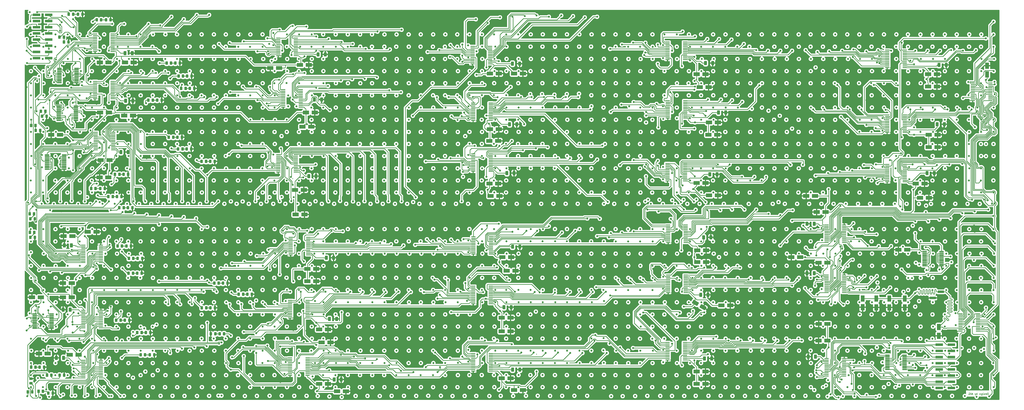
<source format=gbr>
%TF.GenerationSoftware,KiCad,Pcbnew,7.0.2*%
%TF.CreationDate,2023-12-28T23:35:18+05:30*%
%TF.ProjectId,matrixleddisplay,6d617472-6978-46c6-9564-646973706c61,rev?*%
%TF.SameCoordinates,Original*%
%TF.FileFunction,Copper,L4,Bot*%
%TF.FilePolarity,Positive*%
%FSLAX46Y46*%
G04 Gerber Fmt 4.6, Leading zero omitted, Abs format (unit mm)*
G04 Created by KiCad (PCBNEW 7.0.2) date 2023-12-28 23:35:18*
%MOMM*%
%LPD*%
G01*
G04 APERTURE LIST*
G04 Aperture macros list*
%AMRoundRect*
0 Rectangle with rounded corners*
0 $1 Rounding radius*
0 $2 $3 $4 $5 $6 $7 $8 $9 X,Y pos of 4 corners*
0 Add a 4 corners polygon primitive as box body*
4,1,4,$2,$3,$4,$5,$6,$7,$8,$9,$2,$3,0*
0 Add four circle primitives for the rounded corners*
1,1,$1+$1,$2,$3*
1,1,$1+$1,$4,$5*
1,1,$1+$1,$6,$7*
1,1,$1+$1,$8,$9*
0 Add four rect primitives between the rounded corners*
20,1,$1+$1,$2,$3,$4,$5,0*
20,1,$1+$1,$4,$5,$6,$7,0*
20,1,$1+$1,$6,$7,$8,$9,0*
20,1,$1+$1,$8,$9,$2,$3,0*%
G04 Aperture macros list end*
%ADD10C,0.200000*%
%TA.AperFunction,NonConductor*%
%ADD11C,0.200000*%
%TD*%
%TA.AperFunction,SMDPad,CuDef*%
%ADD12RoundRect,0.243750X-0.243750X-0.456250X0.243750X-0.456250X0.243750X0.456250X-0.243750X0.456250X0*%
%TD*%
%TA.AperFunction,SMDPad,CuDef*%
%ADD13RoundRect,0.250000X1.050000X0.550000X-1.050000X0.550000X-1.050000X-0.550000X1.050000X-0.550000X0*%
%TD*%
%TA.AperFunction,SMDPad,CuDef*%
%ADD14R,1.750000X0.450000*%
%TD*%
%TA.AperFunction,SMDPad,CuDef*%
%ADD15RoundRect,0.125000X0.825000X0.125000X-0.825000X0.125000X-0.825000X-0.125000X0.825000X-0.125000X0*%
%TD*%
%TA.AperFunction,SMDPad,CuDef*%
%ADD16RoundRect,0.250000X-1.050000X-0.550000X1.050000X-0.550000X1.050000X0.550000X-1.050000X0.550000X0*%
%TD*%
%TA.AperFunction,SMDPad,CuDef*%
%ADD17RoundRect,0.250000X-0.262500X-0.450000X0.262500X-0.450000X0.262500X0.450000X-0.262500X0.450000X0*%
%TD*%
%TA.AperFunction,SMDPad,CuDef*%
%ADD18RoundRect,0.250000X-0.312500X-0.625000X0.312500X-0.625000X0.312500X0.625000X-0.312500X0.625000X0*%
%TD*%
%TA.AperFunction,SMDPad,CuDef*%
%ADD19RoundRect,0.250000X0.550000X-1.050000X0.550000X1.050000X-0.550000X1.050000X-0.550000X-1.050000X0*%
%TD*%
%TA.AperFunction,SMDPad,CuDef*%
%ADD20R,2.510000X1.000000*%
%TD*%
%TA.AperFunction,SMDPad,CuDef*%
%ADD21RoundRect,0.250000X0.312500X0.625000X-0.312500X0.625000X-0.312500X-0.625000X0.312500X-0.625000X0*%
%TD*%
%TA.AperFunction,SMDPad,CuDef*%
%ADD22RoundRect,0.250000X-0.550000X1.050000X-0.550000X-1.050000X0.550000X-1.050000X0.550000X1.050000X0*%
%TD*%
%TA.AperFunction,SMDPad,CuDef*%
%ADD23R,3.150000X1.000000*%
%TD*%
%TA.AperFunction,SMDPad,CuDef*%
%ADD24RoundRect,0.250000X0.262500X0.450000X-0.262500X0.450000X-0.262500X-0.450000X0.262500X-0.450000X0*%
%TD*%
%TA.AperFunction,SMDPad,CuDef*%
%ADD25RoundRect,0.250000X-1.184327X0.048686X0.634327X-1.001314X1.184327X-0.048686X-0.634327X1.001314X0*%
%TD*%
%TA.AperFunction,SMDPad,CuDef*%
%ADD26RoundRect,0.243750X0.456250X-0.243750X0.456250X0.243750X-0.456250X0.243750X-0.456250X-0.243750X0*%
%TD*%
%TA.AperFunction,SMDPad,CuDef*%
%ADD27RoundRect,0.243750X0.243750X0.456250X-0.243750X0.456250X-0.243750X-0.456250X0.243750X-0.456250X0*%
%TD*%
%TA.AperFunction,ViaPad*%
%ADD28C,0.800000*%
%TD*%
%TA.AperFunction,Conductor*%
%ADD29C,0.250000*%
%TD*%
%ADD30C,0.350000*%
G04 APERTURE END LIST*
D10*
D11*
X476313523Y-221136095D02*
X476313523Y-220336095D01*
X476313523Y-220336095D02*
X476123047Y-220336095D01*
X476123047Y-220336095D02*
X476008761Y-220374190D01*
X476008761Y-220374190D02*
X475932571Y-220450380D01*
X475932571Y-220450380D02*
X475894476Y-220526571D01*
X475894476Y-220526571D02*
X475856380Y-220678952D01*
X475856380Y-220678952D02*
X475856380Y-220793238D01*
X475856380Y-220793238D02*
X475894476Y-220945619D01*
X475894476Y-220945619D02*
X475932571Y-221021809D01*
X475932571Y-221021809D02*
X476008761Y-221098000D01*
X476008761Y-221098000D02*
X476123047Y-221136095D01*
X476123047Y-221136095D02*
X476313523Y-221136095D01*
X475208761Y-221098000D02*
X475284952Y-221136095D01*
X475284952Y-221136095D02*
X475437333Y-221136095D01*
X475437333Y-221136095D02*
X475513523Y-221098000D01*
X475513523Y-221098000D02*
X475551619Y-221021809D01*
X475551619Y-221021809D02*
X475551619Y-220717047D01*
X475551619Y-220717047D02*
X475513523Y-220640857D01*
X475513523Y-220640857D02*
X475437333Y-220602761D01*
X475437333Y-220602761D02*
X475284952Y-220602761D01*
X475284952Y-220602761D02*
X475208761Y-220640857D01*
X475208761Y-220640857D02*
X475170666Y-220717047D01*
X475170666Y-220717047D02*
X475170666Y-220793238D01*
X475170666Y-220793238D02*
X475551619Y-220869428D01*
X474865905Y-221098000D02*
X474789714Y-221136095D01*
X474789714Y-221136095D02*
X474637333Y-221136095D01*
X474637333Y-221136095D02*
X474561143Y-221098000D01*
X474561143Y-221098000D02*
X474523047Y-221021809D01*
X474523047Y-221021809D02*
X474523047Y-220983714D01*
X474523047Y-220983714D02*
X474561143Y-220907523D01*
X474561143Y-220907523D02*
X474637333Y-220869428D01*
X474637333Y-220869428D02*
X474751619Y-220869428D01*
X474751619Y-220869428D02*
X474827809Y-220831333D01*
X474827809Y-220831333D02*
X474865905Y-220755142D01*
X474865905Y-220755142D02*
X474865905Y-220717047D01*
X474865905Y-220717047D02*
X474827809Y-220640857D01*
X474827809Y-220640857D02*
X474751619Y-220602761D01*
X474751619Y-220602761D02*
X474637333Y-220602761D01*
X474637333Y-220602761D02*
X474561143Y-220640857D01*
X474180190Y-221136095D02*
X474180190Y-220602761D01*
X474180190Y-220336095D02*
X474218286Y-220374190D01*
X474218286Y-220374190D02*
X474180190Y-220412285D01*
X474180190Y-220412285D02*
X474142095Y-220374190D01*
X474142095Y-220374190D02*
X474180190Y-220336095D01*
X474180190Y-220336095D02*
X474180190Y-220412285D01*
X473456381Y-220602761D02*
X473456381Y-221250380D01*
X473456381Y-221250380D02*
X473494476Y-221326571D01*
X473494476Y-221326571D02*
X473532572Y-221364666D01*
X473532572Y-221364666D02*
X473608762Y-221402761D01*
X473608762Y-221402761D02*
X473723048Y-221402761D01*
X473723048Y-221402761D02*
X473799238Y-221364666D01*
X473456381Y-221098000D02*
X473532572Y-221136095D01*
X473532572Y-221136095D02*
X473684953Y-221136095D01*
X473684953Y-221136095D02*
X473761143Y-221098000D01*
X473761143Y-221098000D02*
X473799238Y-221059904D01*
X473799238Y-221059904D02*
X473837334Y-220983714D01*
X473837334Y-220983714D02*
X473837334Y-220755142D01*
X473837334Y-220755142D02*
X473799238Y-220678952D01*
X473799238Y-220678952D02*
X473761143Y-220640857D01*
X473761143Y-220640857D02*
X473684953Y-220602761D01*
X473684953Y-220602761D02*
X473532572Y-220602761D01*
X473532572Y-220602761D02*
X473456381Y-220640857D01*
X473075428Y-220602761D02*
X473075428Y-221136095D01*
X473075428Y-220678952D02*
X473037333Y-220640857D01*
X473037333Y-220640857D02*
X472961143Y-220602761D01*
X472961143Y-220602761D02*
X472846857Y-220602761D01*
X472846857Y-220602761D02*
X472770666Y-220640857D01*
X472770666Y-220640857D02*
X472732571Y-220717047D01*
X472732571Y-220717047D02*
X472732571Y-221136095D01*
X471742094Y-221136095D02*
X471742094Y-220336095D01*
X471742094Y-220640857D02*
X471665904Y-220602761D01*
X471665904Y-220602761D02*
X471513523Y-220602761D01*
X471513523Y-220602761D02*
X471437332Y-220640857D01*
X471437332Y-220640857D02*
X471399237Y-220678952D01*
X471399237Y-220678952D02*
X471361142Y-220755142D01*
X471361142Y-220755142D02*
X471361142Y-220983714D01*
X471361142Y-220983714D02*
X471399237Y-221059904D01*
X471399237Y-221059904D02*
X471437332Y-221098000D01*
X471437332Y-221098000D02*
X471513523Y-221136095D01*
X471513523Y-221136095D02*
X471665904Y-221136095D01*
X471665904Y-221136095D02*
X471742094Y-221098000D01*
X471094475Y-220602761D02*
X470903999Y-221136095D01*
X470713522Y-220602761D02*
X470903999Y-221136095D01*
X470903999Y-221136095D02*
X470980189Y-221326571D01*
X470980189Y-221326571D02*
X471018284Y-221364666D01*
X471018284Y-221364666D02*
X471094475Y-221402761D01*
X469837332Y-220907523D02*
X469456379Y-220907523D01*
X469913522Y-221136095D02*
X469646855Y-220336095D01*
X469646855Y-220336095D02*
X469380189Y-221136095D01*
X469113522Y-221059904D02*
X469075427Y-221098000D01*
X469075427Y-221098000D02*
X469113522Y-221136095D01*
X469113522Y-221136095D02*
X469151618Y-221098000D01*
X469151618Y-221098000D02*
X469113522Y-221059904D01*
X469113522Y-221059904D02*
X469113522Y-221136095D01*
X469113522Y-220831333D02*
X469151618Y-220374190D01*
X469151618Y-220374190D02*
X469113522Y-220336095D01*
X469113522Y-220336095D02*
X469075427Y-220374190D01*
X469075427Y-220374190D02*
X469113522Y-220831333D01*
X469113522Y-220831333D02*
X469113522Y-220336095D01*
X468313523Y-220374190D02*
X468389713Y-220336095D01*
X468389713Y-220336095D02*
X468503999Y-220336095D01*
X468503999Y-220336095D02*
X468618285Y-220374190D01*
X468618285Y-220374190D02*
X468694475Y-220450380D01*
X468694475Y-220450380D02*
X468732570Y-220526571D01*
X468732570Y-220526571D02*
X468770666Y-220678952D01*
X468770666Y-220678952D02*
X468770666Y-220793238D01*
X468770666Y-220793238D02*
X468732570Y-220945619D01*
X468732570Y-220945619D02*
X468694475Y-221021809D01*
X468694475Y-221021809D02*
X468618285Y-221098000D01*
X468618285Y-221098000D02*
X468503999Y-221136095D01*
X468503999Y-221136095D02*
X468427808Y-221136095D01*
X468427808Y-221136095D02*
X468313523Y-221098000D01*
X468313523Y-221098000D02*
X468275427Y-221059904D01*
X468275427Y-221059904D02*
X468275427Y-220793238D01*
X468275427Y-220793238D02*
X468427808Y-220793238D01*
D12*
%TO.P,D2573,1,K*%
%TO.N,Net-(D2573-K)*%
X121340000Y-130556000D03*
%TO.P,D2573,2,A*%
%TO.N,GND*%
X123215000Y-130556000D03*
%TD*%
%TO.P,D2561,1,K*%
%TO.N,Net-(D2561-K)*%
X102616000Y-64770000D03*
%TO.P,D2561,2,A*%
%TO.N,GND*%
X104491000Y-64770000D03*
%TD*%
D13*
%TO.P,C32,1*%
%TO.N,VCC*%
X410232000Y-166878000D03*
%TO.P,C32,2*%
%TO.N,GND*%
X406632000Y-166878000D03*
%TD*%
D14*
%TO.P,U13,1,GND*%
%TO.N,GND*%
X109684000Y-80048000D03*
%TO.P,U13,2,SDI*%
%TO.N,/SDI-U13*%
X109684000Y-79398000D03*
%TO.P,U13,3,DCLK*%
%TO.N,/DCLK1*%
X109684000Y-78748000D03*
%TO.P,U13,4,LE*%
%TO.N,/LE-OUT*%
X109684000Y-78098000D03*
%TO.P,U13,5,~{OUT0}*%
%TO.N,/BLUE1-1*%
X109684000Y-77448000D03*
%TO.P,U13,6,~{OUT1}*%
%TO.N,/BLUE1-2*%
X109684000Y-76798000D03*
%TO.P,U13,7,~{OUT2}*%
%TO.N,/BLUE1-3*%
X109684000Y-76148000D03*
%TO.P,U13,8,~{OUT3}*%
%TO.N,/BLUE1-4*%
X109684000Y-75498000D03*
%TO.P,U13,9,~{OUT4}*%
%TO.N,/BLUE1-5*%
X109684000Y-74848000D03*
%TO.P,U13,10,~{OUT5}*%
%TO.N,/BLUE1-6*%
X109684000Y-74198000D03*
%TO.P,U13,11,~{OUT6}*%
%TO.N,/BLUE1-7*%
X109684000Y-73548000D03*
%TO.P,U13,12,~{OUT7}*%
%TO.N,/BLUE1-8*%
X109684000Y-72898000D03*
%TO.P,U13,13,~{OUT8}*%
%TO.N,/BLUE1-9*%
X116884000Y-72898000D03*
%TO.P,U13,14,~{OUT9}*%
%TO.N,/BLUE1-10*%
X116884000Y-73548000D03*
%TO.P,U13,15,~{OUT10}*%
%TO.N,/BLUE1-11*%
X116884000Y-74198000D03*
%TO.P,U13,16,~{OUT11}*%
%TO.N,/BLUE1-12*%
X116884000Y-74848000D03*
%TO.P,U13,17,~{OUT12}*%
%TO.N,/BLUE1-13*%
X116884000Y-75498000D03*
%TO.P,U13,18,~{OUT13}*%
%TO.N,/BLUE1-14*%
X116884000Y-76148000D03*
%TO.P,U13,19,~{OUT14}*%
%TO.N,/BLUE1-15*%
X116884000Y-76798000D03*
%TO.P,U13,20,~{OUT15}*%
%TO.N,/BLUE1-16*%
X116884000Y-77448000D03*
%TO.P,U13,21,GCLK*%
%TO.N,/GCLK1*%
X116884000Y-78098000D03*
%TO.P,U13,22,SDO*%
%TO.N,Net-(U13-SDO)*%
X116884000Y-78748000D03*
%TO.P,U13,23,R-EXT*%
%TO.N,Net-(U13-R-EXT)*%
X116884000Y-79398000D03*
%TO.P,U13,24,VDD*%
%TO.N,VCC*%
X116884000Y-80048000D03*
%TD*%
D13*
%TO.P,C16,1*%
%TO.N,VCC*%
X115316000Y-105156000D03*
%TO.P,C16,2*%
%TO.N,GND*%
X111716000Y-105156000D03*
%TD*%
D15*
%TO.P,U18,1,A->B*%
%TO.N,VCC*%
X101798000Y-102485000D03*
%TO.P,U18,2,A0*%
%TO.N,/R1*%
X101798000Y-103135000D03*
%TO.P,U18,3,A1*%
X101798000Y-103785000D03*
%TO.P,U18,4,A2*%
%TO.N,/G1*%
X101798000Y-104435000D03*
%TO.P,U18,5,A3*%
X101798000Y-105085000D03*
%TO.P,U18,6,A4*%
%TO.N,/B1*%
X101798000Y-105735000D03*
%TO.P,U18,7,A5*%
X101798000Y-106385000D03*
%TO.P,U18,8,A6*%
%TO.N,/SDI*%
X101798000Y-107035000D03*
%TO.P,U18,9,A7*%
X101798000Y-107685000D03*
%TO.P,U18,10,GND*%
%TO.N,GND*%
X101798000Y-108335000D03*
%TO.P,U18,11,B7*%
%TO.N,/SDI-U2*%
X94798000Y-108335000D03*
%TO.P,U18,12,B6*%
X94798000Y-107685000D03*
%TO.P,U18,13,B5*%
%TO.N,/SDI-U13*%
X94798000Y-107035000D03*
%TO.P,U18,14,B4*%
X94798000Y-106385000D03*
%TO.P,U18,15,B3*%
%TO.N,/SDI-U8*%
X94798000Y-105735000D03*
%TO.P,U18,16,B2*%
X94798000Y-105085000D03*
%TO.P,U18,17,B1*%
%TO.N,/SDI-U1*%
X94798000Y-104435000D03*
%TO.P,U18,18,B0*%
X94798000Y-103785000D03*
%TO.P,U18,19,CE*%
%TO.N,GND*%
X94798000Y-103135000D03*
%TO.P,U18,20,VCC*%
%TO.N,VCC*%
X94798000Y-102485000D03*
%TD*%
D16*
%TO.P,C43,1*%
%TO.N,VCC*%
X194796000Y-110998000D03*
%TO.P,C43,2*%
%TO.N,GND*%
X198396000Y-110998000D03*
%TD*%
D17*
%TO.P,R49,1*%
%TO.N,/COM19*%
X118872000Y-160020000D03*
%TO.P,R49,2*%
%TO.N,Net-(D2579-K)*%
X120697000Y-160020000D03*
%TD*%
D16*
%TO.P,C22,1*%
%TO.N,VCC*%
X201632000Y-194310000D03*
%TO.P,C22,2*%
%TO.N,GND*%
X205232000Y-194310000D03*
%TD*%
%TO.P,C26,1*%
%TO.N,VCC*%
X276584000Y-214376000D03*
%TO.P,C26,2*%
%TO.N,GND*%
X280184000Y-214376000D03*
%TD*%
D17*
%TO.P,R51,1*%
%TO.N,/COM21*%
X123397000Y-171196000D03*
%TO.P,R51,2*%
%TO.N,Net-(D2581-K)*%
X125222000Y-171196000D03*
%TD*%
D12*
%TO.P,D2568,1,K*%
%TO.N,Net-(D2568-K)*%
X87884000Y-106680000D03*
%TO.P,D2568,2,A*%
%TO.N,GND*%
X89759000Y-106680000D03*
%TD*%
%TO.P,D2563,1,K*%
%TO.N,Net-(D2563-K)*%
X96852500Y-76200000D03*
%TO.P,D2563,2,A*%
%TO.N,GND*%
X98727500Y-76200000D03*
%TD*%
%TO.P,D2583,1,K*%
%TO.N,Net-(D2583-K)*%
X172165000Y-179832000D03*
%TO.P,D2583,2,A*%
%TO.N,GND*%
X174040000Y-179832000D03*
%TD*%
D18*
%TO.P,R2,1*%
%TO.N,Net-(U4-R-EXT)*%
X197419500Y-131318000D03*
%TO.P,R2,2*%
%TO.N,GND*%
X200344500Y-131318000D03*
%TD*%
D16*
%TO.P,C45,1*%
%TO.N,VCC*%
X361420000Y-114300000D03*
%TO.P,C45,2*%
%TO.N,GND*%
X365020000Y-114300000D03*
%TD*%
D14*
%TO.P,U14,1,GND*%
%TO.N,GND*%
X184824000Y-81736000D03*
%TO.P,U14,2,SDI*%
%TO.N,Net-(U13-SDO)*%
X184824000Y-81086000D03*
%TO.P,U14,3,DCLK*%
%TO.N,/DCLK1*%
X184824000Y-80436000D03*
%TO.P,U14,4,LE*%
%TO.N,/LE-OUT*%
X184824000Y-79786000D03*
%TO.P,U14,5,~{OUT0}*%
%TO.N,/BLUE2-1*%
X184824000Y-79136000D03*
%TO.P,U14,6,~{OUT1}*%
%TO.N,/BLUE2-2*%
X184824000Y-78486000D03*
%TO.P,U14,7,~{OUT2}*%
%TO.N,/BLUE2-3*%
X184824000Y-77836000D03*
%TO.P,U14,8,~{OUT3}*%
%TO.N,/BLUE2-4*%
X184824000Y-77186000D03*
%TO.P,U14,9,~{OUT4}*%
%TO.N,/BLUE2-5*%
X184824000Y-76536000D03*
%TO.P,U14,10,~{OUT5}*%
%TO.N,/BLUE2-6*%
X184824000Y-75886000D03*
%TO.P,U14,11,~{OUT6}*%
%TO.N,/BLUE2-7*%
X184824000Y-75236000D03*
%TO.P,U14,12,~{OUT7}*%
%TO.N,/BLUE2-8*%
X184824000Y-74586000D03*
%TO.P,U14,13,~{OUT8}*%
%TO.N,/BLUE2-9*%
X192024000Y-74586000D03*
%TO.P,U14,14,~{OUT9}*%
%TO.N,/BLUE2-10*%
X192024000Y-75236000D03*
%TO.P,U14,15,~{OUT10}*%
%TO.N,/BLUE2-11*%
X192024000Y-75886000D03*
%TO.P,U14,16,~{OUT11}*%
%TO.N,/BLUE2-12*%
X192024000Y-76536000D03*
%TO.P,U14,17,~{OUT12}*%
%TO.N,/BLUE2-13*%
X192024000Y-77186000D03*
%TO.P,U14,18,~{OUT13}*%
%TO.N,/BLUE2-14*%
X192024000Y-77836000D03*
%TO.P,U14,19,~{OUT14}*%
%TO.N,/BLUE2-15*%
X192024000Y-78486000D03*
%TO.P,U14,20,~{OUT15}*%
%TO.N,/BLUE2-16*%
X192024000Y-79136000D03*
%TO.P,U14,21,GCLK*%
%TO.N,/GCLK1*%
X192024000Y-79786000D03*
%TO.P,U14,22,SDO*%
%TO.N,Net-(U14-SDO)*%
X192024000Y-80436000D03*
%TO.P,U14,23,R-EXT*%
%TO.N,Net-(U14-R-EXT)*%
X192024000Y-81086000D03*
%TO.P,U14,24,VDD*%
%TO.N,VCC*%
X192024000Y-81736000D03*
%TD*%
D16*
%TO.P,C25,1*%
%TO.N,VCC*%
X276562000Y-189484000D03*
%TO.P,C25,2*%
%TO.N,GND*%
X280162000Y-189484000D03*
%TD*%
D12*
%TO.P,D2577,1,K*%
%TO.N,Net-(D2577-K)*%
X83058000Y-148844000D03*
%TO.P,D2577,2,A*%
%TO.N,GND*%
X84933000Y-148844000D03*
%TD*%
D17*
%TO.P,R38,1*%
%TO.N,/COM8*%
X87401000Y-104648000D03*
%TO.P,R38,2*%
%TO.N,Net-(D2568-K)*%
X89226000Y-104648000D03*
%TD*%
%TO.P,R60,1*%
%TO.N,/COM30*%
X89916000Y-213106000D03*
%TO.P,R60,2*%
%TO.N,Net-(D2590-K)*%
X91741000Y-213106000D03*
%TD*%
D16*
%TO.P,C3,1*%
%TO.N,VCC*%
X446488000Y-134366000D03*
%TO.P,C3,2*%
%TO.N,GND*%
X450088000Y-134366000D03*
%TD*%
D18*
%TO.P,R22,1*%
%TO.N,Net-(U34-R-EXT)*%
X358263000Y-180086000D03*
%TO.P,R22,2*%
%TO.N,GND*%
X361188000Y-180086000D03*
%TD*%
D16*
%TO.P,C60,1*%
%TO.N,VCC*%
X202670000Y-199644000D03*
%TO.P,C60,2*%
%TO.N,GND*%
X206270000Y-199644000D03*
%TD*%
D17*
%TO.P,R46,1*%
%TO.N,/COM16*%
X119587000Y-144272000D03*
%TO.P,R46,2*%
%TO.N,Net-(D2576-K)*%
X121412000Y-144272000D03*
%TD*%
D14*
%TO.P,U3,1,VCC*%
%TO.N,VCC*%
X472020000Y-187810000D03*
%TO.P,U3,2,SDI*%
%TO.N,Net-(U2-SDO)*%
X472020000Y-188460000D03*
%TO.P,U3,3,SOE*%
%TO.N,/SOE-U2*%
X472020000Y-189110000D03*
%TO.P,U3,4,DOE*%
%TO.N,/DOE-U2*%
X472020000Y-189760000D03*
%TO.P,U3,5,OUT8*%
%TO.N,/COM25*%
X472020000Y-190410000D03*
%TO.P,U3,6,OUT9*%
%TO.N,/COM26*%
X472020000Y-191060000D03*
%TO.P,U3,7,OUT10*%
%TO.N,/COM27*%
X472020000Y-191710000D03*
%TO.P,U3,8,OUT11*%
%TO.N,/COM28*%
X472020000Y-192360000D03*
%TO.P,U3,9,OUT12*%
%TO.N,/COM29*%
X472020000Y-193010000D03*
%TO.P,U3,10,OUT13*%
%TO.N,/COM30*%
X472020000Y-193660000D03*
%TO.P,U3,11,OUT14*%
%TO.N,/COM31*%
X472020000Y-194310000D03*
%TO.P,U3,12,OUT15*%
%TO.N,/COM32*%
X472020000Y-194960000D03*
%TO.P,U3,13,GND*%
%TO.N,GND*%
X464820000Y-194960000D03*
%TO.P,U3,14,SDO*%
%TO.N,/SDO*%
X464820000Y-194310000D03*
%TO.P,U3,15,VCC*%
%TO.N,VCC*%
X464820000Y-193660000D03*
%TO.P,U3,16,NC*%
%TO.N,unconnected-(U3-NC-Pad16)*%
X464820000Y-193010000D03*
%TO.P,U3,17,OUT7*%
%TO.N,/COM24*%
X464820000Y-192360000D03*
%TO.P,U3,18,OUT6*%
%TO.N,/COM23*%
X464820000Y-191710000D03*
%TO.P,U3,19,OUT5*%
%TO.N,/COM22*%
X464820000Y-191060000D03*
%TO.P,U3,20,OUT4*%
%TO.N,/COM21*%
X464820000Y-190410000D03*
%TO.P,U3,21,OUT3*%
%TO.N,/COM20*%
X464820000Y-189760000D03*
%TO.P,U3,22,OUT2*%
%TO.N,/COM19*%
X464820000Y-189110000D03*
%TO.P,U3,23,OUT1*%
%TO.N,/COM18*%
X464820000Y-188460000D03*
%TO.P,U3,24,OUT0*%
%TO.N,/COM17*%
X464820000Y-187810000D03*
%TD*%
D13*
%TO.P,C63,1*%
%TO.N,VCC*%
X90214000Y-204216000D03*
%TO.P,C63,2*%
%TO.N,GND*%
X86614000Y-204216000D03*
%TD*%
D18*
%TO.P,R5,1*%
%TO.N,Net-(U7-R-EXT)*%
X451165500Y-130048000D03*
%TO.P,R5,2*%
%TO.N,GND*%
X454090500Y-130048000D03*
%TD*%
D14*
%TO.P,U9,1,GND*%
%TO.N,GND*%
X186900000Y-102889000D03*
%TO.P,U9,2,SDI*%
%TO.N,Net-(U8-SDO)*%
X186900000Y-102239000D03*
%TO.P,U9,3,DCLK*%
%TO.N,/DCLK1*%
X186900000Y-101589000D03*
%TO.P,U9,4,LE*%
%TO.N,/LE-OUT*%
X186900000Y-100939000D03*
%TO.P,U9,5,~{OUT0}*%
%TO.N,/GREEN2-1*%
X186900000Y-100289000D03*
%TO.P,U9,6,~{OUT1}*%
%TO.N,/GREEN2-2*%
X186900000Y-99639000D03*
%TO.P,U9,7,~{OUT2}*%
%TO.N,/GREEN2-3*%
X186900000Y-98989000D03*
%TO.P,U9,8,~{OUT3}*%
%TO.N,/GREEN2-4*%
X186900000Y-98339000D03*
%TO.P,U9,9,~{OUT4}*%
%TO.N,/GREEN2-5*%
X186900000Y-97689000D03*
%TO.P,U9,10,~{OUT5}*%
%TO.N,/GREEN2-6*%
X186900000Y-97039000D03*
%TO.P,U9,11,~{OUT6}*%
%TO.N,/GREEN2-7*%
X186900000Y-96389000D03*
%TO.P,U9,12,~{OUT7}*%
%TO.N,/GREEN2-8*%
X186900000Y-95739000D03*
%TO.P,U9,13,~{OUT8}*%
%TO.N,/GREEN2-9*%
X194100000Y-95739000D03*
%TO.P,U9,14,~{OUT9}*%
%TO.N,/GREEN2-10*%
X194100000Y-96389000D03*
%TO.P,U9,15,~{OUT10}*%
%TO.N,/GREEN2-11*%
X194100000Y-97039000D03*
%TO.P,U9,16,~{OUT11}*%
%TO.N,/GREEN2-12*%
X194100000Y-97689000D03*
%TO.P,U9,17,~{OUT12}*%
%TO.N,/GREEN2-13*%
X194100000Y-98339000D03*
%TO.P,U9,18,~{OUT13}*%
%TO.N,/GREEN2-14*%
X194100000Y-98989000D03*
%TO.P,U9,19,~{OUT14}*%
%TO.N,/GREEN2-15*%
X194100000Y-99639000D03*
%TO.P,U9,20,~{OUT15}*%
%TO.N,/GREEN2-16*%
X194100000Y-100289000D03*
%TO.P,U9,21,GCLK*%
%TO.N,/GCLK1*%
X194100000Y-100939000D03*
%TO.P,U9,22,SDO*%
%TO.N,Net-(U10-SDI)*%
X194100000Y-101589000D03*
%TO.P,U9,23,R-EXT*%
%TO.N,Net-(U9-R-EXT)*%
X194100000Y-102239000D03*
%TO.P,U9,24,VDD*%
%TO.N,VCC*%
X194100000Y-102889000D03*
%TD*%
D13*
%TO.P,C30,1*%
%TO.N,VCC*%
X409470000Y-146050000D03*
%TO.P,C30,2*%
%TO.N,GND*%
X405870000Y-146050000D03*
%TD*%
D16*
%TO.P,C46,1*%
%TO.N,VCC*%
X451822000Y-119380000D03*
%TO.P,C46,2*%
%TO.N,GND*%
X455422000Y-119380000D03*
%TD*%
%TO.P,C55,1*%
%TO.N,VCC*%
X356826000Y-166624000D03*
%TO.P,C55,2*%
%TO.N,GND*%
X360426000Y-166624000D03*
%TD*%
D13*
%TO.P,C31,1*%
%TO.N,VCC*%
X410232000Y-198882000D03*
%TO.P,C31,2*%
%TO.N,GND*%
X406632000Y-198882000D03*
%TD*%
D17*
%TO.P,R43,1*%
%TO.N,/COM13*%
X117809000Y-130556000D03*
%TO.P,R43,2*%
%TO.N,Net-(D2573-K)*%
X119634000Y-130556000D03*
%TD*%
D14*
%TO.P,U24,1,GND*%
%TO.N,GND*%
X112014000Y-159646000D03*
%TO.P,U24,2,SDI*%
%TO.N,/SDI-U24*%
X112014000Y-160296000D03*
%TO.P,U24,3,DCLK*%
%TO.N,/DCLK1*%
X112014000Y-160946000D03*
%TO.P,U24,4,LE*%
%TO.N,/LE-OUT*%
X112014000Y-161596000D03*
%TO.P,U24,5,~{OUT0}*%
%TO.N,/B1-1*%
X112014000Y-162246000D03*
%TO.P,U24,6,~{OUT1}*%
%TO.N,/B1-2*%
X112014000Y-162896000D03*
%TO.P,U24,7,~{OUT2}*%
%TO.N,/B1-3*%
X112014000Y-163546000D03*
%TO.P,U24,8,~{OUT3}*%
%TO.N,/B1-4*%
X112014000Y-164196000D03*
%TO.P,U24,9,~{OUT4}*%
%TO.N,/B1-5*%
X112014000Y-164846000D03*
%TO.P,U24,10,~{OUT5}*%
%TO.N,/B1-6*%
X112014000Y-165496000D03*
%TO.P,U24,11,~{OUT6}*%
%TO.N,/B1-7*%
X112014000Y-166146000D03*
%TO.P,U24,12,~{OUT7}*%
%TO.N,/B1-8*%
X112014000Y-166796000D03*
%TO.P,U24,13,~{OUT8}*%
%TO.N,/B1-9*%
X104814000Y-166796000D03*
%TO.P,U24,14,~{OUT9}*%
%TO.N,/B1-10*%
X104814000Y-166146000D03*
%TO.P,U24,15,~{OUT10}*%
%TO.N,/B1-11*%
X104814000Y-165496000D03*
%TO.P,U24,16,~{OUT11}*%
%TO.N,/B1-12*%
X104814000Y-164846000D03*
%TO.P,U24,17,~{OUT12}*%
%TO.N,/B1-13*%
X104814000Y-164196000D03*
%TO.P,U24,18,~{OUT13}*%
%TO.N,/B1-14*%
X104814000Y-163546000D03*
%TO.P,U24,19,~{OUT14}*%
%TO.N,/B1-15*%
X104814000Y-162896000D03*
%TO.P,U24,20,~{OUT15}*%
%TO.N,/B1-16*%
X104814000Y-162246000D03*
%TO.P,U24,21,GCLK*%
%TO.N,/GCLK1*%
X104814000Y-161596000D03*
%TO.P,U24,22,SDO*%
%TO.N,Net-(U24-SDO)*%
X104814000Y-160946000D03*
%TO.P,U24,23,R-EXT*%
%TO.N,Net-(U24-R-EXT)*%
X104814000Y-160296000D03*
%TO.P,U24,24,VDD*%
%TO.N,VCC*%
X104814000Y-159646000D03*
%TD*%
D12*
%TO.P,D2591,1,K*%
%TO.N,Net-(D2591-K)*%
X90424000Y-220472000D03*
%TO.P,D2591,2,A*%
%TO.N,GND*%
X92299000Y-220472000D03*
%TD*%
%TO.P,D2567,1,K*%
%TO.N,Net-(D2567-K)*%
X135128000Y-100076000D03*
%TO.P,D2567,2,A*%
%TO.N,GND*%
X137003000Y-100076000D03*
%TD*%
D17*
%TO.P,R32,1*%
%TO.N,/COM2*%
X110339500Y-67056000D03*
%TO.P,R32,2*%
%TO.N,Net-(D2562-K)*%
X112164500Y-67056000D03*
%TD*%
%TO.P,R40,1*%
%TO.N,/COM10*%
X139907000Y-115316000D03*
%TO.P,R40,2*%
%TO.N,Net-(D2570-K)*%
X141732000Y-115316000D03*
%TD*%
D12*
%TO.P,D2565,1,K*%
%TO.N,Net-(D2565-K)*%
X147398500Y-90170000D03*
%TO.P,D2565,2,A*%
%TO.N,GND*%
X149273500Y-90170000D03*
%TD*%
D18*
%TO.P,R19,1*%
%TO.N,Net-(U35-R-EXT)*%
X359787000Y-206248000D03*
%TO.P,R19,2*%
%TO.N,GND*%
X362712000Y-206248000D03*
%TD*%
D13*
%TO.P,C49,1*%
%TO.N,VCC*%
X185188000Y-86868000D03*
%TO.P,C49,2*%
%TO.N,GND*%
X181588000Y-86868000D03*
%TD*%
D19*
%TO.P,C12,1*%
%TO.N,VCC*%
X475780000Y-89500000D03*
%TO.P,C12,2*%
%TO.N,GND*%
X475780000Y-85900000D03*
%TD*%
D12*
%TO.P,D2562,1,K*%
%TO.N,Net-(D2562-K)*%
X114124500Y-67056000D03*
%TO.P,D2562,2,A*%
%TO.N,GND*%
X115999500Y-67056000D03*
%TD*%
D16*
%TO.P,C44,1*%
%TO.N,VCC*%
X271504000Y-116840000D03*
%TO.P,C44,2*%
%TO.N,GND*%
X275104000Y-116840000D03*
%TD*%
D13*
%TO.P,C54,1*%
%TO.N,VCC*%
X405130000Y-139446000D03*
%TO.P,C54,2*%
%TO.N,GND*%
X401530000Y-139446000D03*
%TD*%
D14*
%TO.P,U37,1,GND*%
%TO.N,GND*%
X417112000Y-171939000D03*
%TO.P,U37,2,SDI*%
%TO.N,Net-(U34-SDO)*%
X417112000Y-172589000D03*
%TO.P,U37,3,DCLK*%
%TO.N,/DCLK1*%
X417112000Y-173239000D03*
%TO.P,U37,4,LE*%
%TO.N,/LE-OUT*%
X417112000Y-173889000D03*
%TO.P,U37,5,~{OUT0}*%
%TO.N,/G5-1*%
X417112000Y-174539000D03*
%TO.P,U37,6,~{OUT1}*%
%TO.N,/G5-2*%
X417112000Y-175189000D03*
%TO.P,U37,7,~{OUT2}*%
%TO.N,/G5-3*%
X417112000Y-175839000D03*
%TO.P,U37,8,~{OUT3}*%
%TO.N,/G5-4*%
X417112000Y-176489000D03*
%TO.P,U37,9,~{OUT4}*%
%TO.N,/G5-5*%
X417112000Y-177139000D03*
%TO.P,U37,10,~{OUT5}*%
%TO.N,/G5-6*%
X417112000Y-177789000D03*
%TO.P,U37,11,~{OUT6}*%
%TO.N,/G5-7*%
X417112000Y-178439000D03*
%TO.P,U37,12,~{OUT7}*%
%TO.N,/G5-8*%
X417112000Y-179089000D03*
%TO.P,U37,13,~{OUT8}*%
%TO.N,/G5-9*%
X409912000Y-179089000D03*
%TO.P,U37,14,~{OUT9}*%
%TO.N,/G5-10*%
X409912000Y-178439000D03*
%TO.P,U37,15,~{OUT10}*%
%TO.N,/G5-11*%
X409912000Y-177789000D03*
%TO.P,U37,16,~{OUT11}*%
%TO.N,/G5-12*%
X409912000Y-177139000D03*
%TO.P,U37,17,~{OUT12}*%
%TO.N,/G5-13*%
X409912000Y-176489000D03*
%TO.P,U37,18,~{OUT13}*%
%TO.N,/G5-14*%
X409912000Y-175839000D03*
%TO.P,U37,19,~{OUT14}*%
%TO.N,/G5-15*%
X409912000Y-175189000D03*
%TO.P,U37,20,~{OUT15}*%
%TO.N,/G5-16*%
X409912000Y-174539000D03*
%TO.P,U37,21,GCLK*%
%TO.N,/GCLK1*%
X409912000Y-173889000D03*
%TO.P,U37,22,SDO*%
%TO.N,/SDO-G2*%
X409912000Y-173239000D03*
%TO.P,U37,23,R-EXT*%
%TO.N,Net-(U37-R-EXT)*%
X409912000Y-172589000D03*
%TO.P,U37,24,VDD*%
%TO.N,VCC*%
X409912000Y-171939000D03*
%TD*%
D17*
%TO.P,R39,1*%
%TO.N,/COM9*%
X83410445Y-110456435D03*
%TO.P,R39,2*%
%TO.N,Net-(D2569-K)*%
X85235445Y-110456435D03*
%TD*%
D16*
%TO.P,C51,1*%
%TO.N,VCC*%
X357864000Y-94742000D03*
%TO.P,C51,2*%
%TO.N,GND*%
X361464000Y-94742000D03*
%TD*%
%TO.P,C19,1*%
%TO.N,VCC*%
X106658000Y-154178000D03*
%TO.P,C19,2*%
%TO.N,GND*%
X110258000Y-154178000D03*
%TD*%
D13*
%TO.P,C6,1*%
%TO.N,VCC*%
X115592000Y-124714000D03*
%TO.P,C6,2*%
%TO.N,GND*%
X111992000Y-124714000D03*
%TD*%
D16*
%TO.P,C39,1*%
%TO.N,VCC*%
X271990000Y-139446000D03*
%TO.P,C39,2*%
%TO.N,GND*%
X275590000Y-139446000D03*
%TD*%
D14*
%TO.P,U30,1,GND*%
%TO.N,GND*%
X264922000Y-163322000D03*
%TO.P,U30,2,SDI*%
%TO.N,Net-(U27-SDO)*%
X264922000Y-162672000D03*
%TO.P,U30,3,DCLK*%
%TO.N,/DCLK1*%
X264922000Y-162022000D03*
%TO.P,U30,4,LE*%
%TO.N,/LE-OUT*%
X264922000Y-161372000D03*
%TO.P,U30,5,~{OUT0}*%
%TO.N,/B3-1*%
X264922000Y-160722000D03*
%TO.P,U30,6,~{OUT1}*%
%TO.N,/B3-2*%
X264922000Y-160072000D03*
%TO.P,U30,7,~{OUT2}*%
%TO.N,/B3-3*%
X264922000Y-159422000D03*
%TO.P,U30,8,~{OUT3}*%
%TO.N,/B3-4*%
X264922000Y-158772000D03*
%TO.P,U30,9,~{OUT4}*%
%TO.N,/B3-5*%
X264922000Y-158122000D03*
%TO.P,U30,10,~{OUT5}*%
%TO.N,/B3-6*%
X264922000Y-157472000D03*
%TO.P,U30,11,~{OUT6}*%
%TO.N,/B3-7*%
X264922000Y-156822000D03*
%TO.P,U30,12,~{OUT7}*%
%TO.N,/B3-8*%
X264922000Y-156172000D03*
%TO.P,U30,13,~{OUT8}*%
%TO.N,/B3-9*%
X272122000Y-156172000D03*
%TO.P,U30,14,~{OUT9}*%
%TO.N,/B3-10*%
X272122000Y-156822000D03*
%TO.P,U30,15,~{OUT10}*%
%TO.N,/B3-11*%
X272122000Y-157472000D03*
%TO.P,U30,16,~{OUT11}*%
%TO.N,/B3-12*%
X272122000Y-158122000D03*
%TO.P,U30,17,~{OUT12}*%
%TO.N,/B3-13*%
X272122000Y-158772000D03*
%TO.P,U30,18,~{OUT13}*%
%TO.N,/B3-14*%
X272122000Y-159422000D03*
%TO.P,U30,19,~{OUT14}*%
%TO.N,/B3-15*%
X272122000Y-160072000D03*
%TO.P,U30,20,~{OUT15}*%
%TO.N,/B3-16*%
X272122000Y-160722000D03*
%TO.P,U30,21,GCLK*%
%TO.N,/GCLK1*%
X272122000Y-161372000D03*
%TO.P,U30,22,SDO*%
%TO.N,Net-(U30-SDO)*%
X272122000Y-162022000D03*
%TO.P,U30,23,R-EXT*%
%TO.N,Net-(U30-R-EXT)*%
X272122000Y-162672000D03*
%TO.P,U30,24,VDD*%
%TO.N,VCC*%
X272122000Y-163322000D03*
%TD*%
D17*
%TO.P,R41,1*%
%TO.N,/COM11*%
X143717000Y-120142000D03*
%TO.P,R41,2*%
%TO.N,Net-(D2571-K)*%
X145542000Y-120142000D03*
%TD*%
D18*
%TO.P,R9,1*%
%TO.N,Net-(U11-R-EXT)*%
X365567500Y-105156000D03*
%TO.P,R9,2*%
%TO.N,GND*%
X368492500Y-105156000D03*
%TD*%
D16*
%TO.P,C27,1*%
%TO.N,VCC*%
X356826000Y-161798000D03*
%TO.P,C27,2*%
%TO.N,GND*%
X360426000Y-161798000D03*
%TD*%
D20*
%TO.P,J3,1,Pin_1*%
%TO.N,VCC*%
X456823000Y-178816000D03*
%TO.P,J3,2,Pin_2*%
%TO.N,GND*%
X453513000Y-181356000D03*
%TD*%
D21*
%TO.P,R26,1*%
%TO.N,Net-(U24-R-EXT)*%
X99953000Y-159766000D03*
%TO.P,R26,2*%
%TO.N,GND*%
X97028000Y-159766000D03*
%TD*%
D14*
%TO.P,U2,1,VCC*%
%TO.N,VCC*%
X477110000Y-93040000D03*
%TO.P,U2,2,SDI*%
%TO.N,/SDI-U2*%
X477110000Y-93690000D03*
%TO.P,U2,3,SOE*%
%TO.N,/SOE-U2*%
X477110000Y-94340000D03*
%TO.P,U2,4,DOE*%
%TO.N,/DOE-U2*%
X477110000Y-94990000D03*
%TO.P,U2,5,OUT8*%
%TO.N,/COM9*%
X477110000Y-95640000D03*
%TO.P,U2,6,OUT9*%
%TO.N,/COM10*%
X477110000Y-96290000D03*
%TO.P,U2,7,OUT10*%
%TO.N,/COM11*%
X477110000Y-96940000D03*
%TO.P,U2,8,OUT11*%
%TO.N,/COM12*%
X477110000Y-97590000D03*
%TO.P,U2,9,OUT12*%
%TO.N,/COM13*%
X477110000Y-98240000D03*
%TO.P,U2,10,OUT13*%
%TO.N,/COM14*%
X477110000Y-98890000D03*
%TO.P,U2,11,OUT14*%
%TO.N,/COM15*%
X477110000Y-99540000D03*
%TO.P,U2,12,OUT15*%
%TO.N,/COM16*%
X477110000Y-100190000D03*
%TO.P,U2,13,GND*%
%TO.N,GND*%
X469910000Y-100190000D03*
%TO.P,U2,14,SDO*%
%TO.N,Net-(U2-SDO)*%
X469910000Y-99540000D03*
%TO.P,U2,15,VCC*%
%TO.N,VCC*%
X469910000Y-98890000D03*
%TO.P,U2,16,NC*%
%TO.N,unconnected-(U2-NC-Pad16)*%
X469910000Y-98240000D03*
%TO.P,U2,17,OUT7*%
%TO.N,/COM8*%
X469910000Y-97590000D03*
%TO.P,U2,18,OUT6*%
%TO.N,/COM7*%
X469910000Y-96940000D03*
%TO.P,U2,19,OUT5*%
%TO.N,/COM6*%
X469910000Y-96290000D03*
%TO.P,U2,20,OUT4*%
%TO.N,/COM5*%
X469910000Y-95640000D03*
%TO.P,U2,21,OUT3*%
%TO.N,/COM4*%
X469910000Y-94990000D03*
%TO.P,U2,22,OUT2*%
%TO.N,/COM3*%
X469910000Y-94340000D03*
%TO.P,U2,23,OUT1*%
%TO.N,/COM2*%
X469910000Y-93690000D03*
%TO.P,U2,24,OUT0*%
%TO.N,/COM1*%
X469910000Y-93040000D03*
%TD*%
%TO.P,U28,1,GND*%
%TO.N,GND*%
X189694000Y-189503000D03*
%TO.P,U28,2,SDI*%
%TO.N,Net-(U25-SDO)*%
X189694000Y-188853000D03*
%TO.P,U28,3,DCLK*%
%TO.N,/DCLK1*%
X189694000Y-188203000D03*
%TO.P,U28,4,LE*%
%TO.N,/LE-OUT*%
X189694000Y-187553000D03*
%TO.P,U28,5,~{OUT0}*%
%TO.N,/G2-1*%
X189694000Y-186903000D03*
%TO.P,U28,6,~{OUT1}*%
%TO.N,/G2-2*%
X189694000Y-186253000D03*
%TO.P,U28,7,~{OUT2}*%
%TO.N,/G2-3*%
X189694000Y-185603000D03*
%TO.P,U28,8,~{OUT3}*%
%TO.N,/G2-4*%
X189694000Y-184953000D03*
%TO.P,U28,9,~{OUT4}*%
%TO.N,/G2-5*%
X189694000Y-184303000D03*
%TO.P,U28,10,~{OUT5}*%
%TO.N,/G2-6*%
X189694000Y-183653000D03*
%TO.P,U28,11,~{OUT6}*%
%TO.N,/G2-7*%
X189694000Y-183003000D03*
%TO.P,U28,12,~{OUT7}*%
%TO.N,/G2-8*%
X189694000Y-182353000D03*
%TO.P,U28,13,~{OUT8}*%
%TO.N,/G2-9*%
X196894000Y-182353000D03*
%TO.P,U28,14,~{OUT9}*%
%TO.N,/G2-10*%
X196894000Y-183003000D03*
%TO.P,U28,15,~{OUT10}*%
%TO.N,/G2-11*%
X196894000Y-183653000D03*
%TO.P,U28,16,~{OUT11}*%
%TO.N,/G2-12*%
X196894000Y-184303000D03*
%TO.P,U28,17,~{OUT12}*%
%TO.N,/G2-13*%
X196894000Y-184953000D03*
%TO.P,U28,18,~{OUT13}*%
%TO.N,/G2-14*%
X196894000Y-185603000D03*
%TO.P,U28,19,~{OUT14}*%
%TO.N,/G2-15*%
X196894000Y-186253000D03*
%TO.P,U28,20,~{OUT15}*%
%TO.N,/G2-16*%
X196894000Y-186903000D03*
%TO.P,U28,21,GCLK*%
%TO.N,/GCLK1*%
X196894000Y-187553000D03*
%TO.P,U28,22,SDO*%
%TO.N,Net-(U28-SDO)*%
X196894000Y-188203000D03*
%TO.P,U28,23,R-EXT*%
%TO.N,Net-(U28-R-EXT)*%
X196894000Y-188853000D03*
%TO.P,U28,24,VDD*%
%TO.N,VCC*%
X196894000Y-189503000D03*
%TD*%
D12*
%TO.P,D2572,1,K*%
%TO.N,Net-(D2572-K)*%
X156900000Y-125222000D03*
%TO.P,D2572,2,A*%
%TO.N,GND*%
X158775000Y-125222000D03*
%TD*%
D16*
%TO.P,C64,1*%
%TO.N,VCC*%
X209020000Y-219710000D03*
%TO.P,C64,2*%
%TO.N,GND*%
X212620000Y-219710000D03*
%TD*%
D17*
%TO.P,R34,1*%
%TO.N,/COM4*%
X139041500Y-84836000D03*
%TO.P,R34,2*%
%TO.N,Net-(D2564-K)*%
X140866500Y-84836000D03*
%TD*%
D16*
%TO.P,C57,1*%
%TO.N,VCC*%
X196828000Y-174498000D03*
%TO.P,C57,2*%
%TO.N,GND*%
X200428000Y-174498000D03*
%TD*%
D17*
%TO.P,R52,1*%
%TO.N,/COM22*%
X158599500Y-175260000D03*
%TO.P,R52,2*%
%TO.N,Net-(D2582-K)*%
X160424500Y-175260000D03*
%TD*%
D22*
%TO.P,C33,1*%
%TO.N,VCC*%
X441960000Y-181588000D03*
%TO.P,C33,2*%
%TO.N,GND*%
X441960000Y-185188000D03*
%TD*%
D21*
%TO.P,R30,1*%
%TO.N,Net-(U36-R-EXT)*%
X404814500Y-150876000D03*
%TO.P,R30,2*%
%TO.N,GND*%
X401889500Y-150876000D03*
%TD*%
D16*
%TO.P,C47,1*%
%TO.N,VCC*%
X451590000Y-94488000D03*
%TO.P,C47,2*%
%TO.N,GND*%
X455190000Y-94488000D03*
%TD*%
%TO.P,C42,1*%
%TO.N,VCC*%
X121644000Y-106426000D03*
%TO.P,C42,2*%
%TO.N,GND*%
X125244000Y-106426000D03*
%TD*%
D14*
%TO.P,U5,1,GND*%
%TO.N,GND*%
X264834000Y-129286000D03*
%TO.P,U5,2,SDI*%
%TO.N,Net-(U4-SDO)*%
X264834000Y-128636000D03*
%TO.P,U5,3,DCLK*%
%TO.N,/DCLK1*%
X264834000Y-127986000D03*
%TO.P,U5,4,LE*%
%TO.N,/LE-OUT*%
X264834000Y-127336000D03*
%TO.P,U5,5,~{OUT0}*%
%TO.N,/RED3-1*%
X264834000Y-126686000D03*
%TO.P,U5,6,~{OUT1}*%
%TO.N,/RED3-2*%
X264834000Y-126036000D03*
%TO.P,U5,7,~{OUT2}*%
%TO.N,/RED3-3*%
X264834000Y-125386000D03*
%TO.P,U5,8,~{OUT3}*%
%TO.N,/RED3-4*%
X264834000Y-124736000D03*
%TO.P,U5,9,~{OUT4}*%
%TO.N,/RED3-5*%
X264834000Y-124086000D03*
%TO.P,U5,10,~{OUT5}*%
%TO.N,/RED3-6*%
X264834000Y-123436000D03*
%TO.P,U5,11,~{OUT6}*%
%TO.N,/RED3-7*%
X264834000Y-122786000D03*
%TO.P,U5,12,~{OUT7}*%
%TO.N,/RED3-8*%
X264834000Y-122136000D03*
%TO.P,U5,13,~{OUT8}*%
%TO.N,/RED3-9*%
X272034000Y-122136000D03*
%TO.P,U5,14,~{OUT9}*%
%TO.N,/RED3-10*%
X272034000Y-122786000D03*
%TO.P,U5,15,~{OUT10}*%
%TO.N,/RED3-11*%
X272034000Y-123436000D03*
%TO.P,U5,16,~{OUT11}*%
%TO.N,/RED3-12*%
X272034000Y-124086000D03*
%TO.P,U5,17,~{OUT12}*%
%TO.N,/RED3-13*%
X272034000Y-124736000D03*
%TO.P,U5,18,~{OUT13}*%
%TO.N,/RED3-14*%
X272034000Y-125386000D03*
%TO.P,U5,19,~{OUT14}*%
%TO.N,/RED3-15*%
X272034000Y-126036000D03*
%TO.P,U5,20,~{OUT15}*%
%TO.N,/RED3-16*%
X272034000Y-126686000D03*
%TO.P,U5,21,GCLK*%
%TO.N,/GCLK1*%
X272034000Y-127336000D03*
%TO.P,U5,22,SDO*%
%TO.N,Net-(U5-SDO)*%
X272034000Y-127986000D03*
%TO.P,U5,23,R-EXT*%
%TO.N,Net-(U5-R-EXT)*%
X272034000Y-128636000D03*
%TO.P,U5,24,VDD*%
%TO.N,VCC*%
X272034000Y-129286000D03*
%TD*%
D17*
%TO.P,R62,1*%
%TO.N,/COM32*%
X82042000Y-219964000D03*
%TO.P,R62,2*%
%TO.N,Net-(D2592-K)*%
X83867000Y-219964000D03*
%TD*%
%TO.P,R54,1*%
%TO.N,/COM24*%
X153441000Y-185420000D03*
%TO.P,R54,2*%
%TO.N,Net-(D2584-K)*%
X155266000Y-185420000D03*
%TD*%
%TO.P,R50,1*%
%TO.N,/COM20*%
X123547500Y-165100000D03*
%TO.P,R50,2*%
%TO.N,Net-(D2580-K)*%
X125372500Y-165100000D03*
%TD*%
D16*
%TO.P,C29,1*%
%TO.N,VCC*%
X356594000Y-211582000D03*
%TO.P,C29,2*%
%TO.N,GND*%
X360194000Y-211582000D03*
%TD*%
D21*
%TO.P,R20,1*%
%TO.N,Net-(U38-R-EXT)*%
X405322500Y-205486000D03*
%TO.P,R20,2*%
%TO.N,GND*%
X402397500Y-205486000D03*
%TD*%
D17*
%TO.P,R61,1*%
%TO.N,/COM31*%
X86463500Y-219710000D03*
%TO.P,R61,2*%
%TO.N,Net-(D2591-K)*%
X88288500Y-219710000D03*
%TD*%
D22*
%TO.P,C34,1*%
%TO.N,VCC*%
X435610000Y-181588000D03*
%TO.P,C34,2*%
%TO.N,GND*%
X435610000Y-185188000D03*
%TD*%
D16*
%TO.P,C66,1*%
%TO.N,VCC*%
X356594000Y-216662000D03*
%TO.P,C66,2*%
%TO.N,GND*%
X360194000Y-216662000D03*
%TD*%
D15*
%TO.P,U22,1,A->B*%
%TO.N,VCC*%
X457088000Y-162298000D03*
%TO.P,U22,2,A0*%
%TO.N,/GCLK*%
X457088000Y-162948000D03*
%TO.P,U22,3,A1*%
X457088000Y-163598000D03*
%TO.P,U22,4,A2*%
X457088000Y-164248000D03*
%TO.P,U22,5,A3*%
X457088000Y-164898000D03*
%TO.P,U22,6,A4*%
X457088000Y-165548000D03*
%TO.P,U22,7,A5*%
X457088000Y-166198000D03*
%TO.P,U22,8,A6*%
X457088000Y-166848000D03*
%TO.P,U22,9,A7*%
%TO.N,/SDO-R1*%
X457088000Y-167498000D03*
%TO.P,U22,10,GND*%
%TO.N,GND*%
X457088000Y-168148000D03*
%TO.P,U22,11,B7*%
%TO.N,/PIN1*%
X450088000Y-168148000D03*
%TO.P,U22,12,B6*%
%TO.N,/GCLK1*%
X450088000Y-167498000D03*
%TO.P,U22,13,B5*%
X450088000Y-166848000D03*
%TO.P,U22,14,B4*%
X450088000Y-166198000D03*
%TO.P,U22,15,B3*%
X450088000Y-165548000D03*
%TO.P,U22,16,B2*%
X450088000Y-164898000D03*
%TO.P,U22,17,B1*%
X450088000Y-164248000D03*
%TO.P,U22,18,B0*%
X450088000Y-163598000D03*
%TO.P,U22,19,CE*%
%TO.N,GND*%
X450088000Y-162948000D03*
%TO.P,U22,20,VCC*%
%TO.N,VCC*%
X450088000Y-162298000D03*
%TD*%
D14*
%TO.P,U27,1,GND*%
%TO.N,GND*%
X189948000Y-163595000D03*
%TO.P,U27,2,SDI*%
%TO.N,Net-(U24-SDO)*%
X189948000Y-162945000D03*
%TO.P,U27,3,DCLK*%
%TO.N,/DCLK1*%
X189948000Y-162295000D03*
%TO.P,U27,4,LE*%
%TO.N,/LE-OUT*%
X189948000Y-161645000D03*
%TO.P,U27,5,~{OUT0}*%
%TO.N,/B2-1*%
X189948000Y-160995000D03*
%TO.P,U27,6,~{OUT1}*%
%TO.N,/B2-2*%
X189948000Y-160345000D03*
%TO.P,U27,7,~{OUT2}*%
%TO.N,/B2-3*%
X189948000Y-159695000D03*
%TO.P,U27,8,~{OUT3}*%
%TO.N,/B2-4*%
X189948000Y-159045000D03*
%TO.P,U27,9,~{OUT4}*%
%TO.N,/B2-5*%
X189948000Y-158395000D03*
%TO.P,U27,10,~{OUT5}*%
%TO.N,/B2-6*%
X189948000Y-157745000D03*
%TO.P,U27,11,~{OUT6}*%
%TO.N,/B2-7*%
X189948000Y-157095000D03*
%TO.P,U27,12,~{OUT7}*%
%TO.N,/B2-8*%
X189948000Y-156445000D03*
%TO.P,U27,13,~{OUT8}*%
%TO.N,/B2-9*%
X197148000Y-156445000D03*
%TO.P,U27,14,~{OUT9}*%
%TO.N,/B2-10*%
X197148000Y-157095000D03*
%TO.P,U27,15,~{OUT10}*%
%TO.N,/B2-11*%
X197148000Y-157745000D03*
%TO.P,U27,16,~{OUT11}*%
%TO.N,/B2-12*%
X197148000Y-158395000D03*
%TO.P,U27,17,~{OUT12}*%
%TO.N,/B2-13*%
X197148000Y-159045000D03*
%TO.P,U27,18,~{OUT13}*%
%TO.N,/B2-14*%
X197148000Y-159695000D03*
%TO.P,U27,19,~{OUT14}*%
%TO.N,/B2-15*%
X197148000Y-160345000D03*
%TO.P,U27,20,~{OUT15}*%
%TO.N,/B2-16*%
X197148000Y-160995000D03*
%TO.P,U27,21,GCLK*%
%TO.N,/GCLK1*%
X197148000Y-161645000D03*
%TO.P,U27,22,SDO*%
%TO.N,Net-(U27-SDO)*%
X197148000Y-162295000D03*
%TO.P,U27,23,R-EXT*%
%TO.N,Net-(U27-R-EXT)*%
X197148000Y-162945000D03*
%TO.P,U27,24,VDD*%
%TO.N,VCC*%
X197148000Y-163595000D03*
%TD*%
D12*
%TO.P,D2586,1,K*%
%TO.N,Net-(D2586-K)*%
X130484000Y-195580000D03*
%TO.P,D2586,2,A*%
%TO.N,GND*%
X132359000Y-195580000D03*
%TD*%
%TO.P,D2590,1,K*%
%TO.N,Net-(D2590-K)*%
X95074500Y-213106000D03*
%TO.P,D2590,2,A*%
%TO.N,GND*%
X96949500Y-213106000D03*
%TD*%
D14*
%TO.P,U36,1,GND*%
%TO.N,GND*%
X417112000Y-151365000D03*
%TO.P,U36,2,SDI*%
%TO.N,Net-(U33-SDO)*%
X417112000Y-152015000D03*
%TO.P,U36,3,DCLK*%
%TO.N,/DCLK1*%
X417112000Y-152665000D03*
%TO.P,U36,4,LE*%
%TO.N,/LE-OUT*%
X417112000Y-153315000D03*
%TO.P,U36,5,~{OUT0}*%
%TO.N,/B5-1*%
X417112000Y-153965000D03*
%TO.P,U36,6,~{OUT1}*%
%TO.N,/B5-2*%
X417112000Y-154615000D03*
%TO.P,U36,7,~{OUT2}*%
%TO.N,/B5-3*%
X417112000Y-155265000D03*
%TO.P,U36,8,~{OUT3}*%
%TO.N,/B5-4*%
X417112000Y-155915000D03*
%TO.P,U36,9,~{OUT4}*%
%TO.N,/B5-5*%
X417112000Y-156565000D03*
%TO.P,U36,10,~{OUT5}*%
%TO.N,/B5-6*%
X417112000Y-157215000D03*
%TO.P,U36,11,~{OUT6}*%
%TO.N,/B5-7*%
X417112000Y-157865000D03*
%TO.P,U36,12,~{OUT7}*%
%TO.N,/B5-8*%
X417112000Y-158515000D03*
%TO.P,U36,13,~{OUT8}*%
%TO.N,/B5-9*%
X409912000Y-158515000D03*
%TO.P,U36,14,~{OUT9}*%
%TO.N,/B5-10*%
X409912000Y-157865000D03*
%TO.P,U36,15,~{OUT10}*%
%TO.N,/B5-11*%
X409912000Y-157215000D03*
%TO.P,U36,16,~{OUT11}*%
%TO.N,/B5-12*%
X409912000Y-156565000D03*
%TO.P,U36,17,~{OUT12}*%
%TO.N,/B5-13*%
X409912000Y-155915000D03*
%TO.P,U36,18,~{OUT13}*%
%TO.N,/B5-14*%
X409912000Y-155265000D03*
%TO.P,U36,19,~{OUT14}*%
%TO.N,/B5-15*%
X409912000Y-154615000D03*
%TO.P,U36,20,~{OUT15}*%
%TO.N,/B5-16*%
X409912000Y-153965000D03*
%TO.P,U36,21,GCLK*%
%TO.N,/GCLK1*%
X409912000Y-153315000D03*
%TO.P,U36,22,SDO*%
%TO.N,/SDO-B2*%
X409912000Y-152665000D03*
%TO.P,U36,23,R-EXT*%
%TO.N,Net-(U36-R-EXT)*%
X409912000Y-152015000D03*
%TO.P,U36,24,VDD*%
%TO.N,VCC*%
X409912000Y-151365000D03*
%TD*%
D12*
%TO.P,D2564,1,K*%
%TO.N,Net-(D2564-K)*%
X142572500Y-84836000D03*
%TO.P,D2564,2,A*%
%TO.N,GND*%
X144447500Y-84836000D03*
%TD*%
D16*
%TO.P,C14,1*%
%TO.N,VCC*%
X196240000Y-105114000D03*
%TO.P,C14,2*%
%TO.N,GND*%
X199840000Y-105114000D03*
%TD*%
D21*
%TO.P,R25,1*%
%TO.N,Net-(U25-R-EXT)*%
X99445000Y-186182000D03*
%TO.P,R25,2*%
%TO.N,GND*%
X96520000Y-186182000D03*
%TD*%
D17*
%TO.P,R44,1*%
%TO.N,/COM14*%
X108053500Y-136398000D03*
%TO.P,R44,2*%
%TO.N,Net-(D2574-K)*%
X109878500Y-136398000D03*
%TD*%
D12*
%TO.P,D2588,1,K*%
%TO.N,Net-(D2588-K)*%
X132080000Y-204724000D03*
%TO.P,D2588,2,A*%
%TO.N,GND*%
X133955000Y-204724000D03*
%TD*%
D16*
%TO.P,C15,1*%
%TO.N,VCC*%
X271736000Y-112014000D03*
%TO.P,C15,2*%
%TO.N,GND*%
X275336000Y-112014000D03*
%TD*%
D23*
%TO.P,J2,1,Pin_1*%
%TO.N,/PIN1*%
X461158276Y-200529124D03*
%TO.P,J2,2,Pin_2*%
%TO.N,/G1-OUT*%
X456108276Y-200529124D03*
%TO.P,J2,3,Pin_3*%
%TO.N,/B1-OUT*%
X461158276Y-203069124D03*
%TO.P,J2,4,Pin_4*%
%TO.N,unconnected-(J2-Pin_4-Pad4)*%
X456108276Y-203069124D03*
%TO.P,J2,5,Pin_5*%
%TO.N,/SDI-OUT*%
X461158276Y-205609124D03*
%TO.P,J2,6,Pin_6*%
%TO.N,/SOE-OUT*%
X456108276Y-205609124D03*
%TO.P,J2,7,Pin_7*%
%TO.N,/DOE-OUT*%
X461158276Y-208149124D03*
%TO.P,J2,8,Pin_8*%
%TO.N,unconnected-(J2-Pin_8-Pad8)*%
X456108276Y-208149124D03*
%TO.P,J2,9,Pin_9*%
%TO.N,/R2-OUT*%
X461158276Y-210689124D03*
%TO.P,J2,10,Pin_10*%
%TO.N,/G2-OUT*%
X456108276Y-210689124D03*
%TO.P,J2,11,Pin_11*%
%TO.N,/B2-OUT*%
X461158276Y-213229124D03*
%TO.P,J2,12,Pin_12*%
%TO.N,unconnected-(J2-Pin_12-Pad12)*%
X456108276Y-213229124D03*
%TO.P,J2,13,Pin_13*%
%TO.N,/DCLK1*%
X461158276Y-215769124D03*
%TO.P,J2,14,Pin_14*%
%TO.N,/LE-OUT*%
X456108276Y-215769124D03*
%TO.P,J2,15,Pin_15*%
%TO.N,/GCLK1*%
X461158276Y-218309124D03*
%TO.P,J2,16,Pin_16*%
%TO.N,unconnected-(J2-Pin_16-Pad16)*%
X456108276Y-218309124D03*
%TD*%
D18*
%TO.P,R3,1*%
%TO.N,Net-(U5-R-EXT)*%
X278699500Y-130048000D03*
%TO.P,R3,2*%
%TO.N,GND*%
X281624500Y-130048000D03*
%TD*%
D17*
%TO.P,R53,1*%
%TO.N,/COM23*%
X168609000Y-179832000D03*
%TO.P,R53,2*%
%TO.N,Net-(D2583-K)*%
X170434000Y-179832000D03*
%TD*%
D13*
%TO.P,C68,1*%
%TO.N,VCC*%
X87398000Y-181102000D03*
%TO.P,C68,2*%
%TO.N,GND*%
X83798000Y-181102000D03*
%TD*%
D15*
%TO.P,U23,1,A->B*%
%TO.N,VCC*%
X441904000Y-204847000D03*
%TO.P,U23,2,A0*%
%TO.N,/SDO-G1*%
X441904000Y-205497000D03*
%TO.P,U23,3,A1*%
%TO.N,/SDO-B1*%
X441904000Y-206147000D03*
%TO.P,U23,4,A2*%
%TO.N,/SDO*%
X441904000Y-206797000D03*
%TO.P,U23,5,A3*%
%TO.N,/SOE*%
X441904000Y-207447000D03*
%TO.P,U23,6,A4*%
X441904000Y-208097000D03*
%TO.P,U23,7,A5*%
%TO.N,/SDO-R2*%
X441904000Y-208747000D03*
%TO.P,U23,8,A6*%
%TO.N,/SDO-G2*%
X441904000Y-209397000D03*
%TO.P,U23,9,A7*%
%TO.N,/SDO-B2*%
X441904000Y-210047000D03*
%TO.P,U23,10,GND*%
%TO.N,GND*%
X441904000Y-210697000D03*
%TO.P,U23,11,B7*%
%TO.N,/B2-OUT*%
X434904000Y-210697000D03*
%TO.P,U23,12,B6*%
%TO.N,/G2-OUT*%
X434904000Y-210047000D03*
%TO.P,U23,13,B5*%
%TO.N,/R2-OUT*%
X434904000Y-209397000D03*
%TO.P,U23,14,B4*%
%TO.N,/DOE-OUT*%
X434904000Y-208747000D03*
%TO.P,U23,15,B3*%
%TO.N,/SOE-OUT*%
X434904000Y-208097000D03*
%TO.P,U23,16,B2*%
%TO.N,/SDI-OUT*%
X434904000Y-207447000D03*
%TO.P,U23,17,B1*%
%TO.N,/B1-OUT*%
X434904000Y-206797000D03*
%TO.P,U23,18,B0*%
%TO.N,/G1-OUT*%
X434904000Y-206147000D03*
%TO.P,U23,19,CE*%
%TO.N,GND*%
X434904000Y-205497000D03*
%TO.P,U23,20,VCC*%
%TO.N,VCC*%
X434904000Y-204847000D03*
%TD*%
D22*
%TO.P,C4,1*%
%TO.N,VCC*%
X455930000Y-193272000D03*
%TO.P,C4,2*%
%TO.N,GND*%
X455930000Y-196872000D03*
%TD*%
D17*
%TO.P,R45,1*%
%TO.N,/COM15*%
X115087000Y-139700000D03*
%TO.P,R45,2*%
%TO.N,Net-(D2575-K)*%
X116912000Y-139700000D03*
%TD*%
D14*
%TO.P,U10,1,GND*%
%TO.N,GND*%
X264834000Y-108346000D03*
%TO.P,U10,2,SDI*%
%TO.N,Net-(U10-SDI)*%
X264834000Y-107696000D03*
%TO.P,U10,3,DCLK*%
%TO.N,/DCLK1*%
X264834000Y-107046000D03*
%TO.P,U10,4,LE*%
%TO.N,/LE-OUT*%
X264834000Y-106396000D03*
%TO.P,U10,5,~{OUT0}*%
%TO.N,/GREEN3-1*%
X264834000Y-105746000D03*
%TO.P,U10,6,~{OUT1}*%
%TO.N,/GREEN3-2*%
X264834000Y-105096000D03*
%TO.P,U10,7,~{OUT2}*%
%TO.N,/GREEN3-3*%
X264834000Y-104446000D03*
%TO.P,U10,8,~{OUT3}*%
%TO.N,/GREEN3-4*%
X264834000Y-103796000D03*
%TO.P,U10,9,~{OUT4}*%
%TO.N,/GREEN3-5*%
X264834000Y-103146000D03*
%TO.P,U10,10,~{OUT5}*%
%TO.N,/GREEN3-6*%
X264834000Y-102496000D03*
%TO.P,U10,11,~{OUT6}*%
%TO.N,/GREEN3-7*%
X264834000Y-101846000D03*
%TO.P,U10,12,~{OUT7}*%
%TO.N,/GREEN3-8*%
X264834000Y-101196000D03*
%TO.P,U10,13,~{OUT8}*%
%TO.N,/GREEN3-9*%
X272034000Y-101196000D03*
%TO.P,U10,14,~{OUT9}*%
%TO.N,/GREEN3-10*%
X272034000Y-101846000D03*
%TO.P,U10,15,~{OUT10}*%
%TO.N,/GREEN3-11*%
X272034000Y-102496000D03*
%TO.P,U10,16,~{OUT11}*%
%TO.N,/GREEN3-12*%
X272034000Y-103146000D03*
%TO.P,U10,17,~{OUT12}*%
%TO.N,/GREEN3-13*%
X272034000Y-103796000D03*
%TO.P,U10,18,~{OUT13}*%
%TO.N,/GREEN3-14*%
X272034000Y-104446000D03*
%TO.P,U10,19,~{OUT14}*%
%TO.N,/GREEN3-15*%
X272034000Y-105096000D03*
%TO.P,U10,20,~{OUT15}*%
%TO.N,/GREEN3-16*%
X272034000Y-105746000D03*
%TO.P,U10,21,GCLK*%
%TO.N,/GCLK1*%
X272034000Y-106396000D03*
%TO.P,U10,22,SDO*%
%TO.N,Net-(U10-SDO)*%
X272034000Y-107046000D03*
%TO.P,U10,23,R-EXT*%
%TO.N,Net-(U10-R-EXT)*%
X272034000Y-107696000D03*
%TO.P,U10,24,VDD*%
%TO.N,VCC*%
X272034000Y-108346000D03*
%TD*%
D12*
%TO.P,D2571,1,K*%
%TO.N,Net-(D2571-K)*%
X147248000Y-120142000D03*
%TO.P,D2571,2,A*%
%TO.N,GND*%
X149123000Y-120142000D03*
%TD*%
D16*
%TO.P,C11,1*%
%TO.N,VCC*%
X271526000Y-134366000D03*
%TO.P,C11,2*%
%TO.N,GND*%
X275126000Y-134366000D03*
%TD*%
%TO.P,C23,1*%
%TO.N,VCC*%
X201632000Y-216662000D03*
%TO.P,C23,2*%
%TO.N,GND*%
X205232000Y-216662000D03*
%TD*%
%TO.P,C24,1*%
%TO.N,VCC*%
X276816000Y-164592000D03*
%TO.P,C24,2*%
%TO.N,GND*%
X280416000Y-164592000D03*
%TD*%
%TO.P,C7,1*%
%TO.N,VCC*%
X356594000Y-89408000D03*
%TO.P,C7,2*%
%TO.N,GND*%
X360194000Y-89408000D03*
%TD*%
%TO.P,C5,1*%
%TO.N,VCC*%
X191748000Y-136936000D03*
%TO.P,C5,2*%
%TO.N,GND*%
X195348000Y-136936000D03*
%TD*%
%TO.P,C48,1*%
%TO.N,VCC*%
X121920000Y-84582000D03*
%TO.P,C48,2*%
%TO.N,GND*%
X125520000Y-84582000D03*
%TD*%
D18*
%TO.P,R12,1*%
%TO.N,Net-(U16-R-EXT)*%
X360233500Y-84836000D03*
%TO.P,R12,2*%
%TO.N,GND*%
X363158500Y-84836000D03*
%TD*%
D12*
%TO.P,D2569,1,K*%
%TO.N,Net-(D2569-K)*%
X85283025Y-112511681D03*
%TO.P,D2569,2,A*%
%TO.N,GND*%
X87158025Y-112511681D03*
%TD*%
%TO.P,D2589,1,K*%
%TO.N,Net-(D2589-K)*%
X86868000Y-209804000D03*
%TO.P,D2589,2,A*%
%TO.N,GND*%
X88743000Y-209804000D03*
%TD*%
D14*
%TO.P,U33,1,GND*%
%TO.N,GND*%
X344888000Y-158515000D03*
%TO.P,U33,2,SDI*%
%TO.N,Net-(U30-SDO)*%
X344888000Y-157865000D03*
%TO.P,U33,3,DCLK*%
%TO.N,/DCLK1*%
X344888000Y-157215000D03*
%TO.P,U33,4,LE*%
%TO.N,/LE-OUT*%
X344888000Y-156565000D03*
%TO.P,U33,5,~{OUT0}*%
%TO.N,/B4-1*%
X344888000Y-155915000D03*
%TO.P,U33,6,~{OUT1}*%
%TO.N,/B4-2*%
X344888000Y-155265000D03*
%TO.P,U33,7,~{OUT2}*%
%TO.N,/B4-3*%
X344888000Y-154615000D03*
%TO.P,U33,8,~{OUT3}*%
%TO.N,/B4-4*%
X344888000Y-153965000D03*
%TO.P,U33,9,~{OUT4}*%
%TO.N,/B4-5*%
X344888000Y-153315000D03*
%TO.P,U33,10,~{OUT5}*%
%TO.N,/B4-6*%
X344888000Y-152665000D03*
%TO.P,U33,11,~{OUT6}*%
%TO.N,/B4-7*%
X344888000Y-152015000D03*
%TO.P,U33,12,~{OUT7}*%
%TO.N,/B4-8*%
X344888000Y-151365000D03*
%TO.P,U33,13,~{OUT8}*%
%TO.N,/B4-9*%
X352088000Y-151365000D03*
%TO.P,U33,14,~{OUT9}*%
%TO.N,/B4-10*%
X352088000Y-152015000D03*
%TO.P,U33,15,~{OUT10}*%
%TO.N,/B4-11*%
X352088000Y-152665000D03*
%TO.P,U33,16,~{OUT11}*%
%TO.N,/B4-12*%
X352088000Y-153315000D03*
%TO.P,U33,17,~{OUT12}*%
%TO.N,/B4-13*%
X352088000Y-153965000D03*
%TO.P,U33,18,~{OUT13}*%
%TO.N,/B4-14*%
X352088000Y-154615000D03*
%TO.P,U33,19,~{OUT14}*%
%TO.N,/B4-15*%
X352088000Y-155265000D03*
%TO.P,U33,20,~{OUT15}*%
%TO.N,/B4-16*%
X352088000Y-155915000D03*
%TO.P,U33,21,GCLK*%
%TO.N,/GCLK1*%
X352088000Y-156565000D03*
%TO.P,U33,22,SDO*%
%TO.N,Net-(U33-SDO)*%
X352088000Y-157215000D03*
%TO.P,U33,23,R-EXT*%
%TO.N,Net-(U33-R-EXT)*%
X352088000Y-157865000D03*
%TO.P,U33,24,VDD*%
%TO.N,VCC*%
X352088000Y-158515000D03*
%TD*%
D17*
%TO.P,R36,1*%
%TO.N,/COM6*%
X144987000Y-95250000D03*
%TO.P,R36,2*%
%TO.N,Net-(D2566-K)*%
X146812000Y-95250000D03*
%TD*%
D12*
%TO.P,D2575,1,K*%
%TO.N,Net-(D2575-K)*%
X118618000Y-139700000D03*
%TO.P,D2575,2,A*%
%TO.N,GND*%
X120493000Y-139700000D03*
%TD*%
D18*
%TO.P,R27,1*%
%TO.N,Net-(U27-R-EXT)*%
X204593000Y-164846000D03*
%TO.P,R27,2*%
%TO.N,GND*%
X207518000Y-164846000D03*
%TD*%
D17*
%TO.P,R33,1*%
%TO.N,/COM3*%
X95021000Y-74168000D03*
%TO.P,R33,2*%
%TO.N,Net-(D2563-K)*%
X96846000Y-74168000D03*
%TD*%
D16*
%TO.P,C9,1*%
%TO.N,VCC*%
X356572000Y-134112000D03*
%TO.P,C9,2*%
%TO.N,GND*%
X360172000Y-134112000D03*
%TD*%
D17*
%TO.P,R37,1*%
%TO.N,/COM7*%
X131525000Y-100076000D03*
%TO.P,R37,2*%
%TO.N,Net-(D2567-K)*%
X133350000Y-100076000D03*
%TD*%
D18*
%TO.P,R15,1*%
%TO.N,Net-(U13-R-EXT)*%
X121981500Y-80772000D03*
%TO.P,R15,2*%
%TO.N,GND*%
X124906500Y-80772000D03*
%TD*%
D17*
%TO.P,R48,1*%
%TO.N,/COM18*%
X82907500Y-154432000D03*
%TO.P,R48,2*%
%TO.N,Net-(D2578-K)*%
X84732500Y-154432000D03*
%TD*%
D13*
%TO.P,C58,1*%
%TO.N,VCC*%
X100352000Y-155956000D03*
%TO.P,C58,2*%
%TO.N,GND*%
X96752000Y-155956000D03*
%TD*%
D18*
%TO.P,R23,1*%
%TO.N,Net-(U31-R-EXT)*%
X277491000Y-185166000D03*
%TO.P,R23,2*%
%TO.N,GND*%
X280416000Y-185166000D03*
%TD*%
D24*
%TO.P,R57,1*%
%TO.N,/COM27*%
X162607000Y-196088000D03*
%TO.P,R57,2*%
%TO.N,Net-(D2587-K)*%
X160782000Y-196088000D03*
%TD*%
D12*
%TO.P,D2570,1,K*%
%TO.N,Net-(D2570-K)*%
X143438000Y-115316000D03*
%TO.P,D2570,2,A*%
%TO.N,GND*%
X145313000Y-115316000D03*
%TD*%
D14*
%TO.P,U1,1,GND*%
%TO.N,GND*%
X109894000Y-120426000D03*
%TO.P,U1,2,SDI*%
%TO.N,/SDI-U1*%
X109894000Y-119776000D03*
%TO.P,U1,3,DCLK*%
%TO.N,/DCLK1*%
X109894000Y-119126000D03*
%TO.P,U1,4,LE*%
%TO.N,/LE-OUT*%
X109894000Y-118476000D03*
%TO.P,U1,5,~{OUT0}*%
%TO.N,/RED1-1*%
X109894000Y-117826000D03*
%TO.P,U1,6,~{OUT1}*%
%TO.N,/RED1-2*%
X109894000Y-117176000D03*
%TO.P,U1,7,~{OUT2}*%
%TO.N,/RED1-3*%
X109894000Y-116526000D03*
%TO.P,U1,8,~{OUT3}*%
%TO.N,/RED1-4*%
X109894000Y-115876000D03*
%TO.P,U1,9,~{OUT4}*%
%TO.N,/RED1-5*%
X109894000Y-115226000D03*
%TO.P,U1,10,~{OUT5}*%
%TO.N,/RED1-6*%
X109894000Y-114576000D03*
%TO.P,U1,11,~{OUT6}*%
%TO.N,/RED1-7*%
X109894000Y-113926000D03*
%TO.P,U1,12,~{OUT7}*%
%TO.N,/RED1-8*%
X109894000Y-113276000D03*
%TO.P,U1,13,~{OUT8}*%
%TO.N,/RED1-9*%
X117094000Y-113276000D03*
%TO.P,U1,14,~{OUT9}*%
%TO.N,/RED1-10*%
X117094000Y-113926000D03*
%TO.P,U1,15,~{OUT10}*%
%TO.N,/RED1-11*%
X117094000Y-114576000D03*
%TO.P,U1,16,~{OUT11}*%
%TO.N,/RED1-12*%
X117094000Y-115226000D03*
%TO.P,U1,17,~{OUT12}*%
%TO.N,/RED1-13*%
X117094000Y-115876000D03*
%TO.P,U1,18,~{OUT13}*%
%TO.N,/RED1-14*%
X117094000Y-116526000D03*
%TO.P,U1,19,~{OUT14}*%
%TO.N,/RED1-15*%
X117094000Y-117176000D03*
%TO.P,U1,20,~{OUT15}*%
%TO.N,/RED1-16*%
X117094000Y-117826000D03*
%TO.P,U1,21,GCLK*%
%TO.N,/GCLK1*%
X117094000Y-118476000D03*
%TO.P,U1,22,SDO*%
%TO.N,Net-(U1-SDO)*%
X117094000Y-119126000D03*
%TO.P,U1,23,R-EXT*%
%TO.N,Net-(U1-R-EXT)*%
X117094000Y-119776000D03*
%TO.P,U1,24,VDD*%
%TO.N,VCC*%
X117094000Y-120426000D03*
%TD*%
D13*
%TO.P,C59,1*%
%TO.N,VCC*%
X100098000Y-175260000D03*
%TO.P,C59,2*%
%TO.N,GND*%
X96498000Y-175260000D03*
%TD*%
D18*
%TO.P,R14,1*%
%TO.N,Net-(U14-R-EXT)*%
X201229500Y-81280000D03*
%TO.P,R14,2*%
%TO.N,GND*%
X204154500Y-81280000D03*
%TD*%
D14*
%TO.P,U35,1,GND*%
%TO.N,GND*%
X344590000Y-206786000D03*
%TO.P,U35,2,SDI*%
%TO.N,Net-(U32-SDO)*%
X344590000Y-206136000D03*
%TO.P,U35,3,DCLK*%
%TO.N,/DCLK1*%
X344590000Y-205486000D03*
%TO.P,U35,4,LE*%
%TO.N,/LE-OUT*%
X344590000Y-204836000D03*
%TO.P,U35,5,~{OUT0}*%
%TO.N,/R4-1*%
X344590000Y-204186000D03*
%TO.P,U35,6,~{OUT1}*%
%TO.N,/R4-2*%
X344590000Y-203536000D03*
%TO.P,U35,7,~{OUT2}*%
%TO.N,/R4-3*%
X344590000Y-202886000D03*
%TO.P,U35,8,~{OUT3}*%
%TO.N,/R4-4*%
X344590000Y-202236000D03*
%TO.P,U35,9,~{OUT4}*%
%TO.N,/R4-5*%
X344590000Y-201586000D03*
%TO.P,U35,10,~{OUT5}*%
%TO.N,/R4-6*%
X344590000Y-200936000D03*
%TO.P,U35,11,~{OUT6}*%
%TO.N,/R4-7*%
X344590000Y-200286000D03*
%TO.P,U35,12,~{OUT7}*%
%TO.N,/R4-8*%
X344590000Y-199636000D03*
%TO.P,U35,13,~{OUT8}*%
%TO.N,/R4-9*%
X351790000Y-199636000D03*
%TO.P,U35,14,~{OUT9}*%
%TO.N,/R4-10*%
X351790000Y-200286000D03*
%TO.P,U35,15,~{OUT10}*%
%TO.N,/R4-11*%
X351790000Y-200936000D03*
%TO.P,U35,16,~{OUT11}*%
%TO.N,/R4-12*%
X351790000Y-201586000D03*
%TO.P,U35,17,~{OUT12}*%
%TO.N,/R4-13*%
X351790000Y-202236000D03*
%TO.P,U35,18,~{OUT13}*%
%TO.N,/R4-14*%
X351790000Y-202886000D03*
%TO.P,U35,19,~{OUT14}*%
%TO.N,/R4-15*%
X351790000Y-203536000D03*
%TO.P,U35,20,~{OUT15}*%
%TO.N,/R4-16*%
X351790000Y-204186000D03*
%TO.P,U35,21,GCLK*%
%TO.N,/GCLK1*%
X351790000Y-204836000D03*
%TO.P,U35,22,SDO*%
%TO.N,Net-(U35-SDO)*%
X351790000Y-205486000D03*
%TO.P,U35,23,R-EXT*%
%TO.N,Net-(U35-R-EXT)*%
X351790000Y-206136000D03*
%TO.P,U35,24,VDD*%
%TO.N,VCC*%
X351790000Y-206786000D03*
%TD*%
D16*
%TO.P,C61,1*%
%TO.N,VCC*%
X276584000Y-195072000D03*
%TO.P,C61,2*%
%TO.N,GND*%
X280184000Y-195072000D03*
%TD*%
D21*
%TO.P,R8,1*%
%TO.N,GND*%
X282702000Y-109982000D03*
%TO.P,R8,2*%
%TO.N,Net-(U10-R-EXT)*%
X279777000Y-109982000D03*
%TD*%
D18*
%TO.P,R7,1*%
%TO.N,Net-(U9-R-EXT)*%
X199705500Y-99822000D03*
%TO.P,R7,2*%
%TO.N,GND*%
X202630500Y-99822000D03*
%TD*%
D17*
%TO.P,R59,1*%
%TO.N,/COM29*%
X83415500Y-209804000D03*
%TO.P,R59,2*%
%TO.N,Net-(D2589-K)*%
X85240500Y-209804000D03*
%TD*%
D22*
%TO.P,C35,1*%
%TO.N,VCC*%
X430276000Y-181610000D03*
%TO.P,C35,2*%
%TO.N,GND*%
X430276000Y-185210000D03*
%TD*%
D17*
%TO.P,R42,1*%
%TO.N,/COM12*%
X153369000Y-125222000D03*
%TO.P,R42,2*%
%TO.N,Net-(D2572-K)*%
X155194000Y-125222000D03*
%TD*%
D18*
%TO.P,R4,1*%
%TO.N,Net-(U6-R-EXT)*%
X362011500Y-130556000D03*
%TO.P,R4,2*%
%TO.N,GND*%
X364936500Y-130556000D03*
%TD*%
%TO.P,R13,1*%
%TO.N,Net-(U15-R-EXT)*%
X280985500Y-85090000D03*
%TO.P,R13,2*%
%TO.N,GND*%
X283910500Y-85090000D03*
%TD*%
D14*
%TO.P,U17,1,GND*%
%TO.N,GND*%
X434760000Y-86644000D03*
%TO.P,U17,2,SDI*%
%TO.N,Net-(U16-SDO)*%
X434760000Y-85994000D03*
%TO.P,U17,3,DCLK*%
%TO.N,/DCLK1*%
X434760000Y-85344000D03*
%TO.P,U17,4,LE*%
%TO.N,/LE-OUT*%
X434760000Y-84694000D03*
%TO.P,U17,5,~{OUT0}*%
%TO.N,/BLUE5-1*%
X434760000Y-84044000D03*
%TO.P,U17,6,~{OUT1}*%
%TO.N,/BLUE5-2*%
X434760000Y-83394000D03*
%TO.P,U17,7,~{OUT2}*%
%TO.N,/BLUE5-3*%
X434760000Y-82744000D03*
%TO.P,U17,8,~{OUT3}*%
%TO.N,/BLUE5-4*%
X434760000Y-82094000D03*
%TO.P,U17,9,~{OUT4}*%
%TO.N,/BLUE5-5*%
X434760000Y-81444000D03*
%TO.P,U17,10,~{OUT5}*%
%TO.N,/BLUE5-6*%
X434760000Y-80794000D03*
%TO.P,U17,11,~{OUT6}*%
%TO.N,/BLUE5-7*%
X434760000Y-80144000D03*
%TO.P,U17,12,~{OUT7}*%
%TO.N,/BLUE5-8*%
X434760000Y-79494000D03*
%TO.P,U17,13,~{OUT8}*%
%TO.N,/BLUE5-9*%
X441960000Y-79494000D03*
%TO.P,U17,14,~{OUT9}*%
%TO.N,/BLUE5-10*%
X441960000Y-80144000D03*
%TO.P,U17,15,~{OUT10}*%
%TO.N,/BLUE5-11*%
X441960000Y-80794000D03*
%TO.P,U17,16,~{OUT11}*%
%TO.N,/BLUE5-12*%
X441960000Y-81444000D03*
%TO.P,U17,17,~{OUT12}*%
%TO.N,/BLUE5-13*%
X441960000Y-82094000D03*
%TO.P,U17,18,~{OUT13}*%
%TO.N,/BLUE5-14*%
X441960000Y-82744000D03*
%TO.P,U17,19,~{OUT14}*%
%TO.N,/BLUE5-15*%
X441960000Y-83394000D03*
%TO.P,U17,20,~{OUT15}*%
%TO.N,/BLUE5-16*%
X441960000Y-84044000D03*
%TO.P,U17,21,GCLK*%
%TO.N,/GCLK1*%
X441960000Y-84694000D03*
%TO.P,U17,22,SDO*%
%TO.N,/SDO-B1*%
X441960000Y-85344000D03*
%TO.P,U17,23,R-EXT*%
%TO.N,Net-(U17-R-EXT)*%
X441960000Y-85994000D03*
%TO.P,U17,24,VDD*%
%TO.N,VCC*%
X441960000Y-86644000D03*
%TD*%
D13*
%TO.P,C37,1*%
%TO.N,VCC*%
X115106000Y-131826000D03*
%TO.P,C37,2*%
%TO.N,GND*%
X111506000Y-131826000D03*
%TD*%
D14*
%TO.P,U4,1,GND*%
%TO.N,GND*%
X184824000Y-129578000D03*
%TO.P,U4,2,SDI*%
%TO.N,Net-(U1-SDO)*%
X184824000Y-128928000D03*
%TO.P,U4,3,DCLK*%
%TO.N,/DCLK1*%
X184824000Y-128278000D03*
%TO.P,U4,4,LE*%
%TO.N,/LE-OUT*%
X184824000Y-127628000D03*
%TO.P,U4,5,~{OUT0}*%
%TO.N,/RED2-1*%
X184824000Y-126978000D03*
%TO.P,U4,6,~{OUT1}*%
%TO.N,/RED2-2*%
X184824000Y-126328000D03*
%TO.P,U4,7,~{OUT2}*%
%TO.N,/RED2-3*%
X184824000Y-125678000D03*
%TO.P,U4,8,~{OUT3}*%
%TO.N,/RED2-4*%
X184824000Y-125028000D03*
%TO.P,U4,9,~{OUT4}*%
%TO.N,/RED2-5*%
X184824000Y-124378000D03*
%TO.P,U4,10,~{OUT5}*%
%TO.N,/RED2-6*%
X184824000Y-123728000D03*
%TO.P,U4,11,~{OUT6}*%
%TO.N,/RED2-7*%
X184824000Y-123078000D03*
%TO.P,U4,12,~{OUT7}*%
%TO.N,/RED2-8*%
X184824000Y-122428000D03*
%TO.P,U4,13,~{OUT8}*%
%TO.N,/RED2-9*%
X192024000Y-122428000D03*
%TO.P,U4,14,~{OUT9}*%
%TO.N,/RED2-10*%
X192024000Y-123078000D03*
%TO.P,U4,15,~{OUT10}*%
%TO.N,/RED2-11*%
X192024000Y-123728000D03*
%TO.P,U4,16,~{OUT11}*%
%TO.N,/RED2-12*%
X192024000Y-124378000D03*
%TO.P,U4,17,~{OUT12}*%
%TO.N,/RED2-13*%
X192024000Y-125028000D03*
%TO.P,U4,18,~{OUT13}*%
%TO.N,/RED2-14*%
X192024000Y-125678000D03*
%TO.P,U4,19,~{OUT14}*%
%TO.N,/RED2-15*%
X192024000Y-126328000D03*
%TO.P,U4,20,~{OUT15}*%
%TO.N,/RED2-16*%
X192024000Y-126978000D03*
%TO.P,U4,21,GCLK*%
%TO.N,/GCLK1*%
X192024000Y-127628000D03*
%TO.P,U4,22,SDO*%
%TO.N,Net-(U4-SDO)*%
X192024000Y-128278000D03*
%TO.P,U4,23,R-EXT*%
%TO.N,Net-(U4-R-EXT)*%
X192024000Y-128928000D03*
%TO.P,U4,24,VDD*%
%TO.N,VCC*%
X192024000Y-129578000D03*
%TD*%
D16*
%TO.P,C38,1*%
%TO.N,VCC*%
X192002000Y-147066000D03*
%TO.P,C38,2*%
%TO.N,GND*%
X195602000Y-147066000D03*
%TD*%
D18*
%TO.P,R29,1*%
%TO.N,Net-(U33-R-EXT)*%
X359471500Y-156464000D03*
%TO.P,R29,2*%
%TO.N,GND*%
X362396500Y-156464000D03*
%TD*%
D12*
%TO.P,D2582,1,K*%
%TO.N,Net-(D2582-K)*%
X162130500Y-175260000D03*
%TO.P,D2582,2,A*%
%TO.N,GND*%
X164005500Y-175260000D03*
%TD*%
D14*
%TO.P,U8,1,GND*%
%TO.N,GND*%
X109640000Y-99486000D03*
%TO.P,U8,2,SDI*%
%TO.N,/SDI-U8*%
X109640000Y-98836000D03*
%TO.P,U8,3,DCLK*%
%TO.N,/DCLK1*%
X109640000Y-98186000D03*
%TO.P,U8,4,LE*%
%TO.N,/LE-OUT*%
X109640000Y-97536000D03*
%TO.P,U8,5,~{OUT0}*%
%TO.N,/GREEN1-1*%
X109640000Y-96886000D03*
%TO.P,U8,6,~{OUT1}*%
%TO.N,/GREEN1-2*%
X109640000Y-96236000D03*
%TO.P,U8,7,~{OUT2}*%
%TO.N,/GREEN1-3*%
X109640000Y-95586000D03*
%TO.P,U8,8,~{OUT3}*%
%TO.N,/GREEN1-4*%
X109640000Y-94936000D03*
%TO.P,U8,9,~{OUT4}*%
%TO.N,/GREEN1-5*%
X109640000Y-94286000D03*
%TO.P,U8,10,~{OUT5}*%
%TO.N,/GREEN1-6*%
X109640000Y-93636000D03*
%TO.P,U8,11,~{OUT6}*%
%TO.N,/GREEN1-7*%
X109640000Y-92986000D03*
%TO.P,U8,12,~{OUT7}*%
%TO.N,/GREEN1-8*%
X109640000Y-92336000D03*
%TO.P,U8,13,~{OUT8}*%
%TO.N,/GREEN1-9*%
X116840000Y-92336000D03*
%TO.P,U8,14,~{OUT9}*%
%TO.N,/GREEN1-10*%
X116840000Y-92986000D03*
%TO.P,U8,15,~{OUT10}*%
%TO.N,/GREEN1-11*%
X116840000Y-93636000D03*
%TO.P,U8,16,~{OUT11}*%
%TO.N,/GREEN1-12*%
X116840000Y-94286000D03*
%TO.P,U8,17,~{OUT12}*%
%TO.N,/GREEN1-13*%
X116840000Y-94936000D03*
%TO.P,U8,18,~{OUT13}*%
%TO.N,/GREEN1-14*%
X116840000Y-95586000D03*
%TO.P,U8,19,~{OUT14}*%
%TO.N,/GREEN1-15*%
X116840000Y-96236000D03*
%TO.P,U8,20,~{OUT15}*%
%TO.N,/GREEN1-16*%
X116840000Y-96886000D03*
%TO.P,U8,21,GCLK*%
%TO.N,/GCLK1*%
X116840000Y-97536000D03*
%TO.P,U8,22,SDO*%
%TO.N,Net-(U8-SDO)*%
X116840000Y-98186000D03*
%TO.P,U8,23,R-EXT*%
%TO.N,Net-(U8-R-EXT)*%
X116840000Y-98836000D03*
%TO.P,U8,24,VDD*%
%TO.N,VCC*%
X116840000Y-99486000D03*
%TD*%
%TO.P,U7,1,GND*%
%TO.N,GND*%
X434760000Y-133604000D03*
%TO.P,U7,2,SDI*%
%TO.N,Net-(U6-SDO)*%
X434760000Y-132954000D03*
%TO.P,U7,3,DCLK*%
%TO.N,/DCLK1*%
X434760000Y-132304000D03*
%TO.P,U7,4,LE*%
%TO.N,/LE-OUT*%
X434760000Y-131654000D03*
%TO.P,U7,5,~{OUT0}*%
%TO.N,/RED5-1*%
X434760000Y-131004000D03*
%TO.P,U7,6,~{OUT1}*%
%TO.N,/RED5-2*%
X434760000Y-130354000D03*
%TO.P,U7,7,~{OUT2}*%
%TO.N,/RED5-3*%
X434760000Y-129704000D03*
%TO.P,U7,8,~{OUT3}*%
%TO.N,/RED5-4*%
X434760000Y-129054000D03*
%TO.P,U7,9,~{OUT4}*%
%TO.N,/RED5-5*%
X434760000Y-128404000D03*
%TO.P,U7,10,~{OUT5}*%
%TO.N,/RED5-6*%
X434760000Y-127754000D03*
%TO.P,U7,11,~{OUT6}*%
%TO.N,/RED5-7*%
X434760000Y-127104000D03*
%TO.P,U7,12,~{OUT7}*%
%TO.N,/RED5-8*%
X434760000Y-126454000D03*
%TO.P,U7,13,~{OUT8}*%
%TO.N,/RED5-9*%
X441960000Y-126454000D03*
%TO.P,U7,14,~{OUT9}*%
%TO.N,/RED5-10*%
X441960000Y-127104000D03*
%TO.P,U7,15,~{OUT10}*%
%TO.N,/RED5-11*%
X441960000Y-127754000D03*
%TO.P,U7,16,~{OUT11}*%
%TO.N,/RED5-12*%
X441960000Y-128404000D03*
%TO.P,U7,17,~{OUT12}*%
%TO.N,/RED5-13*%
X441960000Y-129054000D03*
%TO.P,U7,18,~{OUT13}*%
%TO.N,/RED5-14*%
X441960000Y-129704000D03*
%TO.P,U7,19,~{OUT14}*%
%TO.N,/RED5-15*%
X441960000Y-130354000D03*
%TO.P,U7,20,~{OUT15}*%
%TO.N,/RED5-16*%
X441960000Y-131004000D03*
%TO.P,U7,21,GCLK*%
%TO.N,/GCLK1*%
X441960000Y-131654000D03*
%TO.P,U7,22,SDO*%
%TO.N,/SDO-R1*%
X441960000Y-132304000D03*
%TO.P,U7,23,R-EXT*%
%TO.N,Net-(U7-R-EXT)*%
X441960000Y-132954000D03*
%TO.P,U7,24,VDD*%
%TO.N,VCC*%
X441960000Y-133604000D03*
%TD*%
%TO.P,U25,1,GND*%
%TO.N,GND*%
X112058000Y-186417000D03*
%TO.P,U25,2,SDI*%
%TO.N,/SDI-U25*%
X112058000Y-187067000D03*
%TO.P,U25,3,DCLK*%
%TO.N,/DCLK1*%
X112058000Y-187717000D03*
%TO.P,U25,4,LE*%
%TO.N,/LE-OUT*%
X112058000Y-188367000D03*
%TO.P,U25,5,~{OUT0}*%
%TO.N,/G1-1*%
X112058000Y-189017000D03*
%TO.P,U25,6,~{OUT1}*%
%TO.N,/G1-2*%
X112058000Y-189667000D03*
%TO.P,U25,7,~{OUT2}*%
%TO.N,/G1-3*%
X112058000Y-190317000D03*
%TO.P,U25,8,~{OUT3}*%
%TO.N,/G1-4*%
X112058000Y-190967000D03*
%TO.P,U25,9,~{OUT4}*%
%TO.N,/G1-5*%
X112058000Y-191617000D03*
%TO.P,U25,10,~{OUT5}*%
%TO.N,/G1-6*%
X112058000Y-192267000D03*
%TO.P,U25,11,~{OUT6}*%
%TO.N,/G1-7*%
X112058000Y-192917000D03*
%TO.P,U25,12,~{OUT7}*%
%TO.N,/G1-8*%
X112058000Y-193567000D03*
%TO.P,U25,13,~{OUT8}*%
%TO.N,/G1-9*%
X104858000Y-193567000D03*
%TO.P,U25,14,~{OUT9}*%
%TO.N,/G1-10*%
X104858000Y-192917000D03*
%TO.P,U25,15,~{OUT10}*%
%TO.N,/G1-11*%
X104858000Y-192267000D03*
%TO.P,U25,16,~{OUT11}*%
%TO.N,/G1-12*%
X104858000Y-191617000D03*
%TO.P,U25,17,~{OUT12}*%
%TO.N,/G1-13*%
X104858000Y-190967000D03*
%TO.P,U25,18,~{OUT13}*%
%TO.N,/G1-14*%
X104858000Y-190317000D03*
%TO.P,U25,19,~{OUT14}*%
%TO.N,/G1-15*%
X104858000Y-189667000D03*
%TO.P,U25,20,~{OUT15}*%
%TO.N,/G1-16*%
X104858000Y-189017000D03*
%TO.P,U25,21,GCLK*%
%TO.N,/GCLK1*%
X104858000Y-188367000D03*
%TO.P,U25,22,SDO*%
%TO.N,Net-(U25-SDO)*%
X104858000Y-187717000D03*
%TO.P,U25,23,R-EXT*%
%TO.N,Net-(U25-R-EXT)*%
X104858000Y-187067000D03*
%TO.P,U25,24,VDD*%
%TO.N,VCC*%
X104858000Y-186417000D03*
%TD*%
D16*
%TO.P,C50,1*%
%TO.N,VCC*%
X281664000Y-89154000D03*
%TO.P,C50,2*%
%TO.N,GND*%
X285264000Y-89154000D03*
%TD*%
D13*
%TO.P,C52,1*%
%TO.N,VCC*%
X410254000Y-192024000D03*
%TO.P,C52,2*%
%TO.N,GND*%
X406654000Y-192024000D03*
%TD*%
D14*
%TO.P,U29,1,GND*%
%TO.N,GND*%
X189694000Y-213125000D03*
%TO.P,U29,2,SDI*%
%TO.N,Net-(U26-SDO)*%
X189694000Y-212475000D03*
%TO.P,U29,3,DCLK*%
%TO.N,/DCLK1*%
X189694000Y-211825000D03*
%TO.P,U29,4,LE*%
%TO.N,/LE-OUT*%
X189694000Y-211175000D03*
%TO.P,U29,5,~{OUT0}*%
%TO.N,/R2-1*%
X189694000Y-210525000D03*
%TO.P,U29,6,~{OUT1}*%
%TO.N,/R2-2*%
X189694000Y-209875000D03*
%TO.P,U29,7,~{OUT2}*%
%TO.N,/R2-3*%
X189694000Y-209225000D03*
%TO.P,U29,8,~{OUT3}*%
%TO.N,/R2-4*%
X189694000Y-208575000D03*
%TO.P,U29,9,~{OUT4}*%
%TO.N,/R2-5*%
X189694000Y-207925000D03*
%TO.P,U29,10,~{OUT5}*%
%TO.N,/R2-6*%
X189694000Y-207275000D03*
%TO.P,U29,11,~{OUT6}*%
%TO.N,/R2-7*%
X189694000Y-206625000D03*
%TO.P,U29,12,~{OUT7}*%
%TO.N,/R2-8*%
X189694000Y-205975000D03*
%TO.P,U29,13,~{OUT8}*%
%TO.N,/R2-9*%
X196894000Y-205975000D03*
%TO.P,U29,14,~{OUT9}*%
%TO.N,/R2-10*%
X196894000Y-206625000D03*
%TO.P,U29,15,~{OUT10}*%
%TO.N,/R2-11*%
X196894000Y-207275000D03*
%TO.P,U29,16,~{OUT11}*%
%TO.N,/R2-12*%
X196894000Y-207925000D03*
%TO.P,U29,17,~{OUT12}*%
%TO.N,/R2-13*%
X196894000Y-208575000D03*
%TO.P,U29,18,~{OUT13}*%
%TO.N,/R2-14*%
X196894000Y-209225000D03*
%TO.P,U29,19,~{OUT14}*%
%TO.N,/R2-15*%
X196894000Y-209875000D03*
%TO.P,U29,20,~{OUT15}*%
%TO.N,/R2-16*%
X196894000Y-210525000D03*
%TO.P,U29,21,GCLK*%
%TO.N,/GCLK1*%
X196894000Y-211175000D03*
%TO.P,U29,22,SDO*%
%TO.N,Net-(U29-SDO)*%
X196894000Y-211825000D03*
%TO.P,U29,23,R-EXT*%
%TO.N,Net-(U29-R-EXT)*%
X196894000Y-212475000D03*
%TO.P,U29,24,VDD*%
%TO.N,VCC*%
X196894000Y-213125000D03*
%TD*%
D13*
%TO.P,C20,1*%
%TO.N,VCC*%
X102870000Y-204724000D03*
%TO.P,C20,2*%
%TO.N,GND*%
X99270000Y-204724000D03*
%TD*%
D15*
%TO.P,U20,1,A->B*%
%TO.N,VCC*%
X96972000Y-122551000D03*
%TO.P,U20,2,A0*%
%TO.N,/B2*%
X96972000Y-123201000D03*
%TO.P,U20,3,A1*%
X96972000Y-123851000D03*
%TO.P,U20,4,A2*%
%TO.N,/DCLK*%
X96972000Y-124501000D03*
%TO.P,U20,5,A3*%
X96972000Y-125151000D03*
%TO.P,U20,6,A4*%
X96972000Y-125801000D03*
%TO.P,U20,7,A5*%
X96972000Y-126451000D03*
%TO.P,U20,8,A6*%
X96972000Y-127101000D03*
%TO.P,U20,9,A7*%
X96972000Y-127751000D03*
%TO.P,U20,10,GND*%
%TO.N,GND*%
X96972000Y-128401000D03*
%TO.P,U20,11,B7*%
%TO.N,/DCLK1*%
X89972000Y-128401000D03*
%TO.P,U20,12,B6*%
X89972000Y-127751000D03*
%TO.P,U20,13,B5*%
X89972000Y-127101000D03*
%TO.P,U20,14,B4*%
X89972000Y-126451000D03*
%TO.P,U20,15,B3*%
X89972000Y-125801000D03*
%TO.P,U20,16,B2*%
X89972000Y-125151000D03*
%TO.P,U20,17,B1*%
%TO.N,/SDI-U24*%
X89972000Y-124501000D03*
%TO.P,U20,18,B0*%
X89972000Y-123851000D03*
%TO.P,U20,19,CE*%
%TO.N,GND*%
X89972000Y-123201000D03*
%TO.P,U20,20,VCC*%
%TO.N,VCC*%
X89972000Y-122551000D03*
%TD*%
D21*
%TO.P,R16,1*%
%TO.N,Net-(U26-R-EXT)*%
X96712500Y-205994000D03*
%TO.P,R16,2*%
%TO.N,GND*%
X93787500Y-205994000D03*
%TD*%
D16*
%TO.P,C62,1*%
%TO.N,VCC*%
X366732000Y-184404000D03*
%TO.P,C62,2*%
%TO.N,GND*%
X370332000Y-184404000D03*
%TD*%
D25*
%TO.P,C28,1*%
%TO.N,VCC*%
X356038308Y-183366000D03*
%TO.P,C28,2*%
%TO.N,GND*%
X359156000Y-185166000D03*
%TD*%
D18*
%TO.P,R6,1*%
%TO.N,Net-(U8-R-EXT)*%
X122235500Y-100330000D03*
%TO.P,R6,2*%
%TO.N,GND*%
X125160500Y-100330000D03*
%TD*%
D12*
%TO.P,D2584,1,K*%
%TO.N,Net-(D2584-K)*%
X156972000Y-185420000D03*
%TO.P,D2584,2,A*%
%TO.N,GND*%
X158847000Y-185420000D03*
%TD*%
%TO.P,D2574,1,K*%
%TO.N,Net-(D2574-K)*%
X111760000Y-136398000D03*
%TO.P,D2574,2,A*%
%TO.N,GND*%
X113635000Y-136398000D03*
%TD*%
D13*
%TO.P,C17,1*%
%TO.N,VCC*%
X115204000Y-84520000D03*
%TO.P,C17,2*%
%TO.N,GND*%
X111604000Y-84520000D03*
%TD*%
D12*
%TO.P,D2581,1,K*%
%TO.N,Net-(D2581-K)*%
X126928000Y-171196000D03*
%TO.P,D2581,2,A*%
%TO.N,GND*%
X128803000Y-171196000D03*
%TD*%
%TO.P,D2578,1,K*%
%TO.N,Net-(D2578-K)*%
X83058000Y-156464000D03*
%TO.P,D2578,2,A*%
%TO.N,GND*%
X84933000Y-156464000D03*
%TD*%
D17*
%TO.P,R58,1*%
%TO.N,/COM28*%
X128373500Y-204724000D03*
%TO.P,R58,2*%
%TO.N,Net-(D2588-K)*%
X130198500Y-204724000D03*
%TD*%
D18*
%TO.P,R10,1*%
%TO.N,Net-(U12-R-EXT)*%
X455291000Y-109982000D03*
%TO.P,R10,2*%
%TO.N,GND*%
X458216000Y-109982000D03*
%TD*%
D16*
%TO.P,C2,1*%
%TO.N,VCC*%
X451822000Y-114300000D03*
%TO.P,C2,2*%
%TO.N,GND*%
X455422000Y-114300000D03*
%TD*%
D15*
%TO.P,U21,1,A->B*%
%TO.N,VCC*%
X102052000Y-86991000D03*
%TO.P,U21,2,A0*%
%TO.N,/DCLK*%
X102052000Y-87641000D03*
%TO.P,U21,3,A1*%
%TO.N,/LE*%
X102052000Y-88291000D03*
%TO.P,U21,4,A2*%
X102052000Y-88941000D03*
%TO.P,U21,5,A3*%
X102052000Y-89591000D03*
%TO.P,U21,6,A4*%
X102052000Y-90241000D03*
%TO.P,U21,7,A5*%
X102052000Y-90891000D03*
%TO.P,U21,8,A6*%
X102052000Y-91541000D03*
%TO.P,U21,9,A7*%
X102052000Y-92191000D03*
%TO.P,U21,10,GND*%
%TO.N,GND*%
X102052000Y-92841000D03*
%TO.P,U21,11,B7*%
%TO.N,/LE-OUT*%
X95052000Y-92841000D03*
%TO.P,U21,12,B6*%
X95052000Y-92191000D03*
%TO.P,U21,13,B5*%
X95052000Y-91541000D03*
%TO.P,U21,14,B4*%
X95052000Y-90891000D03*
%TO.P,U21,15,B3*%
X95052000Y-90241000D03*
%TO.P,U21,16,B2*%
X95052000Y-89591000D03*
%TO.P,U21,17,B1*%
X95052000Y-88941000D03*
%TO.P,U21,18,B0*%
%TO.N,/DCLK1*%
X95052000Y-88291000D03*
%TO.P,U21,19,CE*%
%TO.N,GND*%
X95052000Y-87641000D03*
%TO.P,U21,20,VCC*%
%TO.N,VCC*%
X95052000Y-86991000D03*
%TD*%
D18*
%TO.P,R24,1*%
%TO.N,Net-(U28-R-EXT)*%
X205863000Y-189992000D03*
%TO.P,R24,2*%
%TO.N,GND*%
X208788000Y-189992000D03*
%TD*%
D12*
%TO.P,D2580,1,K*%
%TO.N,Net-(D2580-K)*%
X127150500Y-165100000D03*
%TO.P,D2580,2,A*%
%TO.N,GND*%
X129025500Y-165100000D03*
%TD*%
D14*
%TO.P,U34,1,GND*%
%TO.N,GND*%
X344888000Y-179089000D03*
%TO.P,U34,2,SDI*%
%TO.N,Net-(U31-SDO)*%
X344888000Y-178439000D03*
%TO.P,U34,3,DCLK*%
%TO.N,/DCLK1*%
X344888000Y-177789000D03*
%TO.P,U34,4,LE*%
%TO.N,/LE-OUT*%
X344888000Y-177139000D03*
%TO.P,U34,5,~{OUT0}*%
%TO.N,/G4-1*%
X344888000Y-176489000D03*
%TO.P,U34,6,~{OUT1}*%
%TO.N,/G4-2*%
X344888000Y-175839000D03*
%TO.P,U34,7,~{OUT2}*%
%TO.N,/G4-3*%
X344888000Y-175189000D03*
%TO.P,U34,8,~{OUT3}*%
%TO.N,/G4-4*%
X344888000Y-174539000D03*
%TO.P,U34,9,~{OUT4}*%
%TO.N,/G4-5*%
X344888000Y-173889000D03*
%TO.P,U34,10,~{OUT5}*%
%TO.N,/G4-6*%
X344888000Y-173239000D03*
%TO.P,U34,11,~{OUT6}*%
%TO.N,/G4-7*%
X344888000Y-172589000D03*
%TO.P,U34,12,~{OUT7}*%
%TO.N,/G4-8*%
X344888000Y-171939000D03*
%TO.P,U34,13,~{OUT8}*%
%TO.N,/G4-9*%
X352088000Y-171939000D03*
%TO.P,U34,14,~{OUT9}*%
%TO.N,/G4-10*%
X352088000Y-172589000D03*
%TO.P,U34,15,~{OUT10}*%
%TO.N,/G4-11*%
X352088000Y-173239000D03*
%TO.P,U34,16,~{OUT11}*%
%TO.N,/G4-12*%
X352088000Y-173889000D03*
%TO.P,U34,17,~{OUT12}*%
%TO.N,/G4-13*%
X352088000Y-174539000D03*
%TO.P,U34,18,~{OUT13}*%
%TO.N,/G4-14*%
X352088000Y-175189000D03*
%TO.P,U34,19,~{OUT14}*%
%TO.N,/G4-15*%
X352088000Y-175839000D03*
%TO.P,U34,20,~{OUT15}*%
%TO.N,/G4-16*%
X352088000Y-176489000D03*
%TO.P,U34,21,GCLK*%
%TO.N,/GCLK1*%
X352088000Y-177139000D03*
%TO.P,U34,22,SDO*%
%TO.N,Net-(U34-SDO)*%
X352088000Y-177789000D03*
%TO.P,U34,23,R-EXT*%
%TO.N,Net-(U34-R-EXT)*%
X352088000Y-178439000D03*
%TO.P,U34,24,VDD*%
%TO.N,VCC*%
X352088000Y-179089000D03*
%TD*%
D13*
%TO.P,C53,1*%
%TO.N,VCC*%
X399056000Y-164592000D03*
%TO.P,C53,2*%
%TO.N,GND*%
X395456000Y-164592000D03*
%TD*%
D16*
%TO.P,C1,1*%
%TO.N,VCC*%
X271758000Y-89154000D03*
%TO.P,C1,2*%
%TO.N,GND*%
X275358000Y-89154000D03*
%TD*%
%TO.P,C10,1*%
%TO.N,VCC*%
X361652000Y-109220000D03*
%TO.P,C10,2*%
%TO.N,GND*%
X365252000Y-109220000D03*
%TD*%
%TO.P,C41,1*%
%TO.N,VCC*%
X448288000Y-140208000D03*
%TO.P,C41,2*%
%TO.N,GND*%
X451888000Y-140208000D03*
%TD*%
%TO.P,C13,1*%
%TO.N,VCC*%
X451568000Y-89408000D03*
%TO.P,C13,2*%
%TO.N,GND*%
X455168000Y-89408000D03*
%TD*%
D12*
%TO.P,D2576,1,K*%
%TO.N,Net-(D2576-K)*%
X123093000Y-144272000D03*
%TO.P,D2576,2,A*%
%TO.N,GND*%
X124968000Y-144272000D03*
%TD*%
D13*
%TO.P,C18,1*%
%TO.N,VCC*%
X100098000Y-181102000D03*
%TO.P,C18,2*%
%TO.N,GND*%
X96498000Y-181102000D03*
%TD*%
D26*
%TO.P,D2592,1,K*%
%TO.N,Net-(D2592-K)*%
X83312000Y-216408000D03*
%TO.P,D2592,2,A*%
%TO.N,GND*%
X83312000Y-214533000D03*
%TD*%
D17*
%TO.P,R31,1*%
%TO.N,/COM1*%
X98856000Y-64770000D03*
%TO.P,R31,2*%
%TO.N,Net-(D2561-K)*%
X100681000Y-64770000D03*
%TD*%
D13*
%TO.P,C69,1*%
%TO.N,VCC*%
X442998000Y-161544000D03*
%TO.P,C69,2*%
%TO.N,GND*%
X439398000Y-161544000D03*
%TD*%
D21*
%TO.P,R21,1*%
%TO.N,Net-(U37-R-EXT)*%
X404814500Y-171196000D03*
%TO.P,R21,2*%
%TO.N,GND*%
X401889500Y-171196000D03*
%TD*%
D14*
%TO.P,U12,1,GND*%
%TO.N,GND*%
X434760000Y-113284000D03*
%TO.P,U12,2,SDI*%
%TO.N,Net-(U11-SDO)*%
X434760000Y-112634000D03*
%TO.P,U12,3,DCLK*%
%TO.N,/DCLK1*%
X434760000Y-111984000D03*
%TO.P,U12,4,LE*%
%TO.N,/LE-OUT*%
X434760000Y-111334000D03*
%TO.P,U12,5,~{OUT0}*%
%TO.N,/GREEN5-1*%
X434760000Y-110684000D03*
%TO.P,U12,6,~{OUT1}*%
%TO.N,/GREEN5-2*%
X434760000Y-110034000D03*
%TO.P,U12,7,~{OUT2}*%
%TO.N,/GREEN5-3*%
X434760000Y-109384000D03*
%TO.P,U12,8,~{OUT3}*%
%TO.N,/GREEN5-4*%
X434760000Y-108734000D03*
%TO.P,U12,9,~{OUT4}*%
%TO.N,/GREEN5-5*%
X434760000Y-108084000D03*
%TO.P,U12,10,~{OUT5}*%
%TO.N,/GREEN5-6*%
X434760000Y-107434000D03*
%TO.P,U12,11,~{OUT6}*%
%TO.N,/GREEN5-7*%
X434760000Y-106784000D03*
%TO.P,U12,12,~{OUT7}*%
%TO.N,/GREEN5-8*%
X434760000Y-106134000D03*
%TO.P,U12,13,~{OUT8}*%
%TO.N,/GREEN5-9*%
X441960000Y-106134000D03*
%TO.P,U12,14,~{OUT9}*%
%TO.N,/GREEN5-10*%
X441960000Y-106784000D03*
%TO.P,U12,15,~{OUT10}*%
%TO.N,/GREEN5-11*%
X441960000Y-107434000D03*
%TO.P,U12,16,~{OUT11}*%
%TO.N,/GREEN5-12*%
X441960000Y-108084000D03*
%TO.P,U12,17,~{OUT12}*%
%TO.N,/GREEN5-13*%
X441960000Y-108734000D03*
%TO.P,U12,18,~{OUT13}*%
%TO.N,/GREEN5-14*%
X441960000Y-109384000D03*
%TO.P,U12,19,~{OUT14}*%
%TO.N,/GREEN5-15*%
X441960000Y-110034000D03*
%TO.P,U12,20,~{OUT15}*%
%TO.N,/GREEN5-16*%
X441960000Y-110684000D03*
%TO.P,U12,21,GCLK*%
%TO.N,/GCLK1*%
X441960000Y-111334000D03*
%TO.P,U12,22,SDO*%
%TO.N,/SDO-G1*%
X441960000Y-111984000D03*
%TO.P,U12,23,R-EXT*%
%TO.N,Net-(U12-R-EXT)*%
X441960000Y-112634000D03*
%TO.P,U12,24,VDD*%
%TO.N,VCC*%
X441960000Y-113284000D03*
%TD*%
%TO.P,U15,1,GND*%
%TO.N,GND*%
X264580000Y-85120000D03*
%TO.P,U15,2,SDI*%
%TO.N,Net-(U14-SDO)*%
X264580000Y-84470000D03*
%TO.P,U15,3,DCLK*%
%TO.N,/DCLK1*%
X264580000Y-83820000D03*
%TO.P,U15,4,LE*%
%TO.N,/LE-OUT*%
X264580000Y-83170000D03*
%TO.P,U15,5,~{OUT0}*%
%TO.N,/BLUE3-1*%
X264580000Y-82520000D03*
%TO.P,U15,6,~{OUT1}*%
%TO.N,/BLUE3-2*%
X264580000Y-81870000D03*
%TO.P,U15,7,~{OUT2}*%
%TO.N,/BLUE3-3*%
X264580000Y-81220000D03*
%TO.P,U15,8,~{OUT3}*%
%TO.N,/BLUE3-4*%
X264580000Y-80570000D03*
%TO.P,U15,9,~{OUT4}*%
%TO.N,/BLUE3-5*%
X264580000Y-79920000D03*
%TO.P,U15,10,~{OUT5}*%
%TO.N,/BLUE3-6*%
X264580000Y-79270000D03*
%TO.P,U15,11,~{OUT6}*%
%TO.N,/BLUE3-7*%
X264580000Y-78620000D03*
%TO.P,U15,12,~{OUT7}*%
%TO.N,/BLUE3-8*%
X264580000Y-77970000D03*
%TO.P,U15,13,~{OUT8}*%
%TO.N,/BLUE3-9*%
X271780000Y-77970000D03*
%TO.P,U15,14,~{OUT9}*%
%TO.N,/BLUE3-10*%
X271780000Y-78620000D03*
%TO.P,U15,15,~{OUT10}*%
%TO.N,/BLUE3-11*%
X271780000Y-79270000D03*
%TO.P,U15,16,~{OUT11}*%
%TO.N,/BLUE3-12*%
X271780000Y-79920000D03*
%TO.P,U15,17,~{OUT12}*%
%TO.N,/BLUE3-13*%
X271780000Y-80570000D03*
%TO.P,U15,18,~{OUT13}*%
%TO.N,/BLUE3-14*%
X271780000Y-81220000D03*
%TO.P,U15,19,~{OUT14}*%
%TO.N,/BLUE3-15*%
X271780000Y-81870000D03*
%TO.P,U15,20,~{OUT15}*%
%TO.N,/BLUE3-16*%
X271780000Y-82520000D03*
%TO.P,U15,21,GCLK*%
%TO.N,/GCLK1*%
X271780000Y-83170000D03*
%TO.P,U15,22,SDO*%
%TO.N,Net-(U15-SDO)*%
X271780000Y-83820000D03*
%TO.P,U15,23,R-EXT*%
%TO.N,Net-(U15-R-EXT)*%
X271780000Y-84470000D03*
%TO.P,U15,24,VDD*%
%TO.N,VCC*%
X271780000Y-85120000D03*
%TD*%
D18*
%TO.P,R1,1*%
%TO.N,Net-(U1-R-EXT)*%
X120265000Y-121412000D03*
%TO.P,R1,2*%
%TO.N,GND*%
X123190000Y-121412000D03*
%TD*%
D16*
%TO.P,C56,1*%
%TO.N,VCC*%
X278616000Y-170180000D03*
%TO.P,C56,2*%
%TO.N,GND*%
X282216000Y-170180000D03*
%TD*%
D17*
%TO.P,R56,1*%
%TO.N,/COM26*%
X126953000Y-195580000D03*
%TO.P,R56,2*%
%TO.N,Net-(D2586-K)*%
X128778000Y-195580000D03*
%TD*%
D12*
%TO.P,D2585,1,K*%
%TO.N,Net-(D2585-K)*%
X121848000Y-190500000D03*
%TO.P,D2585,2,A*%
%TO.N,GND*%
X123723000Y-190500000D03*
%TD*%
D18*
%TO.P,R17,1*%
%TO.N,Net-(U29-R-EXT)*%
X207772000Y-214884000D03*
%TO.P,R17,2*%
%TO.N,GND*%
X210697000Y-214884000D03*
%TD*%
D14*
%TO.P,U6,1,GND*%
%TO.N,GND*%
X344590000Y-133238000D03*
%TO.P,U6,2,SDI*%
%TO.N,Net-(U5-SDO)*%
X344590000Y-132588000D03*
%TO.P,U6,3,DCLK*%
%TO.N,/DCLK1*%
X344590000Y-131938000D03*
%TO.P,U6,4,LE*%
%TO.N,/LE-OUT*%
X344590000Y-131288000D03*
%TO.P,U6,5,~{OUT0}*%
%TO.N,/RED4-1*%
X344590000Y-130638000D03*
%TO.P,U6,6,~{OUT1}*%
%TO.N,/RED4-2*%
X344590000Y-129988000D03*
%TO.P,U6,7,~{OUT2}*%
%TO.N,/RED4-3*%
X344590000Y-129338000D03*
%TO.P,U6,8,~{OUT3}*%
%TO.N,/RED4-4*%
X344590000Y-128688000D03*
%TO.P,U6,9,~{OUT4}*%
%TO.N,/RED4-5*%
X344590000Y-128038000D03*
%TO.P,U6,10,~{OUT5}*%
%TO.N,/RED4-6*%
X344590000Y-127388000D03*
%TO.P,U6,11,~{OUT6}*%
%TO.N,/RED4-7*%
X344590000Y-126738000D03*
%TO.P,U6,12,~{OUT7}*%
%TO.N,/RED4-8*%
X344590000Y-126088000D03*
%TO.P,U6,13,~{OUT8}*%
%TO.N,/RED4-9*%
X351790000Y-126088000D03*
%TO.P,U6,14,~{OUT9}*%
%TO.N,/RED4-10*%
X351790000Y-126738000D03*
%TO.P,U6,15,~{OUT10}*%
%TO.N,/RED4-11*%
X351790000Y-127388000D03*
%TO.P,U6,16,~{OUT11}*%
%TO.N,/RED4-12*%
X351790000Y-128038000D03*
%TO.P,U6,17,~{OUT12}*%
%TO.N,/RED4-13*%
X351790000Y-128688000D03*
%TO.P,U6,18,~{OUT13}*%
%TO.N,/RED4-14*%
X351790000Y-129338000D03*
%TO.P,U6,19,~{OUT14}*%
%TO.N,/RED4-15*%
X351790000Y-129988000D03*
%TO.P,U6,20,~{OUT15}*%
%TO.N,/RED4-16*%
X351790000Y-130638000D03*
%TO.P,U6,21,GCLK*%
%TO.N,/GCLK1*%
X351790000Y-131288000D03*
%TO.P,U6,22,SDO*%
%TO.N,Net-(U6-SDO)*%
X351790000Y-131938000D03*
%TO.P,U6,23,R-EXT*%
%TO.N,Net-(U6-R-EXT)*%
X351790000Y-132588000D03*
%TO.P,U6,24,VDD*%
%TO.N,VCC*%
X351790000Y-133238000D03*
%TD*%
D17*
%TO.P,R55,1*%
%TO.N,/COM25*%
X118317000Y-190500000D03*
%TO.P,R55,2*%
%TO.N,Net-(D2585-K)*%
X120142000Y-190500000D03*
%TD*%
D13*
%TO.P,C67,1*%
%TO.N,VCC*%
X95272000Y-114300000D03*
%TO.P,C67,2*%
%TO.N,GND*%
X91672000Y-114300000D03*
%TD*%
D18*
%TO.P,R18,1*%
%TO.N,Net-(U32-R-EXT)*%
X281047000Y-210820000D03*
%TO.P,R18,2*%
%TO.N,GND*%
X283972000Y-210820000D03*
%TD*%
D14*
%TO.P,U11,1,GND*%
%TO.N,GND*%
X344722000Y-107442000D03*
%TO.P,U11,2,SDI*%
%TO.N,Net-(U10-SDO)*%
X344722000Y-106792000D03*
%TO.P,U11,3,DCLK*%
%TO.N,/DCLK1*%
X344722000Y-106142000D03*
%TO.P,U11,4,LE*%
%TO.N,/LE-OUT*%
X344722000Y-105492000D03*
%TO.P,U11,5,~{OUT0}*%
%TO.N,/GREEN4-1*%
X344722000Y-104842000D03*
%TO.P,U11,6,~{OUT1}*%
%TO.N,/GREEN4-2*%
X344722000Y-104192000D03*
%TO.P,U11,7,~{OUT2}*%
%TO.N,/GREEN4-3*%
X344722000Y-103542000D03*
%TO.P,U11,8,~{OUT3}*%
%TO.N,/GREEN4-4*%
X344722000Y-102892000D03*
%TO.P,U11,9,~{OUT4}*%
%TO.N,/GREEN4-5*%
X344722000Y-102242000D03*
%TO.P,U11,10,~{OUT5}*%
%TO.N,/GREEN4-6*%
X344722000Y-101592000D03*
%TO.P,U11,11,~{OUT6}*%
%TO.N,/GREEN4-7*%
X344722000Y-100942000D03*
%TO.P,U11,12,~{OUT7}*%
%TO.N,/GREEN4-8*%
X344722000Y-100292000D03*
%TO.P,U11,13,~{OUT8}*%
%TO.N,/GREEN4-9*%
X351922000Y-100292000D03*
%TO.P,U11,14,~{OUT9}*%
%TO.N,/GREEN4-10*%
X351922000Y-100942000D03*
%TO.P,U11,15,~{OUT10}*%
%TO.N,/GREEN4-11*%
X351922000Y-101592000D03*
%TO.P,U11,16,~{OUT11}*%
%TO.N,/GREEN4-12*%
X351922000Y-102242000D03*
%TO.P,U11,17,~{OUT12}*%
%TO.N,/GREEN4-13*%
X351922000Y-102892000D03*
%TO.P,U11,18,~{OUT13}*%
%TO.N,/GREEN4-14*%
X351922000Y-103542000D03*
%TO.P,U11,19,~{OUT14}*%
%TO.N,/GREEN4-15*%
X351922000Y-104192000D03*
%TO.P,U11,20,~{OUT15}*%
%TO.N,/GREEN4-16*%
X351922000Y-104842000D03*
%TO.P,U11,21,GCLK*%
%TO.N,/GCLK1*%
X351922000Y-105492000D03*
%TO.P,U11,22,SDO*%
%TO.N,Net-(U11-SDO)*%
X351922000Y-106142000D03*
%TO.P,U11,23,R-EXT*%
%TO.N,Net-(U11-R-EXT)*%
X351922000Y-106792000D03*
%TO.P,U11,24,VDD*%
%TO.N,VCC*%
X351922000Y-107442000D03*
%TD*%
D12*
%TO.P,D2579,1,K*%
%TO.N,Net-(D2579-K)*%
X122506500Y-160020000D03*
%TO.P,D2579,2,A*%
%TO.N,GND*%
X124381500Y-160020000D03*
%TD*%
D15*
%TO.P,U19,1,A->B*%
%TO.N,VCC*%
X91836000Y-187952000D03*
%TO.P,U19,2,A0*%
%TO.N,/SOE*%
X91836000Y-188602000D03*
%TO.P,U19,3,A1*%
X91836000Y-189252000D03*
%TO.P,U19,4,A2*%
%TO.N,/DOE*%
X91836000Y-189902000D03*
%TO.P,U19,5,A3*%
X91836000Y-190552000D03*
%TO.P,U19,6,A4*%
%TO.N,/R2*%
X91836000Y-191202000D03*
%TO.P,U19,7,A5*%
X91836000Y-191852000D03*
%TO.P,U19,8,A6*%
%TO.N,/G2*%
X91836000Y-192502000D03*
%TO.P,U19,9,A7*%
X91836000Y-193152000D03*
%TO.P,U19,10,GND*%
%TO.N,GND*%
X91836000Y-193802000D03*
%TO.P,U19,11,B7*%
%TO.N,/SDI-U25*%
X84836000Y-193802000D03*
%TO.P,U19,12,B6*%
X84836000Y-193152000D03*
%TO.P,U19,13,B5*%
%TO.N,/SDI-U26*%
X84836000Y-192502000D03*
%TO.P,U19,14,B4*%
X84836000Y-191852000D03*
%TO.P,U19,15,B3*%
%TO.N,/DOE-U2*%
X84836000Y-191202000D03*
%TO.P,U19,16,B2*%
X84836000Y-190552000D03*
%TO.P,U19,17,B1*%
%TO.N,/SOE-U2*%
X84836000Y-189902000D03*
%TO.P,U19,18,B0*%
X84836000Y-189252000D03*
%TO.P,U19,19,CE*%
%TO.N,GND*%
X84836000Y-188602000D03*
%TO.P,U19,20,VCC*%
%TO.N,VCC*%
X84836000Y-187952000D03*
%TD*%
D18*
%TO.P,R11,1*%
%TO.N,Net-(U17-R-EXT)*%
X456053000Y-85598000D03*
%TO.P,R11,2*%
%TO.N,GND*%
X458978000Y-85598000D03*
%TD*%
D12*
%TO.P,D2566,1,K*%
%TO.N,Net-(D2566-K)*%
X148518000Y-95250000D03*
%TO.P,D2566,2,A*%
%TO.N,GND*%
X150393000Y-95250000D03*
%TD*%
D14*
%TO.P,U31,1,GND*%
%TO.N,GND*%
X264878000Y-183661000D03*
%TO.P,U31,2,SDI*%
%TO.N,Net-(U28-SDO)*%
X264878000Y-183011000D03*
%TO.P,U31,3,DCLK*%
%TO.N,/DCLK1*%
X264878000Y-182361000D03*
%TO.P,U31,4,LE*%
%TO.N,/LE-OUT*%
X264878000Y-181711000D03*
%TO.P,U31,5,~{OUT0}*%
%TO.N,/G3-1*%
X264878000Y-181061000D03*
%TO.P,U31,6,~{OUT1}*%
%TO.N,/G3-2*%
X264878000Y-180411000D03*
%TO.P,U31,7,~{OUT2}*%
%TO.N,/G3-3*%
X264878000Y-179761000D03*
%TO.P,U31,8,~{OUT3}*%
%TO.N,/G3-4*%
X264878000Y-179111000D03*
%TO.P,U31,9,~{OUT4}*%
%TO.N,/G3-5*%
X264878000Y-178461000D03*
%TO.P,U31,10,~{OUT5}*%
%TO.N,/G3-6*%
X264878000Y-177811000D03*
%TO.P,U31,11,~{OUT6}*%
%TO.N,/G3-7*%
X264878000Y-177161000D03*
%TO.P,U31,12,~{OUT7}*%
%TO.N,/G3-8*%
X264878000Y-176511000D03*
%TO.P,U31,13,~{OUT8}*%
%TO.N,/G3-9*%
X272078000Y-176511000D03*
%TO.P,U31,14,~{OUT9}*%
%TO.N,/G3-10*%
X272078000Y-177161000D03*
%TO.P,U31,15,~{OUT10}*%
%TO.N,/G3-11*%
X272078000Y-177811000D03*
%TO.P,U31,16,~{OUT11}*%
%TO.N,/G3-12*%
X272078000Y-178461000D03*
%TO.P,U31,17,~{OUT12}*%
%TO.N,/G3-13*%
X272078000Y-179111000D03*
%TO.P,U31,18,~{OUT13}*%
%TO.N,/G3-14*%
X272078000Y-179761000D03*
%TO.P,U31,19,~{OUT14}*%
%TO.N,/G3-15*%
X272078000Y-180411000D03*
%TO.P,U31,20,~{OUT15}*%
%TO.N,/G3-16*%
X272078000Y-181061000D03*
%TO.P,U31,21,GCLK*%
%TO.N,/GCLK1*%
X272078000Y-181711000D03*
%TO.P,U31,22,SDO*%
%TO.N,Net-(U31-SDO)*%
X272078000Y-182361000D03*
%TO.P,U31,23,R-EXT*%
%TO.N,Net-(U31-R-EXT)*%
X272078000Y-183011000D03*
%TO.P,U31,24,VDD*%
%TO.N,VCC*%
X272078000Y-183661000D03*
%TD*%
D18*
%TO.P,R28,1*%
%TO.N,Net-(U30-R-EXT)*%
X281047000Y-160274000D03*
%TO.P,R28,2*%
%TO.N,GND*%
X283972000Y-160274000D03*
%TD*%
D16*
%TO.P,C65,1*%
%TO.N,VCC*%
X281664000Y-219202000D03*
%TO.P,C65,2*%
%TO.N,GND*%
X285264000Y-219202000D03*
%TD*%
D14*
%TO.P,U32,1,GND*%
%TO.N,GND*%
X264878000Y-211347000D03*
%TO.P,U32,2,SDI*%
%TO.N,Net-(U29-SDO)*%
X264878000Y-210697000D03*
%TO.P,U32,3,DCLK*%
%TO.N,/DCLK1*%
X264878000Y-210047000D03*
%TO.P,U32,4,LE*%
%TO.N,/LE-OUT*%
X264878000Y-209397000D03*
%TO.P,U32,5,~{OUT0}*%
%TO.N,/R3-1*%
X264878000Y-208747000D03*
%TO.P,U32,6,~{OUT1}*%
%TO.N,/R3-2*%
X264878000Y-208097000D03*
%TO.P,U32,7,~{OUT2}*%
%TO.N,/R3-3*%
X264878000Y-207447000D03*
%TO.P,U32,8,~{OUT3}*%
%TO.N,/R3-4*%
X264878000Y-206797000D03*
%TO.P,U32,9,~{OUT4}*%
%TO.N,/R3-5*%
X264878000Y-206147000D03*
%TO.P,U32,10,~{OUT5}*%
%TO.N,/R3-6*%
X264878000Y-205497000D03*
%TO.P,U32,11,~{OUT6}*%
%TO.N,/R3-7*%
X264878000Y-204847000D03*
%TO.P,U32,12,~{OUT7}*%
%TO.N,/R3-8*%
X264878000Y-204197000D03*
%TO.P,U32,13,~{OUT8}*%
%TO.N,/R3-9*%
X272078000Y-204197000D03*
%TO.P,U32,14,~{OUT9}*%
%TO.N,/R3-10*%
X272078000Y-204847000D03*
%TO.P,U32,15,~{OUT10}*%
%TO.N,/R3-11*%
X272078000Y-205497000D03*
%TO.P,U32,16,~{OUT11}*%
%TO.N,/R3-12*%
X272078000Y-206147000D03*
%TO.P,U32,17,~{OUT12}*%
%TO.N,/R3-13*%
X272078000Y-206797000D03*
%TO.P,U32,18,~{OUT13}*%
%TO.N,/R3-14*%
X272078000Y-207447000D03*
%TO.P,U32,19,~{OUT14}*%
%TO.N,/R3-15*%
X272078000Y-208097000D03*
%TO.P,U32,20,~{OUT15}*%
%TO.N,/R3-16*%
X272078000Y-208747000D03*
%TO.P,U32,21,GCLK*%
%TO.N,/GCLK1*%
X272078000Y-209397000D03*
%TO.P,U32,22,SDO*%
%TO.N,Net-(U32-SDO)*%
X272078000Y-210047000D03*
%TO.P,U32,23,R-EXT*%
%TO.N,Net-(U32-R-EXT)*%
X272078000Y-210697000D03*
%TO.P,U32,24,VDD*%
%TO.N,VCC*%
X272078000Y-211347000D03*
%TD*%
D16*
%TO.P,C21,1*%
%TO.N,VCC*%
X196828000Y-169418000D03*
%TO.P,C21,2*%
%TO.N,GND*%
X200428000Y-169418000D03*
%TD*%
D27*
%TO.P,D2587,1,K*%
%TO.N,Net-(D2587-K)*%
X159004000Y-196088000D03*
%TO.P,D2587,2,A*%
%TO.N,GND*%
X157129000Y-196088000D03*
%TD*%
D16*
%TO.P,C8,1*%
%TO.N,VCC*%
X193780000Y-85598000D03*
%TO.P,C8,2*%
%TO.N,GND*%
X197380000Y-85598000D03*
%TD*%
D23*
%TO.P,J1,1,Pin_1*%
%TO.N,/R1*%
X90648000Y-65024000D03*
%TO.P,J1,2,Pin_2*%
%TO.N,/G1*%
X85598000Y-65024000D03*
%TO.P,J1,3,Pin_3*%
%TO.N,/B1*%
X90648000Y-67564000D03*
%TO.P,J1,4,Pin_4*%
%TO.N,unconnected-(J1-Pin_4-Pad4)*%
X85598000Y-67564000D03*
%TO.P,J1,5,Pin_5*%
%TO.N,/SDI*%
X90648000Y-70104000D03*
%TO.P,J1,6,Pin_6*%
%TO.N,/SOE*%
X85598000Y-70104000D03*
%TO.P,J1,7,Pin_7*%
%TO.N,/DOE*%
X90648000Y-72644000D03*
%TO.P,J1,8,Pin_8*%
%TO.N,unconnected-(J1-Pin_8-Pad8)*%
X85598000Y-72644000D03*
%TO.P,J1,9,Pin_9*%
%TO.N,/R2*%
X90648000Y-75184000D03*
%TO.P,J1,10,Pin_10*%
%TO.N,/G2*%
X85598000Y-75184000D03*
%TO.P,J1,11,Pin_11*%
%TO.N,/B2*%
X90648000Y-77724000D03*
%TO.P,J1,12,Pin_12*%
%TO.N,unconnected-(J1-Pin_12-Pad12)*%
X85598000Y-77724000D03*
%TO.P,J1,13,Pin_13*%
%TO.N,/DCLK*%
X90648000Y-80264000D03*
%TO.P,J1,14,Pin_14*%
%TO.N,/LE*%
X85598000Y-80264000D03*
%TO.P,J1,15,Pin_15*%
%TO.N,/GCLK*%
X90648000Y-82804000D03*
%TO.P,J1,16,Pin_16*%
%TO.N,unconnected-(J1-Pin_16-Pad16)*%
X85598000Y-82804000D03*
%TD*%
D17*
%TO.P,R47,1*%
%TO.N,/COM17*%
X82803245Y-146802833D03*
%TO.P,R47,2*%
%TO.N,Net-(D2577-K)*%
X84628245Y-146802833D03*
%TD*%
D14*
%TO.P,U26,1,GND*%
%TO.N,GND*%
X112058000Y-206991000D03*
%TO.P,U26,2,SDI*%
%TO.N,/SDI-U26*%
X112058000Y-207641000D03*
%TO.P,U26,3,DCLK*%
%TO.N,/DCLK1*%
X112058000Y-208291000D03*
%TO.P,U26,4,LE*%
%TO.N,/LE-OUT*%
X112058000Y-208941000D03*
%TO.P,U26,5,~{OUT0}*%
%TO.N,/R1-1*%
X112058000Y-209591000D03*
%TO.P,U26,6,~{OUT1}*%
%TO.N,/R1-2*%
X112058000Y-210241000D03*
%TO.P,U26,7,~{OUT2}*%
%TO.N,/R1-3*%
X112058000Y-210891000D03*
%TO.P,U26,8,~{OUT3}*%
%TO.N,/R1-4*%
X112058000Y-211541000D03*
%TO.P,U26,9,~{OUT4}*%
%TO.N,/R1-5*%
X112058000Y-212191000D03*
%TO.P,U26,10,~{OUT5}*%
%TO.N,/R1-6*%
X112058000Y-212841000D03*
%TO.P,U26,11,~{OUT6}*%
%TO.N,/R1-7*%
X112058000Y-213491000D03*
%TO.P,U26,12,~{OUT7}*%
%TO.N,/R1-8*%
X112058000Y-214141000D03*
%TO.P,U26,13,~{OUT8}*%
%TO.N,/R1-9*%
X104858000Y-214141000D03*
%TO.P,U26,14,~{OUT9}*%
%TO.N,/R1-10*%
X104858000Y-213491000D03*
%TO.P,U26,15,~{OUT10}*%
%TO.N,/R1-11*%
X104858000Y-212841000D03*
%TO.P,U26,16,~{OUT11}*%
%TO.N,/R1-12*%
X104858000Y-212191000D03*
%TO.P,U26,17,~{OUT12}*%
%TO.N,/R1-13*%
X104858000Y-211541000D03*
%TO.P,U26,18,~{OUT13}*%
%TO.N,/R1-14*%
X104858000Y-210891000D03*
%TO.P,U26,19,~{OUT14}*%
%TO.N,/R1-15*%
X104858000Y-210241000D03*
%TO.P,U26,20,~{OUT15}*%
%TO.N,/R1-16*%
X104858000Y-209591000D03*
%TO.P,U26,21,GCLK*%
%TO.N,/GCLK1*%
X104858000Y-208941000D03*
%TO.P,U26,22,SDO*%
%TO.N,Net-(U26-SDO)*%
X104858000Y-208291000D03*
%TO.P,U26,23,R-EXT*%
%TO.N,Net-(U26-R-EXT)*%
X104858000Y-207641000D03*
%TO.P,U26,24,VDD*%
%TO.N,VCC*%
X104858000Y-206991000D03*
%TD*%
D22*
%TO.P,C36,1*%
%TO.N,VCC*%
X424688000Y-181566000D03*
%TO.P,C36,2*%
%TO.N,GND*%
X424688000Y-185166000D03*
%TD*%
D16*
%TO.P,C40,1*%
%TO.N,VCC*%
X361674000Y-139192000D03*
%TO.P,C40,2*%
%TO.N,GND*%
X365274000Y-139192000D03*
%TD*%
D14*
%TO.P,U16,1,GND*%
%TO.N,GND*%
X344612000Y-83331000D03*
%TO.P,U16,2,SDI*%
%TO.N,Net-(U15-SDO)*%
X344612000Y-82681000D03*
%TO.P,U16,3,DCLK*%
%TO.N,/DCLK1*%
X344612000Y-82031000D03*
%TO.P,U16,4,LE*%
%TO.N,/LE-OUT*%
X344612000Y-81381000D03*
%TO.P,U16,5,~{OUT0}*%
%TO.N,/BLUE4-1*%
X344612000Y-80731000D03*
%TO.P,U16,6,~{OUT1}*%
%TO.N,/BLUE4-2*%
X344612000Y-80081000D03*
%TO.P,U16,7,~{OUT2}*%
%TO.N,/BLUE4-3*%
X344612000Y-79431000D03*
%TO.P,U16,8,~{OUT3}*%
%TO.N,/BLUE4-4*%
X344612000Y-78781000D03*
%TO.P,U16,9,~{OUT4}*%
%TO.N,/BLUE4-5*%
X344612000Y-78131000D03*
%TO.P,U16,10,~{OUT5}*%
%TO.N,/BLUE4-6*%
X344612000Y-77481000D03*
%TO.P,U16,11,~{OUT6}*%
%TO.N,/BLUE4-7*%
X344612000Y-76831000D03*
%TO.P,U16,12,~{OUT7}*%
%TO.N,/BLUE4-8*%
X344612000Y-76181000D03*
%TO.P,U16,13,~{OUT8}*%
%TO.N,/BLUE4-9*%
X351812000Y-76181000D03*
%TO.P,U16,14,~{OUT9}*%
%TO.N,/BLUE4-10*%
X351812000Y-76831000D03*
%TO.P,U16,15,~{OUT10}*%
%TO.N,/BLUE4-11*%
X351812000Y-77481000D03*
%TO.P,U16,16,~{OUT11}*%
%TO.N,/BLUE4-12*%
X351812000Y-78131000D03*
%TO.P,U16,17,~{OUT12}*%
%TO.N,/BLUE4-13*%
X351812000Y-78781000D03*
%TO.P,U16,18,~{OUT13}*%
%TO.N,/BLUE4-14*%
X351812000Y-79431000D03*
%TO.P,U16,19,~{OUT14}*%
%TO.N,/BLUE4-15*%
X351812000Y-80081000D03*
%TO.P,U16,20,~{OUT15}*%
%TO.N,/BLUE4-16*%
X351812000Y-80731000D03*
%TO.P,U16,21,GCLK*%
%TO.N,/GCLK1*%
X351812000Y-81381000D03*
%TO.P,U16,22,SDO*%
%TO.N,Net-(U16-SDO)*%
X351812000Y-82031000D03*
%TO.P,U16,23,R-EXT*%
%TO.N,Net-(U16-R-EXT)*%
X351812000Y-82681000D03*
%TO.P,U16,24,VDD*%
%TO.N,VCC*%
X351812000Y-83331000D03*
%TD*%
%TO.P,U38,1,GND*%
%TO.N,GND*%
X417112000Y-206229000D03*
%TO.P,U38,2,SDI*%
%TO.N,Net-(U35-SDO)*%
X417112000Y-206879000D03*
%TO.P,U38,3,DCLK*%
%TO.N,/DCLK1*%
X417112000Y-207529000D03*
%TO.P,U38,4,LE*%
%TO.N,/LE-OUT*%
X417112000Y-208179000D03*
%TO.P,U38,5,~{OUT0}*%
%TO.N,/R5-1*%
X417112000Y-208829000D03*
%TO.P,U38,6,~{OUT1}*%
%TO.N,/R5-2*%
X417112000Y-209479000D03*
%TO.P,U38,7,~{OUT2}*%
%TO.N,/R5-3*%
X417112000Y-210129000D03*
%TO.P,U38,8,~{OUT3}*%
%TO.N,/R5-4*%
X417112000Y-210779000D03*
%TO.P,U38,9,~{OUT4}*%
%TO.N,/R5-5*%
X417112000Y-211429000D03*
%TO.P,U38,10,~{OUT5}*%
%TO.N,/R5-6*%
X417112000Y-212079000D03*
%TO.P,U38,11,~{OUT6}*%
%TO.N,/R5-7*%
X417112000Y-212729000D03*
%TO.P,U38,12,~{OUT7}*%
%TO.N,/R5-8*%
X417112000Y-213379000D03*
%TO.P,U38,13,~{OUT8}*%
%TO.N,/R5-9*%
X409912000Y-213379000D03*
%TO.P,U38,14,~{OUT9}*%
%TO.N,/R5-10*%
X409912000Y-212729000D03*
%TO.P,U38,15,~{OUT10}*%
%TO.N,/R5-11*%
X409912000Y-212079000D03*
%TO.P,U38,16,~{OUT11}*%
%TO.N,/R5-12*%
X409912000Y-211429000D03*
%TO.P,U38,17,~{OUT12}*%
%TO.N,/R5-13*%
X409912000Y-210779000D03*
%TO.P,U38,18,~{OUT13}*%
%TO.N,/R5-14*%
X409912000Y-210129000D03*
%TO.P,U38,19,~{OUT14}*%
%TO.N,/R5-15*%
X409912000Y-209479000D03*
%TO.P,U38,20,~{OUT15}*%
%TO.N,/R5-16*%
X409912000Y-208829000D03*
%TO.P,U38,21,GCLK*%
%TO.N,/GCLK1*%
X409912000Y-208179000D03*
%TO.P,U38,22,SDO*%
%TO.N,/SDO-R2*%
X409912000Y-207529000D03*
%TO.P,U38,23,R-EXT*%
%TO.N,Net-(U38-R-EXT)*%
X409912000Y-206879000D03*
%TO.P,U38,24,VDD*%
%TO.N,VCC*%
X409912000Y-206229000D03*
%TD*%
D17*
%TO.P,R35,1*%
%TO.N,/COM5*%
X143946000Y-90170000D03*
%TO.P,R35,2*%
%TO.N,Net-(D2565-K)*%
X145771000Y-90170000D03*
%TD*%
D28*
%TO.N,VCC*%
X210820000Y-187198000D03*
X135890000Y-174498000D03*
X100497598Y-101178400D03*
X446262451Y-179339549D03*
X440182000Y-206502000D03*
X465890000Y-99210000D03*
X270764000Y-136906000D03*
X200406000Y-191516000D03*
X90424000Y-186436000D03*
X446278000Y-154686000D03*
X275423000Y-219115000D03*
X266192000Y-89662000D03*
X161544000Y-221488000D03*
X290830000Y-211582000D03*
X275844000Y-186690000D03*
X401066000Y-164592000D03*
X195133688Y-131770530D03*
X155702000Y-174244000D03*
X355854000Y-109220000D03*
X105664000Y-151638000D03*
X351282000Y-184912000D03*
X355600000Y-207010000D03*
X410718000Y-201676000D03*
X355600000Y-164592000D03*
X96712545Y-84836000D03*
X195580000Y-82042000D03*
X271272000Y-109728000D03*
X355689080Y-92184271D03*
X445770000Y-114300000D03*
X95758000Y-151892000D03*
X395732000Y-149606000D03*
X90424000Y-179832000D03*
X450850000Y-91440000D03*
X191008000Y-174498000D03*
X85090951Y-186453647D03*
X275590000Y-166624000D03*
X155702000Y-191516000D03*
X446278000Y-184912000D03*
X290576000Y-186944000D03*
X475250000Y-91740000D03*
X445770000Y-111252000D03*
X355092000Y-136652000D03*
X410718000Y-136652000D03*
X115570000Y-129032000D03*
X430530000Y-201676000D03*
X135890000Y-151130000D03*
X200660000Y-219710000D03*
X196596000Y-109982000D03*
X266192000Y-80010000D03*
X100584000Y-120650000D03*
X161541700Y-199646300D03*
X90424000Y-201422000D03*
X100584000Y-116586000D03*
X445516000Y-136906000D03*
X100584000Y-128824500D03*
X365760000Y-164592000D03*
X431292000Y-204724000D03*
%TO.N,GND*%
X176022000Y-89916000D03*
X190500000Y-201930000D03*
X265684000Y-201422000D03*
X101092000Y-139954000D03*
X81534000Y-184912000D03*
X255778000Y-96520000D03*
X110744000Y-89662000D03*
X430276000Y-206502000D03*
X346202000Y-169672000D03*
X110236000Y-126746000D03*
X335788000Y-190754000D03*
X395986000Y-170180000D03*
X95504000Y-184404000D03*
X431292000Y-219964000D03*
X186690000Y-84074000D03*
X475488000Y-171450000D03*
X470662000Y-109220000D03*
X95339455Y-153764500D03*
X470408000Y-151638000D03*
X186690000Y-88900000D03*
X466344000Y-109728000D03*
X470662000Y-154178000D03*
X90424000Y-109474000D03*
X475742000Y-176530000D03*
X85160194Y-211365500D03*
X96012000Y-209804000D03*
X340614000Y-169926000D03*
X110490000Y-111506000D03*
X88138000Y-67564000D03*
X265684000Y-185420000D03*
X95758000Y-191770000D03*
X475488000Y-166624000D03*
X85852000Y-94234000D03*
X81757701Y-63937701D03*
X475742000Y-161036000D03*
X95758000Y-145796000D03*
X155702000Y-91440000D03*
X120396000Y-184150000D03*
X120650000Y-135636000D03*
X85344000Y-200152000D03*
X451358000Y-154940000D03*
X91186000Y-134874000D03*
X185674000Y-215900000D03*
X395732000Y-151892000D03*
X100838000Y-74676000D03*
X479806000Y-222250000D03*
X196342000Y-194818000D03*
X85344000Y-151384000D03*
X465582000Y-115062000D03*
X445516000Y-211074000D03*
X130810000Y-145288000D03*
X81534000Y-179832000D03*
X201168000Y-85090000D03*
X415544000Y-220980000D03*
X175514000Y-211582000D03*
X475742000Y-129794000D03*
X81534000Y-94742000D03*
X465582000Y-101346000D03*
X441198000Y-139700000D03*
X205486000Y-170180000D03*
X475488000Y-146558000D03*
X90678000Y-216916000D03*
X85852000Y-115062000D03*
X475488000Y-156718000D03*
X90678000Y-94234000D03*
X345694000Y-110998000D03*
X215900000Y-216662000D03*
X265430000Y-132080000D03*
X100900545Y-153764500D03*
X315722000Y-204216000D03*
X110490000Y-130302000D03*
X460756000Y-95250000D03*
X115062000Y-76454000D03*
X270764000Y-213868000D03*
X420624000Y-148844000D03*
X120650000Y-165862000D03*
X470662000Y-149098000D03*
X120904000Y-114808000D03*
X355092000Y-143764000D03*
X95758000Y-130048000D03*
X455930000Y-160274000D03*
X471170000Y-184658000D03*
X110236000Y-101600000D03*
X345694000Y-184150000D03*
X265684000Y-165608000D03*
X95702350Y-100094050D03*
X130810000Y-123952000D03*
X426212000Y-100076000D03*
X195580000Y-201676000D03*
X95504000Y-172212000D03*
X195580000Y-216408000D03*
X340614000Y-148844000D03*
X345694000Y-161798000D03*
X110346955Y-108966000D03*
X451358000Y-204978000D03*
X210820000Y-210312000D03*
X191008000Y-194564000D03*
X85344000Y-160274000D03*
X455676000Y-134874000D03*
X460248000Y-116586000D03*
%TO.N,/COM1*%
X478420000Y-67770000D03*
X85840000Y-63924498D03*
%TO.N,/RED1-1*%
X85400000Y-141650000D03*
%TO.N,/GREEN1-1*%
X85598000Y-104648000D03*
%TO.N,/BLUE1-1*%
X90853701Y-88978299D03*
X82820000Y-63900000D03*
%TO.N,/COM2*%
X303340000Y-73020000D03*
X373430000Y-73040000D03*
X278450000Y-73020000D03*
X468450000Y-73040000D03*
X403340000Y-73030000D03*
X453390000Y-73040000D03*
X388440000Y-73030000D03*
X263300000Y-73020000D03*
X218430000Y-73030000D03*
X408470000Y-73030000D03*
X448420000Y-73040000D03*
X298390000Y-73020000D03*
X438550000Y-73030000D03*
X378206000Y-73040000D03*
X283340000Y-73020000D03*
X323280000Y-73040000D03*
X478370000Y-73040000D03*
X148430000Y-73030000D03*
X393410000Y-73030000D03*
X113390000Y-73040000D03*
X353400000Y-73040000D03*
X358370000Y-73040000D03*
X418390000Y-73030000D03*
X173410000Y-73030000D03*
X198540000Y-73030000D03*
X308440000Y-73020000D03*
X108712000Y-67818000D03*
X443280000Y-73040000D03*
X383300000Y-73030000D03*
X213390000Y-73030000D03*
X328420000Y-73040000D03*
X423340000Y-73030000D03*
X333390000Y-73040000D03*
X88410000Y-73040000D03*
X228450000Y-73030000D03*
X133420000Y-73040000D03*
X98420000Y-73040000D03*
X163330000Y-73030000D03*
X348450000Y-73040000D03*
X463320000Y-73040000D03*
X473400000Y-73040000D03*
X138530000Y-73030000D03*
X248420000Y-73030000D03*
X107837045Y-72547473D03*
X268440000Y-73020000D03*
X188430000Y-73030000D03*
X253430000Y-73030000D03*
X288470000Y-73020000D03*
X93380000Y-73040000D03*
X193440000Y-73030000D03*
X273410000Y-73020000D03*
X223320000Y-73030000D03*
X293420000Y-73020000D03*
X458430000Y-73040000D03*
X368420000Y-73040000D03*
X118887955Y-73040000D03*
X233400000Y-73030000D03*
X313450000Y-73020000D03*
X158440000Y-73030000D03*
X83270000Y-73040000D03*
X123310000Y-73040000D03*
X153400000Y-73030000D03*
X243320000Y-73030000D03*
X318262000Y-73020000D03*
X182819545Y-72470000D03*
X143290000Y-73030000D03*
X128410000Y-73040000D03*
X428440000Y-73030000D03*
X203280000Y-73030000D03*
X363320000Y-73040000D03*
X433450000Y-73030000D03*
X178380000Y-73030000D03*
X208420000Y-73030000D03*
X168460000Y-73030000D03*
X338430000Y-73040000D03*
X343320000Y-73040000D03*
X103310000Y-73040000D03*
X258318000Y-73030000D03*
X238370000Y-73030000D03*
X413420000Y-73030000D03*
X398450000Y-73030000D03*
%TO.N,/COM4*%
X353870455Y-83745857D03*
X138470000Y-83140000D03*
X83300000Y-83140000D03*
X268600000Y-83120000D03*
X293490000Y-83120000D03*
X288540000Y-83120000D03*
X468520000Y-83140000D03*
X388600000Y-83130000D03*
X418690000Y-83130000D03*
X358670000Y-83140000D03*
X413490000Y-83130000D03*
X93560500Y-83349500D03*
X408540000Y-83130000D03*
X158530000Y-83130000D03*
X123550000Y-83140000D03*
X193320000Y-83130000D03*
X143320000Y-83130000D03*
X133300000Y-83140000D03*
X403450000Y-83130000D03*
X98510000Y-83140000D03*
X203310000Y-83130000D03*
X188530000Y-83130000D03*
X393590000Y-83130000D03*
X438500000Y-83130000D03*
X298690000Y-83120000D03*
X103420000Y-83140000D03*
X463430000Y-83140000D03*
X444283500Y-83775857D03*
X233470000Y-83130000D03*
X213570000Y-83130000D03*
X373310000Y-83140000D03*
X308540000Y-83120000D03*
X108510000Y-83140000D03*
X148590000Y-83130000D03*
X238670000Y-83130000D03*
X431450500Y-81898104D03*
X208580000Y-83130000D03*
X128510000Y-83140000D03*
X253310000Y-83130000D03*
X363560000Y-83140000D03*
X328580000Y-83140000D03*
X423580000Y-83130000D03*
X283450000Y-83120000D03*
X458520000Y-83140000D03*
X218520000Y-83130000D03*
X153580000Y-83130000D03*
X318500000Y-83120000D03*
X398540000Y-83130000D03*
X348520000Y-83140000D03*
X338520000Y-83140000D03*
X118660000Y-83140000D03*
X342779545Y-82755500D03*
X88202760Y-83075240D03*
X262799545Y-82550000D03*
X453570000Y-83140000D03*
X223430000Y-83130000D03*
X273590000Y-83120000D03*
X198628000Y-83130000D03*
X313330000Y-83120000D03*
X258318000Y-83130000D03*
X173480000Y-83130000D03*
X136144000Y-84836000D03*
X473470000Y-83140000D03*
X428540000Y-83130000D03*
X248520000Y-83130000D03*
X278540000Y-83120000D03*
X163440000Y-83130000D03*
X168530000Y-83130000D03*
X448580000Y-83140000D03*
X478670000Y-83140000D03*
X323310000Y-83140000D03*
X243560000Y-83130000D03*
X378480000Y-83140000D03*
X178680000Y-83130000D03*
X113460000Y-83140000D03*
X228520000Y-83130000D03*
X368520000Y-83140000D03*
X333570000Y-83140000D03*
X383330000Y-83130000D03*
X303580000Y-83120000D03*
X183570000Y-83130000D03*
%TO.N,/COM3*%
X88440000Y-78090000D03*
X458490000Y-78090000D03*
X348390000Y-78090000D03*
X338490000Y-78090000D03*
X328450000Y-78090000D03*
X218490000Y-78080000D03*
X233280000Y-78080000D03*
X368320000Y-78090000D03*
X158500000Y-78080000D03*
X463300000Y-78090000D03*
X238410000Y-78080000D03*
X478410000Y-78090000D03*
X143320000Y-78080000D03*
X423270000Y-78080000D03*
X373230000Y-78090000D03*
X118897955Y-78090000D03*
X268470000Y-78070000D03*
X223300000Y-78080000D03*
X433250000Y-78080000D03*
X438404000Y-78080000D03*
X342769545Y-77470000D03*
X448450000Y-78090000D03*
X178420000Y-78080000D03*
X182799545Y-77470000D03*
X193860455Y-78080000D03*
X133220000Y-78090000D03*
X408410000Y-78080000D03*
X468390000Y-78090000D03*
X288410000Y-78070000D03*
X163310000Y-78080000D03*
X388470000Y-78080000D03*
X98480000Y-78090000D03*
X113270000Y-78090000D03*
X262789545Y-77561379D03*
X253230000Y-78080000D03*
X333370000Y-78090000D03*
X203310000Y-78080000D03*
X273910455Y-78070000D03*
X303270000Y-78070000D03*
X323310000Y-78090000D03*
X138194049Y-78071951D03*
X353850455Y-78090000D03*
X398510000Y-78080000D03*
X100409500Y-73764500D03*
X123240000Y-78090000D03*
X308340000Y-78070000D03*
X293300000Y-78070000D03*
X363250000Y-78090000D03*
X313250000Y-78070000D03*
X248320000Y-78080000D03*
X258318000Y-78080000D03*
X198460000Y-78080000D03*
X428340000Y-78080000D03*
X148460000Y-78080000D03*
X318470000Y-78070000D03*
X358410000Y-78090000D03*
X153380000Y-78080000D03*
X83300000Y-78090000D03*
X283320000Y-78070000D03*
X393390000Y-78080000D03*
X188330000Y-78080000D03*
X173290000Y-78080000D03*
X278510000Y-78070000D03*
X93360000Y-78090000D03*
X378214049Y-78081951D03*
X418430000Y-78080000D03*
X213370000Y-78080000D03*
X102759545Y-77722701D03*
X208450000Y-78080000D03*
X228390000Y-78080000D03*
X403320000Y-78080000D03*
X243250000Y-78080000D03*
X107815299Y-77723201D03*
X168400000Y-78080000D03*
X128310000Y-78090000D03*
X453370000Y-78090000D03*
X413300000Y-78080000D03*
X383330000Y-78080000D03*
X473280000Y-78090000D03*
X298430000Y-78070000D03*
X443310000Y-78090000D03*
%TO.N,/COM5*%
X423380000Y-88120000D03*
X293420000Y-88110000D03*
X298510000Y-88110000D03*
X108350000Y-88130000D03*
X473400000Y-88130000D03*
X443370000Y-88130000D03*
X183370000Y-88120000D03*
X188520000Y-88120000D03*
X98430000Y-88130000D03*
X433310000Y-88120000D03*
X253290000Y-88120000D03*
X338440000Y-88130000D03*
X118480000Y-88130000D03*
X458440000Y-88130000D03*
X398460000Y-88120000D03*
X178500000Y-88120000D03*
X198610000Y-88120000D03*
X393480000Y-88120000D03*
X453460000Y-88130000D03*
X363360000Y-88130000D03*
X168370000Y-88120000D03*
X408380000Y-88120000D03*
X88450000Y-88130000D03*
X438404000Y-88120000D03*
X368510000Y-88130000D03*
X333460000Y-88130000D03*
X123350000Y-88130000D03*
X83360000Y-88130000D03*
X173410000Y-88120000D03*
X228360000Y-88120000D03*
X478490000Y-88130000D03*
X138430000Y-88130000D03*
X128500000Y-88130000D03*
X378460000Y-88130000D03*
X208460000Y-88120000D03*
X373290000Y-88130000D03*
X353400000Y-88130000D03*
X93220299Y-88135701D03*
X278460000Y-88110000D03*
X328460000Y-88130000D03*
X318620000Y-88110000D03*
X323370000Y-88130000D03*
X358490000Y-88130000D03*
X268480000Y-88110000D03*
X308530000Y-88110000D03*
X263390000Y-88110000D03*
X468360000Y-88130000D03*
X283464000Y-88110000D03*
X388480000Y-88120000D03*
X203370000Y-88120000D03*
X313310000Y-88110000D03*
X223370000Y-88120000D03*
X153470000Y-88120000D03*
X303380000Y-88110000D03*
X158450000Y-88120000D03*
X218440000Y-88120000D03*
X413420000Y-88120000D03*
X428530000Y-88120000D03*
X143380000Y-88120000D03*
X163380000Y-88120000D03*
X463370000Y-88130000D03*
X213460000Y-88120000D03*
X273558000Y-88110000D03*
X233400000Y-88120000D03*
X403390000Y-88120000D03*
X133280000Y-88130000D03*
X113390000Y-88130000D03*
X140499500Y-91190299D03*
X348360000Y-88130000D03*
X383390000Y-88120000D03*
X103840455Y-88130000D03*
X288380000Y-88110000D03*
X248510000Y-88120000D03*
X448460000Y-88130000D03*
X148470000Y-88120000D03*
X238490000Y-88120000D03*
X343370000Y-88130000D03*
X243360000Y-88120000D03*
X418510000Y-88120000D03*
X193300000Y-88120000D03*
X258600000Y-88120000D03*
%TO.N,/COM6*%
X223340000Y-93080000D03*
X208510000Y-93080000D03*
X268530000Y-93070000D03*
X148520000Y-93080000D03*
X258600000Y-93080000D03*
X468035000Y-92635000D03*
X203380000Y-93080000D03*
X383400000Y-93080000D03*
X88500000Y-93090000D03*
X107837045Y-92489023D03*
X233250000Y-93080000D03*
X168500000Y-93080000D03*
X463340000Y-93090000D03*
X398530000Y-93080000D03*
X443380000Y-93090000D03*
X453450000Y-93090000D03*
X433430000Y-93080000D03*
X473250000Y-93090000D03*
X458510000Y-93090000D03*
X343340000Y-93090000D03*
X363200000Y-93090000D03*
X353250000Y-93090000D03*
X104235500Y-92525269D03*
X298460000Y-93070000D03*
X413270000Y-93080000D03*
X138430000Y-93090000D03*
X293270000Y-93070000D03*
X98500000Y-93090000D03*
X133400000Y-93090000D03*
X273470000Y-93070000D03*
X438404000Y-93080000D03*
X173260000Y-93080000D03*
X368201049Y-93058951D03*
X143390000Y-93080000D03*
X303220000Y-93070000D03*
X388530000Y-93080000D03*
X92829545Y-92667701D03*
X178450000Y-93080000D03*
X278530000Y-93070000D03*
X288510000Y-93070000D03*
X358440000Y-93090000D03*
X338510000Y-93090000D03*
X228490000Y-93080000D03*
X318262000Y-93070000D03*
X408510000Y-93080000D03*
X198628000Y-93090000D03*
X113240000Y-93090000D03*
X478780000Y-92538062D03*
X218510000Y-93080000D03*
X248201049Y-93048951D03*
X283360000Y-93070000D03*
X158520000Y-93080000D03*
X308221049Y-93038951D03*
X128191049Y-93058951D03*
X238440000Y-93080000D03*
X123190000Y-93090000D03*
X183210000Y-93080000D03*
X253410000Y-93080000D03*
X403360000Y-93080000D03*
X193420000Y-93080000D03*
X428221049Y-93048951D03*
X333450000Y-93090000D03*
X188211049Y-93048951D03*
X163350000Y-93080000D03*
X313430000Y-93070000D03*
X448510000Y-93090000D03*
X393470000Y-93080000D03*
X423220000Y-93080000D03*
X373410000Y-93090000D03*
X153460000Y-93080000D03*
X348490000Y-93090000D03*
X145299455Y-93726000D03*
X328510000Y-93090000D03*
X418460000Y-93080000D03*
X213450000Y-93080000D03*
X83370000Y-93090000D03*
X243200000Y-93080000D03*
X378600000Y-93090000D03*
X323380000Y-93090000D03*
X119925500Y-93053172D03*
X263400000Y-93070000D03*
%TO.N,/COM8*%
X183340000Y-103100000D03*
X463470000Y-103110000D03*
X158460000Y-103100000D03*
X138520000Y-103100000D03*
X423350000Y-103100000D03*
X103840455Y-103110000D03*
X83340000Y-103110000D03*
X88460000Y-103110000D03*
X192282299Y-102611701D03*
X408440000Y-103100000D03*
X398470000Y-103100000D03*
X388490000Y-103100000D03*
X433500000Y-103100000D03*
X178490000Y-103100000D03*
X354584000Y-103110000D03*
X273920455Y-103090000D03*
X262893000Y-102613000D03*
X153490000Y-103100000D03*
X453480000Y-103110000D03*
X243330000Y-103100000D03*
X373480000Y-103110000D03*
X313369245Y-102521371D03*
X383370000Y-103100000D03*
X228420000Y-103100000D03*
X471778500Y-103110000D03*
X413350000Y-103100000D03*
X148480000Y-103100000D03*
X418500000Y-103100000D03*
X203350000Y-103100000D03*
X438540000Y-103100000D03*
X428500000Y-103100000D03*
X308500000Y-103090000D03*
X458450000Y-103110000D03*
X342779545Y-102603701D03*
X443350000Y-103110000D03*
X328907955Y-102616000D03*
X108410000Y-103110000D03*
X258530000Y-103099500D03*
X123320000Y-103110000D03*
X128470000Y-103110000D03*
X318341045Y-103090000D03*
X303350000Y-103090000D03*
X188937955Y-102616000D03*
X208470000Y-103100000D03*
X89996049Y-111586049D03*
X98440000Y-103110000D03*
X478480000Y-103110000D03*
X168430000Y-103100000D03*
X143360000Y-103100000D03*
X368480000Y-103110000D03*
X133470000Y-103110000D03*
X348420000Y-103110000D03*
X268490000Y-103090000D03*
X113320000Y-103110000D03*
X338450000Y-103110000D03*
X293350000Y-103090000D03*
X233330000Y-103100000D03*
X358480000Y-103110000D03*
X448470000Y-103110000D03*
X393500000Y-103100000D03*
X283490000Y-103090000D03*
X363330000Y-103110000D03*
X118470000Y-103110000D03*
X333480000Y-103110000D03*
X248480000Y-103100000D03*
X403490000Y-103100000D03*
X298500000Y-103090000D03*
X379222000Y-103632000D03*
X213480000Y-103100000D03*
X238480000Y-103100000D03*
X198374000Y-103100000D03*
X323350000Y-103110000D03*
X223470000Y-103100000D03*
X173340000Y-103100000D03*
X253480000Y-103100000D03*
X278470000Y-103090000D03*
X92832299Y-102747701D03*
X468420000Y-103110000D03*
X163480000Y-103100000D03*
X218450000Y-103100000D03*
X288440000Y-103090000D03*
%TO.N,/COM7*%
X208420000Y-98060000D03*
X153350000Y-98060000D03*
X313350000Y-98050000D03*
X103320000Y-98070000D03*
X238380000Y-98060000D03*
X393360000Y-98060000D03*
X413370000Y-98060000D03*
X353350000Y-98070000D03*
X308283576Y-97391723D03*
X408400000Y-98060000D03*
X218400000Y-98060000D03*
X423400000Y-98060000D03*
X418400000Y-98060000D03*
X178390000Y-98060000D03*
X88410000Y-98070000D03*
X363380000Y-98070000D03*
X192024000Y-98060000D03*
X278420000Y-98050000D03*
X248380000Y-98060000D03*
X123370000Y-98070000D03*
X403350000Y-98060000D03*
X228380000Y-98060000D03*
X383380000Y-98060000D03*
X198628000Y-98070000D03*
X458400000Y-98070000D03*
X253330000Y-98060000D03*
X133320000Y-98070000D03*
X173360000Y-98060000D03*
X298196000Y-97790000D03*
X143370000Y-98060000D03*
X163340000Y-98060000D03*
X268440000Y-98050000D03*
X223330000Y-98060000D03*
X478907955Y-97590000D03*
X188927955Y-98060000D03*
X303276000Y-97536000D03*
X263380000Y-98050000D03*
X348380000Y-98070000D03*
X183390000Y-98060000D03*
X273360000Y-98050000D03*
X288290000Y-97536000D03*
X463330000Y-98070000D03*
X258318000Y-98044000D03*
X328420000Y-98070000D03*
X158410000Y-98060000D03*
X388440000Y-98060000D03*
X438460000Y-98060000D03*
X428400000Y-98060000D03*
X333340000Y-98070000D03*
X338400000Y-98070000D03*
X107827045Y-97429500D03*
X368380000Y-98070000D03*
X318480000Y-98070000D03*
X83350000Y-98070000D03*
X128370000Y-98070000D03*
X243380000Y-98060000D03*
X373330000Y-98070000D03*
X203360000Y-98060000D03*
X468113348Y-98011250D03*
X168390000Y-98060000D03*
X443360000Y-98070000D03*
X113340000Y-98070000D03*
X323360000Y-98070000D03*
X213340000Y-98060000D03*
X433350000Y-98060000D03*
X130556000Y-101346000D03*
X138430000Y-98070000D03*
X473350000Y-98070000D03*
X398420000Y-98060000D03*
X453340000Y-98070000D03*
X233350000Y-98060000D03*
X98390000Y-98070000D03*
X358380000Y-98070000D03*
X378470000Y-98060000D03*
X343330000Y-98070000D03*
X118897955Y-98070000D03*
X293116000Y-97536000D03*
X283350000Y-98050000D03*
X93330000Y-98070000D03*
X448420000Y-98070000D03*
X148430000Y-98060000D03*
%TO.N,/COM9*%
X128320000Y-108130000D03*
X203460000Y-108120000D03*
X428350000Y-108120000D03*
X83450000Y-108130000D03*
X133360000Y-108130000D03*
X432819545Y-107442000D03*
X478410000Y-108130000D03*
X228300000Y-108120000D03*
X153360000Y-108120000D03*
X423510000Y-108120000D03*
X458400000Y-108130000D03*
X193380000Y-108120000D03*
X408320000Y-108120000D03*
X233400000Y-108120000D03*
X108290000Y-108130000D03*
X143470000Y-108120000D03*
X342883000Y-107713000D03*
X138450000Y-108130000D03*
X403320000Y-108120000D03*
X198470000Y-108120000D03*
X328879459Y-107566558D03*
X88320000Y-108130000D03*
X373370000Y-108130000D03*
X208330000Y-108120000D03*
X363490000Y-108130000D03*
X378714000Y-108130000D03*
X92829545Y-107655701D03*
X383480000Y-108120000D03*
X313390000Y-108110000D03*
X213350000Y-108120000D03*
X113390000Y-108130000D03*
X298430000Y-108110000D03*
X178420000Y-108120000D03*
X118400000Y-108130000D03*
X183500000Y-108120000D03*
X173410000Y-108120000D03*
X123480000Y-108130000D03*
X318480000Y-108110000D03*
X393370000Y-108120000D03*
X443850455Y-108130000D03*
X358410000Y-108130000D03*
X258460000Y-108166500D03*
X168310000Y-108120000D03*
X388350000Y-108120000D03*
X158410000Y-108120000D03*
X223300000Y-108120000D03*
X243490000Y-108120000D03*
X278420000Y-108110000D03*
X273920455Y-108110000D03*
X288320000Y-108110000D03*
X253370000Y-108120000D03*
X303510000Y-108110000D03*
X103840455Y-108130000D03*
X448330000Y-108130000D03*
X238410000Y-108120000D03*
X163310000Y-108120000D03*
X453350000Y-108130000D03*
X188340000Y-108120000D03*
X348469141Y-107497639D03*
X333350000Y-108130000D03*
X248330000Y-108120000D03*
X413420000Y-108120000D03*
X98390000Y-108130000D03*
X268350000Y-108110000D03*
X148340000Y-108120000D03*
X463300000Y-108130000D03*
X262809545Y-107608701D03*
X418430000Y-108120000D03*
X368330000Y-108130000D03*
X438480000Y-108120000D03*
X338400000Y-108130000D03*
X323460000Y-108130000D03*
X353784701Y-107538062D03*
X283320000Y-108110000D03*
X473400000Y-108130000D03*
X308350000Y-108110000D03*
X293420000Y-108110000D03*
X398420000Y-108120000D03*
X218400000Y-108120000D03*
X468300000Y-108130000D03*
%TO.N,/COM10*%
X148470000Y-113110000D03*
X373320000Y-113120000D03*
X278400000Y-113100000D03*
X418390000Y-113110000D03*
X113300000Y-113120000D03*
X463480000Y-113120000D03*
X258540000Y-113110000D03*
X308360000Y-113100000D03*
X333570000Y-113120000D03*
X403500000Y-113110000D03*
X443850455Y-113120000D03*
X348410000Y-113120000D03*
X158390000Y-113110000D03*
X98370000Y-113120000D03*
X208460000Y-113110000D03*
X118872000Y-113120000D03*
X173320000Y-113110000D03*
X298390000Y-113100000D03*
X458380000Y-113120000D03*
X473310000Y-113120000D03*
X423340000Y-113110000D03*
X453570000Y-113120000D03*
X303340000Y-113100000D03*
X353310000Y-113120000D03*
X183330000Y-113110000D03*
X338380000Y-113120000D03*
X228410000Y-113110000D03*
X363320000Y-113120000D03*
X198550000Y-113110000D03*
X168420000Y-113110000D03*
X138430000Y-113120000D03*
X193330000Y-113110000D03*
X318560000Y-113100000D03*
X248340000Y-113110000D03*
X93560000Y-113120000D03*
X178380000Y-113110000D03*
X128330000Y-113120000D03*
X313340000Y-113100000D03*
X83300000Y-113120000D03*
X388480000Y-113110000D03*
X218380000Y-113110000D03*
X188350000Y-113110000D03*
X203310000Y-113110000D03*
X273590000Y-113100000D03*
X323310000Y-113120000D03*
X213570000Y-113110000D03*
X253320000Y-113110000D03*
X383330000Y-113110000D03*
X378540000Y-113120000D03*
X368340000Y-113120000D03*
X263330000Y-113100000D03*
X130993954Y-114088069D03*
X398400000Y-113110000D03*
X153580000Y-113110000D03*
X413330000Y-113110000D03*
X88450000Y-113120000D03*
X448460000Y-113120000D03*
X123310000Y-113120000D03*
X243320000Y-113110000D03*
X288430000Y-113100000D03*
X238370000Y-113110000D03*
X283500000Y-113100000D03*
X428360000Y-113110000D03*
X133310000Y-113120000D03*
X223480000Y-113110000D03*
X478370000Y-113120000D03*
X432819545Y-112540000D03*
X107837045Y-112460000D03*
X163490000Y-113110000D03*
X328460000Y-113120000D03*
X143320000Y-113110000D03*
X268480000Y-113100000D03*
X468410000Y-113120000D03*
X358370000Y-113120000D03*
X393590000Y-113110000D03*
X343480000Y-113120000D03*
X438404000Y-113110000D03*
X408430000Y-113110000D03*
X233310000Y-113110000D03*
X103470000Y-113120000D03*
X293330000Y-113100000D03*
%TO.N,/COM12*%
X468350000Y-123020000D03*
X108340000Y-123020000D03*
X308430000Y-123000000D03*
X213430000Y-123010000D03*
X233320000Y-123010000D03*
X238420000Y-123010000D03*
X258572000Y-123010000D03*
X243380000Y-123010000D03*
X383500000Y-123010000D03*
X123370000Y-123020000D03*
X475309455Y-123075000D03*
X363380000Y-123020000D03*
X83470000Y-123020000D03*
X418440000Y-123010000D03*
X288370000Y-123000000D03*
X393450000Y-123010000D03*
X413340000Y-123010000D03*
X98947955Y-123698000D03*
X343290000Y-123020000D03*
X262809545Y-122601701D03*
X333430000Y-123020000D03*
X182819545Y-122428000D03*
X408370000Y-123010000D03*
X428430000Y-123010000D03*
X163300000Y-123010000D03*
X158580000Y-123010000D03*
X373300000Y-123020000D03*
X153440000Y-123010000D03*
X218570000Y-123010000D03*
X103280000Y-123020000D03*
X283310000Y-123000000D03*
X113310000Y-123020000D03*
X293340000Y-123000000D03*
X358420000Y-123020000D03*
X173330000Y-123010000D03*
X388430000Y-123010000D03*
X253300000Y-123010000D03*
X478420000Y-123020000D03*
X313320000Y-123000000D03*
X278590000Y-123000000D03*
X303400000Y-123000000D03*
X458570000Y-123020000D03*
X87837045Y-122599951D03*
X223290000Y-123010000D03*
X193870455Y-123010000D03*
X328410000Y-123020000D03*
X188420000Y-123010000D03*
X151384000Y-124714000D03*
X228350000Y-123010000D03*
X198628000Y-123010000D03*
X443480000Y-123020000D03*
X433320000Y-123010000D03*
X203480000Y-123010000D03*
X318730000Y-123020000D03*
X353320000Y-123020000D03*
X463290000Y-123020000D03*
X368410000Y-123020000D03*
X475759455Y-112230500D03*
X137922000Y-123020000D03*
X143490000Y-123010000D03*
X453430000Y-123020000D03*
X128400000Y-123020000D03*
X448410000Y-123020000D03*
X133290000Y-123020000D03*
X338570000Y-123020000D03*
X473320000Y-123020000D03*
X298440000Y-123000000D03*
X148420000Y-123010000D03*
X403310000Y-123010000D03*
X268430000Y-123000000D03*
X248410000Y-123010000D03*
X93420000Y-123020000D03*
X378460000Y-123020000D03*
X178430000Y-123010000D03*
X273920455Y-123000000D03*
X423400000Y-123010000D03*
X438404000Y-123010000D03*
X348350000Y-123020000D03*
X118410000Y-123020000D03*
X398590000Y-123010000D03*
X323480000Y-123020000D03*
X168360000Y-123010000D03*
X208410000Y-123010000D03*
%TO.N,/COM11*%
X273340000Y-118030000D03*
X153330000Y-118040000D03*
X343230000Y-118050000D03*
X443320000Y-118050000D03*
X233270000Y-118040000D03*
X193370000Y-118040000D03*
X333320000Y-118050000D03*
X173280000Y-118040000D03*
X138430000Y-118050000D03*
X358400000Y-118050000D03*
X107837045Y-117602000D03*
X258600000Y-118040000D03*
X474934599Y-106579999D03*
X403250000Y-118040000D03*
X223230000Y-118040000D03*
X213320000Y-118040000D03*
X183430000Y-118040000D03*
X323320000Y-118050000D03*
X328380000Y-118050000D03*
X208380000Y-118040000D03*
X383340000Y-118040000D03*
X303440000Y-118030000D03*
X475309455Y-118050000D03*
X228360000Y-118040000D03*
X378600000Y-118050000D03*
X393340000Y-118040000D03*
X293290000Y-118030000D03*
X458340000Y-118050000D03*
X478400000Y-118050000D03*
X473270000Y-118050000D03*
X433380000Y-118040000D03*
X143330000Y-118040000D03*
X140970000Y-119888000D03*
X313380000Y-118030000D03*
X198610000Y-118040000D03*
X218340000Y-118040000D03*
X388400000Y-118040000D03*
X368450000Y-118050000D03*
X178410000Y-118040000D03*
X93310000Y-118050000D03*
X133350000Y-118050000D03*
X188460000Y-118040000D03*
X448380000Y-118050000D03*
X253360000Y-118040000D03*
X413290000Y-118040000D03*
X438658000Y-118040000D03*
X418420000Y-118040000D03*
X408380000Y-118040000D03*
X163240000Y-118040000D03*
X103220000Y-118050000D03*
X113271002Y-117366235D03*
X363420000Y-118050000D03*
X268400000Y-118030000D03*
X148390000Y-118040000D03*
X203320000Y-118040000D03*
X123410000Y-118050000D03*
X128440000Y-118050000D03*
X298420000Y-118030000D03*
X463230000Y-118050000D03*
X318937955Y-118050000D03*
X453320000Y-118050000D03*
X248450000Y-118040000D03*
X118872000Y-118050000D03*
X338340000Y-118050000D03*
X88370000Y-118050000D03*
X243420000Y-118040000D03*
X348360000Y-118050000D03*
X353270000Y-118050000D03*
X158350000Y-118040000D03*
X423440000Y-118040000D03*
X373360000Y-118050000D03*
X98330000Y-118050000D03*
X308470000Y-118030000D03*
X263340000Y-118030000D03*
X428470000Y-118040000D03*
X168370000Y-118040000D03*
X398360000Y-118040000D03*
X83310000Y-118050000D03*
X278360000Y-118030000D03*
X283250000Y-118030000D03*
X288380000Y-118030000D03*
X468360000Y-118050000D03*
X238400000Y-118040000D03*
%TO.N,/COM13*%
X408490000Y-128090000D03*
X228470000Y-128090000D03*
X198480000Y-128090000D03*
X253340000Y-128090000D03*
X468470000Y-128100000D03*
X243360000Y-128090000D03*
X338460000Y-128100000D03*
X213370000Y-128090000D03*
X393390000Y-128090000D03*
X423380000Y-128090000D03*
X188500000Y-128090000D03*
X473320000Y-128100000D03*
X383390000Y-128090000D03*
X354875500Y-128099500D03*
X143380000Y-128090000D03*
X116332000Y-134620000D03*
X218460000Y-128090000D03*
X148510000Y-128090000D03*
X273920455Y-128080000D03*
X443738000Y-127528062D03*
X342789545Y-127508000D03*
X262809545Y-127620894D03*
X478330000Y-128100000D03*
X432819545Y-127508000D03*
X173330000Y-128090000D03*
X438206050Y-128033950D03*
X398480000Y-128090000D03*
X133330000Y-128100000D03*
X208500000Y-128090000D03*
X363360000Y-128100000D03*
X373340000Y-128100000D03*
X93360000Y-128100000D03*
X163440000Y-128090000D03*
X308510000Y-128080000D03*
X328500000Y-128100000D03*
X98947955Y-128100000D03*
X278480000Y-128080000D03*
X403450000Y-128090000D03*
X463430000Y-128100000D03*
X238330000Y-128090000D03*
X158470000Y-128090000D03*
X223430000Y-128090000D03*
X118320000Y-128100000D03*
X333370000Y-128100000D03*
X83360000Y-128100000D03*
X182319747Y-127553500D03*
X258460000Y-128100000D03*
X283450000Y-128080000D03*
X313360000Y-128080000D03*
X378450000Y-128100000D03*
X108460000Y-128100000D03*
X348470000Y-128100000D03*
X248490000Y-128090000D03*
X413340000Y-128090000D03*
X128480000Y-128100000D03*
X358330000Y-128100000D03*
X138450000Y-128110000D03*
X418350000Y-128090000D03*
X193849017Y-127533616D03*
X368490000Y-128100000D03*
X153380000Y-128090000D03*
X178340000Y-128090000D03*
X323370000Y-128100000D03*
X122799545Y-128100000D03*
X233320000Y-128090000D03*
X453370000Y-128100000D03*
X458460000Y-128100000D03*
X268520000Y-128080000D03*
X87837045Y-127639951D03*
X103420000Y-128100000D03*
X168480000Y-128090000D03*
X428510000Y-128090000D03*
X288490000Y-128080000D03*
X113310000Y-128100000D03*
X303380000Y-128080000D03*
X448500000Y-128100000D03*
X203370000Y-128090000D03*
X298350000Y-128080000D03*
X318470000Y-128080000D03*
X388520000Y-128090000D03*
X293340000Y-128080000D03*
%TO.N,/COM14*%
X110346955Y-134366000D03*
X423290000Y-133040000D03*
X83230000Y-133050000D03*
X293290000Y-133030000D03*
X373330000Y-133050000D03*
X268340000Y-133030000D03*
X478360000Y-133050000D03*
X218380000Y-133040000D03*
X438176049Y-133013951D03*
X458380000Y-133050000D03*
X318560000Y-133030000D03*
X443850455Y-132588000D03*
X358360000Y-133050000D03*
X158390000Y-133040000D03*
X188350000Y-133040000D03*
X328320000Y-133050000D03*
X428360000Y-133040000D03*
X133320000Y-133050000D03*
X353860455Y-133050000D03*
X98370000Y-133050000D03*
X418380000Y-133040000D03*
X278400000Y-133030000D03*
X153360000Y-133040000D03*
X303290000Y-133030000D03*
X203240000Y-133040000D03*
X413290000Y-133040000D03*
X363270000Y-133050000D03*
X298380000Y-133030000D03*
X118350000Y-133050000D03*
X178370000Y-133040000D03*
X183280000Y-133040000D03*
X223410000Y-133040000D03*
X383260000Y-133040000D03*
X263260000Y-133030000D03*
X473270000Y-133050000D03*
X248340000Y-133040000D03*
X143250000Y-133040000D03*
X388340000Y-133040000D03*
X308360000Y-133030000D03*
X138530000Y-133050000D03*
X393370000Y-133040000D03*
X198550000Y-133040000D03*
X368340000Y-133050000D03*
X342789545Y-132588000D03*
X193340000Y-133040000D03*
X113260000Y-133050000D03*
X123260000Y-133050000D03*
X163420000Y-133040000D03*
X128330000Y-133050000D03*
X93340000Y-133050000D03*
X448320000Y-133050000D03*
X208320000Y-133040000D03*
X453350000Y-133050000D03*
X238360000Y-133040000D03*
X378540000Y-133050000D03*
X273370000Y-133030000D03*
X432819545Y-132460000D03*
X88310000Y-133050000D03*
X313350000Y-133030000D03*
X283430000Y-133030000D03*
X233270000Y-133040000D03*
X148330000Y-133040000D03*
X103400000Y-133050000D03*
X108290000Y-133050000D03*
X468300000Y-133050000D03*
X408320000Y-133040000D03*
X253330000Y-133040000D03*
X348300000Y-133050000D03*
X173280000Y-133040000D03*
X228300000Y-133040000D03*
X323240000Y-133050000D03*
X243270000Y-133040000D03*
X168310000Y-133040000D03*
X398400000Y-133040000D03*
X403430000Y-133040000D03*
X258572000Y-133040000D03*
X213350000Y-133040000D03*
X463410000Y-133050000D03*
X338380000Y-133050000D03*
X333350000Y-133050000D03*
X288320000Y-133030000D03*
%TO.N,/COM16*%
X307760000Y-142650000D03*
X392770000Y-142660000D03*
X242780000Y-142660000D03*
X277810000Y-142650000D03*
X112740000Y-142670000D03*
X207780000Y-142660000D03*
X387800000Y-142660000D03*
X177770000Y-142660000D03*
X197790000Y-142710500D03*
X362780000Y-142670000D03*
X187750000Y-142660000D03*
X127730000Y-142670000D03*
X297780000Y-142650000D03*
X137780000Y-142680000D03*
X457790000Y-142670000D03*
X432770000Y-142660000D03*
X327780000Y-142670000D03*
X367740000Y-142670000D03*
X437896000Y-142670000D03*
X347750000Y-142670000D03*
X402740000Y-142660000D03*
X422800000Y-142660000D03*
X142750000Y-142660000D03*
X232750000Y-142660000D03*
X132740000Y-142670000D03*
X267800000Y-142650000D03*
X397810000Y-142660000D03*
X318516000Y-142660000D03*
X217790000Y-142660000D03*
X472750000Y-142670000D03*
X212750000Y-142660000D03*
X452750000Y-142670000D03*
X382760000Y-142660000D03*
X87770000Y-142670000D03*
X352750000Y-142670000D03*
X427760000Y-142660000D03*
X447780000Y-142670000D03*
X247740000Y-142660000D03*
X462720000Y-142670000D03*
X157800000Y-142660000D03*
X467750000Y-142670000D03*
X302800000Y-142650000D03*
X252750000Y-142660000D03*
X287770000Y-142650000D03*
X152760000Y-142660000D03*
X116078000Y-145288000D03*
X312770000Y-142650000D03*
X262760000Y-142650000D03*
X357760000Y-142670000D03*
X82150500Y-142240000D03*
X227750000Y-142660000D03*
X322740000Y-142670000D03*
X167760000Y-142660000D03*
X477760000Y-142670000D03*
X102710000Y-142670000D03*
X117750000Y-142670000D03*
X237760000Y-142660000D03*
X122770000Y-142670000D03*
X292770000Y-142650000D03*
X337790000Y-142670000D03*
X377952000Y-142680000D03*
X192760000Y-142660000D03*
X162730000Y-142660000D03*
X172760000Y-142660000D03*
X417780000Y-142660000D03*
X332750000Y-142670000D03*
X372750000Y-142670000D03*
X407770000Y-142660000D03*
X442740000Y-142670000D03*
X342720000Y-142670000D03*
X412770000Y-142660000D03*
X282740000Y-142650000D03*
X97780000Y-142670000D03*
X92740000Y-142670000D03*
X222720000Y-142660000D03*
X202740000Y-142660000D03*
X272770000Y-142650000D03*
X182790000Y-142660000D03*
X107740000Y-142670000D03*
X147790000Y-142660000D03*
X257790000Y-142670000D03*
%TO.N,/COM15*%
X473300000Y-138010000D03*
X253400000Y-138000000D03*
X468400000Y-138010000D03*
X363400000Y-138010000D03*
X378370000Y-138010000D03*
X173310000Y-138000000D03*
X103380000Y-138010000D03*
X293320000Y-137990000D03*
X98310000Y-138010000D03*
X273510000Y-137990000D03*
X108390000Y-138010000D03*
X268300000Y-137990000D03*
X93480000Y-138010000D03*
X153500000Y-138000000D03*
X463390000Y-138010000D03*
X168410000Y-138000000D03*
X263370000Y-137990000D03*
X383370000Y-138000000D03*
X188400000Y-138000000D03*
X313420000Y-137990000D03*
X478450000Y-138010000D03*
X338320000Y-138010000D03*
X203350000Y-138000000D03*
X233300000Y-138000000D03*
X443350000Y-138010000D03*
X163400000Y-138000000D03*
X123390000Y-138010000D03*
X118440000Y-138010000D03*
X413320000Y-138000000D03*
X218320000Y-138000000D03*
X403410000Y-138000000D03*
X113290000Y-138010000D03*
X88270000Y-138010000D03*
X128380000Y-138010000D03*
X198882000Y-138000000D03*
X148290000Y-138000000D03*
X408420000Y-138000000D03*
X428410000Y-138000000D03*
X238450000Y-138000000D03*
X228400000Y-138000000D03*
X373400000Y-138010000D03*
X298470000Y-137990000D03*
X358450000Y-138010000D03*
X303420000Y-137990000D03*
X133390000Y-138010000D03*
X398340000Y-138000000D03*
X248390000Y-138000000D03*
X223390000Y-138000000D03*
X343390000Y-138010000D03*
X448280000Y-138010000D03*
X258318000Y-138000000D03*
X318516000Y-137990000D03*
X418470000Y-138000000D03*
X423420000Y-138000000D03*
X438390000Y-138000000D03*
X193548000Y-138000000D03*
X458320000Y-138010000D03*
X183410000Y-138000000D03*
X333490000Y-138010000D03*
X283410000Y-137990000D03*
X178460000Y-138000000D03*
X348400000Y-138010000D03*
X393510000Y-138000000D03*
X323350000Y-138010000D03*
X278340000Y-137990000D03*
X213490000Y-138000000D03*
X353300000Y-138010000D03*
X208280000Y-138000000D03*
X110744000Y-139192000D03*
X158330000Y-138000000D03*
X83340000Y-138010000D03*
X328280000Y-138010000D03*
X143360000Y-138000000D03*
X388300000Y-138000000D03*
X138342000Y-138010000D03*
X243400000Y-138000000D03*
X433420000Y-138000000D03*
X453490000Y-138010000D03*
X368390000Y-138010000D03*
X308410000Y-137990000D03*
X288420000Y-137990000D03*
%TO.N,/COM17*%
X84074000Y-143764000D03*
X478300000Y-147650000D03*
%TO.N,/COM18*%
X353860455Y-153040000D03*
X358390000Y-153040000D03*
X183350000Y-153030000D03*
X243340000Y-153030000D03*
X98440000Y-153040000D03*
X83290000Y-153040000D03*
X218450000Y-153030000D03*
X378206000Y-153040000D03*
X103330000Y-153040000D03*
X323300000Y-153040000D03*
X398470000Y-153030000D03*
X133440000Y-153040000D03*
X108460000Y-153040000D03*
X178400000Y-153030000D03*
X293440000Y-153020000D03*
X193460000Y-153030000D03*
X208440000Y-153030000D03*
X158460000Y-153030000D03*
X113410000Y-153040000D03*
X333410000Y-153040000D03*
X173430000Y-153030000D03*
X313470000Y-153020000D03*
X463340000Y-153040000D03*
X288490000Y-153020000D03*
X198560000Y-153030000D03*
X238390000Y-153030000D03*
X138552000Y-153030000D03*
X233420000Y-153030000D03*
X443300000Y-153040000D03*
X163350000Y-153030000D03*
X153420000Y-153030000D03*
X407887045Y-152590951D03*
X143310000Y-153030000D03*
X228470000Y-153030000D03*
X478390000Y-153040000D03*
X403360000Y-153030000D03*
X123330000Y-153040000D03*
X93400000Y-153040000D03*
X420116000Y-153030000D03*
X388460000Y-153030000D03*
X88430000Y-153040000D03*
X428460000Y-153030000D03*
X268460000Y-153020000D03*
X213410000Y-153030000D03*
X308460000Y-153020000D03*
X393430000Y-153030000D03*
X283360000Y-153020000D03*
X223340000Y-153030000D03*
X248440000Y-153030000D03*
X448440000Y-153040000D03*
X168480000Y-153030000D03*
X303360000Y-153020000D03*
X468470000Y-153040000D03*
X342900000Y-153040000D03*
X433470000Y-153030000D03*
X118380000Y-153040000D03*
X328440000Y-153040000D03*
X128430000Y-153040000D03*
X273430000Y-153020000D03*
X438404000Y-153030000D03*
X278470000Y-153020000D03*
X423360000Y-153030000D03*
X338450000Y-153040000D03*
X298410000Y-153020000D03*
X318262000Y-153020000D03*
X253450000Y-153030000D03*
X383320000Y-153030000D03*
X363340000Y-153040000D03*
X453410000Y-153040000D03*
X203300000Y-153030000D03*
X348470000Y-153040000D03*
X473420000Y-153040000D03*
X373450000Y-153040000D03*
X413440000Y-153030000D03*
X188450000Y-153030000D03*
X368440000Y-153040000D03*
X458450000Y-153040000D03*
X148450000Y-153030000D03*
X263320000Y-153020000D03*
X258550000Y-153030000D03*
%TO.N,/COM20*%
X308560000Y-163120000D03*
X403470000Y-163130000D03*
X268620000Y-163120000D03*
X333590000Y-163140000D03*
X213590000Y-163130000D03*
X298710000Y-163120000D03*
X193340000Y-163130000D03*
X83320000Y-162560000D03*
X88590000Y-163140000D03*
X138502000Y-163140000D03*
X348540000Y-163140000D03*
X183590000Y-163130000D03*
X443330000Y-163140000D03*
X168550000Y-163130000D03*
X113880455Y-163140000D03*
X228540000Y-163130000D03*
X199644000Y-163130000D03*
X383350000Y-163130000D03*
X218540000Y-163130000D03*
X293510000Y-163120000D03*
X148610000Y-163130000D03*
X358690000Y-163140000D03*
X378500000Y-163140000D03*
X153600000Y-163130000D03*
X413510000Y-163130000D03*
X473490000Y-163140000D03*
X478690000Y-163140000D03*
X208600000Y-163130000D03*
X133320000Y-163140000D03*
X363580000Y-163140000D03*
X328600000Y-163140000D03*
X238690000Y-163130000D03*
X388620000Y-163130000D03*
X98530000Y-163140000D03*
X173500000Y-163130000D03*
X258500000Y-163130000D03*
X273950455Y-163120000D03*
X120650000Y-162306000D03*
X223450000Y-163130000D03*
X458987955Y-163140000D03*
X323330000Y-163140000D03*
X243580000Y-163130000D03*
X423600000Y-163130000D03*
X313350000Y-163120000D03*
X433350000Y-163130000D03*
X163460000Y-163130000D03*
X353490000Y-163140000D03*
X283470000Y-163120000D03*
X343450000Y-163140000D03*
X143340000Y-163130000D03*
X118680000Y-163140000D03*
X408560000Y-163130000D03*
X253330000Y-163130000D03*
X338540000Y-163140000D03*
X278560000Y-163120000D03*
X123570000Y-163140000D03*
X368540000Y-163140000D03*
X108530000Y-163140000D03*
X318516000Y-163120000D03*
X418710000Y-163130000D03*
X93580000Y-163140000D03*
X248540000Y-163130000D03*
X447971500Y-162687000D03*
X393610000Y-163130000D03*
X158550000Y-163130000D03*
X128530000Y-163140000D03*
X262819545Y-162540000D03*
X453590000Y-163140000D03*
X428560000Y-163130000D03*
X102520500Y-162938328D03*
X373330000Y-163140000D03*
X178700000Y-163130000D03*
X288560000Y-163120000D03*
X438404000Y-163130000D03*
X187948010Y-162740490D03*
X468540000Y-163140000D03*
X203330000Y-163130000D03*
X303600000Y-163120000D03*
X398560000Y-163130000D03*
X233490000Y-163130000D03*
X463450000Y-163140000D03*
%TO.N,/COM19*%
X138522000Y-158080000D03*
X203330000Y-158080000D03*
X463320000Y-158090000D03*
X163330000Y-158080000D03*
X253250000Y-158080000D03*
X98500000Y-158090000D03*
X403340000Y-158080000D03*
X248340000Y-158080000D03*
X218510000Y-158080000D03*
X243270000Y-158080000D03*
X338510000Y-158090000D03*
X148480000Y-158080000D03*
X158520000Y-158080000D03*
X83320000Y-158090000D03*
X323330000Y-158090000D03*
X288430000Y-158070000D03*
X113290000Y-158090000D03*
X353870455Y-158090000D03*
X373250000Y-158090000D03*
X473300000Y-158090000D03*
X478430000Y-158090000D03*
X438490000Y-158080000D03*
X318490000Y-158070000D03*
X423290000Y-158080000D03*
X103310000Y-158090000D03*
X183280000Y-158080000D03*
X433270000Y-158080000D03*
X428360000Y-158080000D03*
X358430000Y-158090000D03*
X178440000Y-158080000D03*
X128330000Y-158090000D03*
X173310000Y-158080000D03*
X293320000Y-158070000D03*
X328470000Y-158090000D03*
X88460000Y-158090000D03*
X262809545Y-157734000D03*
X208470000Y-158080000D03*
X393410000Y-158080000D03*
X298450000Y-158070000D03*
X398530000Y-158080000D03*
X458510000Y-158090000D03*
X283340000Y-158070000D03*
X363270000Y-158090000D03*
X118420000Y-158090000D03*
X303290000Y-158070000D03*
X273930455Y-158070000D03*
X333390000Y-158090000D03*
X448470000Y-158090000D03*
X278530000Y-158070000D03*
X388490000Y-158080000D03*
X258470000Y-158047500D03*
X223320000Y-158080000D03*
X168420000Y-158080000D03*
X108400000Y-158090000D03*
X413320000Y-158080000D03*
X187895300Y-157713200D03*
X348410000Y-158090000D03*
X342838853Y-158040692D03*
X93380000Y-158090000D03*
X123260000Y-158090000D03*
X143340000Y-158080000D03*
X233300000Y-158080000D03*
X313270000Y-158070000D03*
X153400000Y-158080000D03*
X378480000Y-158080000D03*
X308360000Y-158070000D03*
X408004000Y-157654000D03*
X443330000Y-158090000D03*
X453390000Y-158090000D03*
X238430000Y-158080000D03*
X468410000Y-158090000D03*
X419862000Y-158080000D03*
X199456035Y-158093133D03*
X383350000Y-158080000D03*
X120396000Y-157226000D03*
X133240000Y-158090000D03*
X193260000Y-158080000D03*
X213390000Y-158080000D03*
X368340000Y-158090000D03*
X228410000Y-158080000D03*
X268490000Y-158070000D03*
%TO.N,/COM21*%
X443390000Y-168130000D03*
X143400000Y-168120000D03*
X258620000Y-168120000D03*
X338460000Y-168130000D03*
X288400000Y-168110000D03*
X168390000Y-168120000D03*
X83380000Y-168130000D03*
X403410000Y-168120000D03*
X413440000Y-168120000D03*
X198630000Y-168120000D03*
X328480000Y-168130000D03*
X348380000Y-168130000D03*
X120904000Y-169164000D03*
X153490000Y-168120000D03*
X353420000Y-168130000D03*
X118500000Y-168130000D03*
X298530000Y-168110000D03*
X398480000Y-168120000D03*
X453480000Y-168130000D03*
X408400000Y-168120000D03*
X108917955Y-168656000D03*
X358510000Y-168130000D03*
X138610000Y-168130000D03*
X308550000Y-168110000D03*
X438640000Y-168120000D03*
X88470000Y-168130000D03*
X243380000Y-168120000D03*
X248530000Y-168120000D03*
X193320000Y-168120000D03*
X333480000Y-168130000D03*
X313330000Y-168110000D03*
X93470000Y-168130000D03*
X323390000Y-168130000D03*
X447877045Y-167640000D03*
X423400000Y-168120000D03*
X113410000Y-168130000D03*
X173430000Y-168120000D03*
X188540000Y-168120000D03*
X393500000Y-168120000D03*
X103380000Y-168130000D03*
X388500000Y-168120000D03*
X428550000Y-168120000D03*
X278480000Y-168110000D03*
X183390000Y-168120000D03*
X273500000Y-168110000D03*
X458977955Y-168130000D03*
X293440000Y-168110000D03*
X473420000Y-168130000D03*
X238510000Y-168120000D03*
X318516000Y-168110000D03*
X208480000Y-168120000D03*
X373310000Y-168130000D03*
X368530000Y-168130000D03*
X233420000Y-168120000D03*
X363380000Y-168130000D03*
X148490000Y-168120000D03*
X213480000Y-168120000D03*
X218460000Y-168120000D03*
X263410000Y-168110000D03*
X223390000Y-168120000D03*
X283410000Y-168110000D03*
X433330000Y-168120000D03*
X378460000Y-168130000D03*
X133300000Y-168130000D03*
X203390000Y-168120000D03*
X163400000Y-168120000D03*
X123370000Y-168130000D03*
X98450000Y-168130000D03*
X418530000Y-168120000D03*
X268500000Y-168110000D03*
X228380000Y-168120000D03*
X178520000Y-168120000D03*
X303400000Y-168110000D03*
X253310000Y-168120000D03*
X463390000Y-168130000D03*
X468380000Y-168130000D03*
X158470000Y-168120000D03*
X478510000Y-168130000D03*
X383410000Y-168120000D03*
X128520000Y-168130000D03*
X343390000Y-168130000D03*
%TO.N,/COM22*%
X413290000Y-173080000D03*
X433450000Y-173080000D03*
X458530000Y-173090000D03*
X338530000Y-173090000D03*
X373430000Y-173090000D03*
X113260000Y-173090000D03*
X303240000Y-173070000D03*
X348510000Y-173090000D03*
X233270000Y-173080000D03*
X98520000Y-173090000D03*
X278550000Y-173070000D03*
X388550000Y-173080000D03*
X407887045Y-172618951D03*
X363220000Y-173090000D03*
X133420000Y-173090000D03*
X173280000Y-173080000D03*
X273490000Y-173070000D03*
X83390000Y-173090000D03*
X156426500Y-174968500D03*
X108500000Y-173090000D03*
X208530000Y-173080000D03*
X298480000Y-173070000D03*
X333470000Y-173090000D03*
X218530000Y-173080000D03*
X473270000Y-173090000D03*
X448530000Y-173090000D03*
X428241049Y-173048951D03*
X198630000Y-173080000D03*
X283380000Y-173070000D03*
X403380000Y-173080000D03*
X318516000Y-173070000D03*
X358460000Y-173090000D03*
X423240000Y-173080000D03*
X138610000Y-173090000D03*
X258620000Y-173080000D03*
X383420000Y-173080000D03*
X163370000Y-173080000D03*
X183230000Y-173080000D03*
X342809545Y-172645701D03*
X419354000Y-173080000D03*
X323400000Y-173090000D03*
X153480000Y-173080000D03*
X118450000Y-173090000D03*
X453470000Y-173090000D03*
X354838000Y-173090000D03*
X88520000Y-173090000D03*
X193440000Y-173080000D03*
X128211049Y-173058951D03*
X478460000Y-173090000D03*
X223360000Y-173080000D03*
X308241049Y-173038951D03*
X213470000Y-173080000D03*
X378714000Y-173080000D03*
X178470000Y-173080000D03*
X368221049Y-173058951D03*
X263420000Y-173070000D03*
X238460000Y-173080000D03*
X253430000Y-173080000D03*
X243220000Y-173080000D03*
X188231049Y-173048951D03*
X93460000Y-173090000D03*
X168520000Y-173080000D03*
X268550000Y-173070000D03*
X468510000Y-173090000D03*
X158540000Y-173080000D03*
X398550000Y-173080000D03*
X443400000Y-173090000D03*
X288530000Y-173070000D03*
X248221049Y-173048951D03*
X393490000Y-173080000D03*
X438552000Y-173080000D03*
X203400000Y-173080000D03*
X313450000Y-173070000D03*
X103350000Y-173090000D03*
X293290000Y-173070000D03*
X123210000Y-173090000D03*
X143410000Y-173080000D03*
X328530000Y-173090000D03*
X148540000Y-173080000D03*
X228510000Y-173080000D03*
X463360000Y-173090000D03*
%TO.N,/COM24*%
X303370000Y-183090000D03*
X463490000Y-183110000D03*
X118490000Y-183110000D03*
X418520000Y-183100000D03*
X83360000Y-183110000D03*
X283510000Y-183090000D03*
X323370000Y-183110000D03*
X113340000Y-183110000D03*
X318516000Y-182626000D03*
X298520000Y-183090000D03*
X447857045Y-182626000D03*
X143380000Y-183100000D03*
X228440000Y-183100000D03*
X433520000Y-183100000D03*
X338470000Y-183110000D03*
X368500000Y-183110000D03*
X153510000Y-183100000D03*
X238500000Y-183100000D03*
X443370000Y-183110000D03*
X108430000Y-183110000D03*
X478500000Y-183110000D03*
X158480000Y-183100000D03*
X408460000Y-183100000D03*
X103480000Y-183110000D03*
X468440000Y-183110000D03*
X253500000Y-183100000D03*
X453500000Y-183110000D03*
X458977955Y-183110000D03*
X278490000Y-183090000D03*
X163500000Y-183100000D03*
X363350000Y-183110000D03*
X173360000Y-183100000D03*
X93490000Y-183110000D03*
X343490000Y-183110000D03*
X138684000Y-183100000D03*
X183360000Y-183100000D03*
X348440000Y-183110000D03*
X383390000Y-183100000D03*
X258540000Y-183100000D03*
X178510000Y-183100000D03*
X223490000Y-183100000D03*
X88480000Y-183110000D03*
X288460000Y-183090000D03*
X413370000Y-183100000D03*
X423370000Y-183100000D03*
X353350000Y-183110000D03*
X148500000Y-183100000D03*
X428520000Y-183100000D03*
X128490000Y-183110000D03*
X187887045Y-182626000D03*
X358500000Y-183110000D03*
X268510000Y-183090000D03*
X133490000Y-183110000D03*
X308520000Y-183090000D03*
X213500000Y-183100000D03*
X393520000Y-183100000D03*
X438404000Y-183100000D03*
X273940455Y-183090000D03*
X293370000Y-183090000D03*
X243350000Y-183100000D03*
X193510000Y-183100000D03*
X233350000Y-183100000D03*
X403510000Y-183100000D03*
X218470000Y-183100000D03*
X199898000Y-182626000D03*
X123340000Y-183110000D03*
X313520000Y-183090000D03*
X473350000Y-183110000D03*
X398490000Y-183100000D03*
X333500000Y-183110000D03*
X150622000Y-181356000D03*
X168450000Y-183100000D03*
X373500000Y-183110000D03*
X248500000Y-183100000D03*
X262286500Y-182547853D03*
X378550000Y-183100000D03*
X208490000Y-183100000D03*
X98460000Y-183110000D03*
X328490000Y-183110000D03*
X203370000Y-183100000D03*
X388510000Y-183100000D03*
%TO.N,/COM23*%
X262819545Y-177546000D03*
X447867049Y-177734951D03*
X398440000Y-178060000D03*
X123390000Y-178070000D03*
X248400000Y-178060000D03*
X308420000Y-178050000D03*
X438480000Y-178060000D03*
X88430000Y-178070000D03*
X113360000Y-178070000D03*
X178410000Y-178060000D03*
X298420000Y-178050000D03*
X328440000Y-178070000D03*
X143390000Y-178060000D03*
X354838000Y-178070000D03*
X413390000Y-178060000D03*
X233370000Y-178060000D03*
X148450000Y-178060000D03*
X173380000Y-178060000D03*
X223350000Y-178060000D03*
X243400000Y-178060000D03*
X373350000Y-178070000D03*
X238400000Y-178060000D03*
X278440000Y-178050000D03*
X183410000Y-178060000D03*
X168410000Y-178060000D03*
X213360000Y-178060000D03*
X433370000Y-178060000D03*
X303420000Y-178050000D03*
X128390000Y-178070000D03*
X158430000Y-178060000D03*
X163360000Y-178060000D03*
X428420000Y-178060000D03*
X138480000Y-178060000D03*
X443380000Y-178070000D03*
X419307746Y-178091500D03*
X318262000Y-178050000D03*
X228400000Y-178060000D03*
X188410000Y-178060000D03*
X323380000Y-178070000D03*
X348400000Y-178070000D03*
X342799545Y-177546000D03*
X98410000Y-178070000D03*
X363400000Y-178070000D03*
X403370000Y-178060000D03*
X458967955Y-178070000D03*
X423420000Y-178060000D03*
X368400000Y-178070000D03*
X407877045Y-177658951D03*
X453360000Y-178070000D03*
X203380000Y-178060000D03*
X153370000Y-178060000D03*
X478400000Y-178070000D03*
X133340000Y-178070000D03*
X283370000Y-178050000D03*
X193360000Y-178060000D03*
X393380000Y-178060000D03*
X253350000Y-178060000D03*
X93350000Y-178070000D03*
X358400000Y-178070000D03*
X258490000Y-178050000D03*
X378490000Y-178060000D03*
X165608000Y-179070000D03*
X313370000Y-178050000D03*
X208440000Y-178060000D03*
X83370000Y-178070000D03*
X388460000Y-178060000D03*
X338420000Y-178070000D03*
X218420000Y-178060000D03*
X473370000Y-178070000D03*
X383400000Y-178060000D03*
X198470000Y-178060000D03*
X288420000Y-178050000D03*
X118390000Y-178070000D03*
X463350000Y-178070000D03*
X293390000Y-178050000D03*
X468400000Y-178070000D03*
X103340000Y-178070000D03*
X273930455Y-178050000D03*
X268460000Y-178050000D03*
X108390000Y-178070000D03*
X333360000Y-178070000D03*
%TO.N,/COM25*%
X248350000Y-188120000D03*
X243510000Y-188120000D03*
X273390000Y-188110000D03*
X110339951Y-188101451D03*
X218420000Y-188120000D03*
X438500000Y-188120000D03*
X82799545Y-187706000D03*
X358430000Y-188130000D03*
X183520000Y-188120000D03*
X453370000Y-188130000D03*
X98410000Y-188130000D03*
X203480000Y-188120000D03*
X313410000Y-188110000D03*
X138470000Y-188130000D03*
X318500000Y-188110000D03*
X268370000Y-188110000D03*
X114337500Y-188130000D03*
X263500000Y-188110000D03*
X93910455Y-188130000D03*
X233420000Y-188120000D03*
X328350000Y-188130000D03*
X193400000Y-188120000D03*
X353420000Y-188130000D03*
X373390000Y-188130000D03*
X338420000Y-188130000D03*
X478430000Y-188130000D03*
X348320000Y-188130000D03*
X393390000Y-188120000D03*
X198844016Y-188128500D03*
X143490000Y-188120000D03*
X153380000Y-188120000D03*
X398440000Y-188120000D03*
X123500000Y-188130000D03*
X213370000Y-188120000D03*
X163330000Y-188120000D03*
X403340000Y-188120000D03*
X208350000Y-188120000D03*
X238430000Y-188120000D03*
X102799545Y-187706000D03*
X388370000Y-188120000D03*
X433410000Y-188120000D03*
X288340000Y-188110000D03*
X223320000Y-188120000D03*
X418450000Y-188120000D03*
X187897572Y-187705473D03*
X228320000Y-188120000D03*
X443480000Y-188130000D03*
X474721701Y-188130500D03*
X178440000Y-188120000D03*
X378480000Y-188130000D03*
X148360000Y-188120000D03*
X128340000Y-188130000D03*
X462809545Y-187570000D03*
X363510000Y-188130000D03*
X133380000Y-188130000D03*
X323480000Y-188130000D03*
X283340000Y-188110000D03*
X88340000Y-188130000D03*
X308370000Y-188110000D03*
X298450000Y-188110000D03*
X278440000Y-188110000D03*
X173430000Y-188120000D03*
X383500000Y-188120000D03*
X258480000Y-188120000D03*
X333370000Y-188130000D03*
X303530000Y-188110000D03*
X428370000Y-188120000D03*
X408340000Y-188120000D03*
X368350000Y-188130000D03*
X168330000Y-188120000D03*
X448350000Y-188130000D03*
X458420000Y-188130000D03*
X118420000Y-188130000D03*
X158430000Y-188120000D03*
X413440000Y-188120000D03*
X423530000Y-188120000D03*
X468320000Y-188130000D03*
X120258348Y-186867720D03*
X343320000Y-188130000D03*
X293440000Y-188110000D03*
X253390000Y-188120000D03*
%TO.N,/COM26*%
X188370000Y-193110000D03*
X438580000Y-193110000D03*
X118380000Y-193120000D03*
X458400000Y-193120000D03*
X178400000Y-193110000D03*
X403520000Y-193110000D03*
X108783300Y-192600487D03*
X128350000Y-193120000D03*
X143340000Y-193110000D03*
X338400000Y-193120000D03*
X228430000Y-193110000D03*
X168440000Y-193110000D03*
X273610000Y-193100000D03*
X333590000Y-193120000D03*
X468430000Y-193120000D03*
X153600000Y-193110000D03*
X203330000Y-193110000D03*
X183350000Y-193110000D03*
X198570000Y-193110000D03*
X398420000Y-193110000D03*
X418410000Y-193110000D03*
X123330000Y-193120000D03*
X288450000Y-193100000D03*
X113870455Y-192786000D03*
X408450000Y-193110000D03*
X303360000Y-193100000D03*
X478390000Y-193120000D03*
X308380000Y-193100000D03*
X208480000Y-193110000D03*
X293350000Y-193100000D03*
X163510000Y-193110000D03*
X158410000Y-193110000D03*
X383350000Y-193110000D03*
X343500000Y-193120000D03*
X218400000Y-193110000D03*
X278420000Y-193100000D03*
X443330000Y-193120000D03*
X368360000Y-193120000D03*
X348430000Y-193120000D03*
X193350000Y-193110000D03*
X373340000Y-193120000D03*
X138430000Y-193120000D03*
X125170804Y-196812500D03*
X82835072Y-192750473D03*
X313360000Y-193100000D03*
X102315809Y-193120000D03*
X473870000Y-193120000D03*
X283520000Y-193100000D03*
X323330000Y-193120000D03*
X213590000Y-193110000D03*
X428380000Y-193110000D03*
X448480000Y-193120000D03*
X358390000Y-193120000D03*
X268500000Y-193100000D03*
X462865000Y-192485000D03*
X328480000Y-193120000D03*
X88470000Y-193120000D03*
X298410000Y-193100000D03*
X248360000Y-193110000D03*
X453590000Y-193120000D03*
X388500000Y-193110000D03*
X98390000Y-193120000D03*
X253340000Y-193110000D03*
X423360000Y-193110000D03*
X433360000Y-193110000D03*
X233330000Y-193110000D03*
X238390000Y-193110000D03*
X133330000Y-193120000D03*
X378560000Y-193120000D03*
X93580000Y-193120000D03*
X173340000Y-193110000D03*
X353330000Y-193120000D03*
X263350000Y-193100000D03*
X243340000Y-193110000D03*
X258590000Y-193100000D03*
X413350000Y-193110000D03*
X223500000Y-193110000D03*
X363340000Y-193120000D03*
X393610000Y-193110000D03*
X318516000Y-193100000D03*
X148490000Y-193110000D03*
%TO.N,/COM28*%
X428450000Y-203010000D03*
X148440000Y-203010000D03*
X243400000Y-203010000D03*
X383520000Y-203010000D03*
X128420000Y-203020000D03*
X108917955Y-203020000D03*
X463550000Y-203020000D03*
X138430000Y-203020000D03*
X388450000Y-203010000D03*
X88420000Y-203020000D03*
X118430000Y-203020000D03*
X258572000Y-203010000D03*
X113330000Y-203020000D03*
X268450000Y-203000000D03*
X303420000Y-203000000D03*
X83490000Y-203020000D03*
X408390000Y-203010000D03*
X193330000Y-203010000D03*
X368430000Y-203020000D03*
X313340000Y-203000000D03*
X453450000Y-203020000D03*
X373320000Y-203020000D03*
X439166000Y-203010000D03*
X468370000Y-203020000D03*
X458590000Y-203020000D03*
X448430000Y-203020000D03*
X183410000Y-203010000D03*
X120650000Y-205994000D03*
X473340000Y-203020000D03*
X358440000Y-203020000D03*
X288390000Y-203000000D03*
X418460000Y-203010000D03*
X423420000Y-203010000D03*
X173350000Y-203010000D03*
X103300000Y-203020000D03*
X323500000Y-203020000D03*
X308450000Y-203000000D03*
X333450000Y-203020000D03*
X338590000Y-203020000D03*
X342809545Y-202626701D03*
X93440000Y-203020000D03*
X208430000Y-203010000D03*
X403330000Y-203010000D03*
X273940455Y-203000000D03*
X143510000Y-203010000D03*
X328430000Y-203020000D03*
X123390000Y-203020000D03*
X283330000Y-203000000D03*
X393470000Y-203010000D03*
X433340000Y-203010000D03*
X293360000Y-203000000D03*
X133310000Y-203020000D03*
X168380000Y-203010000D03*
X158600000Y-203010000D03*
X213450000Y-203010000D03*
X120650000Y-198882000D03*
X253320000Y-203010000D03*
X233340000Y-203010000D03*
X203500000Y-203010000D03*
X298460000Y-203000000D03*
X153460000Y-203010000D03*
X98580000Y-203020000D03*
X218590000Y-203010000D03*
X413360000Y-203010000D03*
X262829545Y-202692000D03*
X398610000Y-203010000D03*
X223310000Y-203010000D03*
X348370000Y-203020000D03*
X188440000Y-203010000D03*
X163320000Y-203010000D03*
X238440000Y-203010000D03*
X198374000Y-203010000D03*
X248430000Y-203010000D03*
X178450000Y-203010000D03*
X278610000Y-203000000D03*
X228370000Y-203010000D03*
X378778000Y-203010000D03*
X318330000Y-202830000D03*
X478440000Y-203020000D03*
X354584000Y-203020000D03*
X363400000Y-203020000D03*
X443500000Y-203020000D03*
%TO.N,/COM27*%
X433400000Y-198040000D03*
X338360000Y-198050000D03*
X403270000Y-198040000D03*
X173300000Y-198040000D03*
X83330000Y-198050000D03*
X258620000Y-198040000D03*
X388420000Y-198040000D03*
X138610000Y-198050000D03*
X458360000Y-198050000D03*
X288400000Y-198030000D03*
X398380000Y-198040000D03*
X93330000Y-198050000D03*
X103240000Y-198050000D03*
X218360000Y-198040000D03*
X263360000Y-198030000D03*
X313400000Y-198030000D03*
X418440000Y-198040000D03*
X378460000Y-198050000D03*
X168390000Y-198040000D03*
X158370000Y-198040000D03*
X298440000Y-198030000D03*
X353290000Y-198050000D03*
X253380000Y-198040000D03*
X248470000Y-198040000D03*
X368470000Y-198050000D03*
X153350000Y-198040000D03*
X293310000Y-198030000D03*
X198630000Y-198040000D03*
X188480000Y-198040000D03*
X343250000Y-198050000D03*
X473290000Y-198050000D03*
X408432000Y-197612000D03*
X128460000Y-198050000D03*
X123430000Y-198050000D03*
X308490000Y-198030000D03*
X223250000Y-198040000D03*
X448400000Y-198050000D03*
X183450000Y-198040000D03*
X233290000Y-198040000D03*
X165354000Y-196850000D03*
X373380000Y-198050000D03*
X148410000Y-198040000D03*
X203340000Y-198040000D03*
X133370000Y-198050000D03*
X438404000Y-198040000D03*
X323340000Y-198050000D03*
X423460000Y-198040000D03*
X208400000Y-198040000D03*
X383360000Y-198040000D03*
X118410000Y-198050000D03*
X358420000Y-198050000D03*
X278380000Y-198030000D03*
X143350000Y-198040000D03*
X463250000Y-198050000D03*
X273360000Y-198030000D03*
X108370000Y-198050000D03*
X328400000Y-198050000D03*
X453340000Y-198050000D03*
X363440000Y-198050000D03*
X113280000Y-198050000D03*
X333340000Y-198050000D03*
X283270000Y-198030000D03*
X88390000Y-198050000D03*
X178430000Y-198040000D03*
X393360000Y-198040000D03*
X238420000Y-198040000D03*
X243440000Y-198040000D03*
X228380000Y-198040000D03*
X268420000Y-198030000D03*
X163260000Y-198040000D03*
X413310000Y-198040000D03*
X193390000Y-198040000D03*
X348380000Y-198050000D03*
X303460000Y-198030000D03*
X478420000Y-198050000D03*
X98350000Y-198050000D03*
X213340000Y-198040000D03*
X443340000Y-198050000D03*
X468380000Y-198050000D03*
X428490000Y-198040000D03*
X318340000Y-197840000D03*
%TO.N,/COM29*%
X419668203Y-208094801D03*
X378470000Y-208100000D03*
X478350000Y-208100000D03*
X193370000Y-208090000D03*
X108917955Y-208100000D03*
X262829545Y-207518000D03*
X353880455Y-208100000D03*
X203390000Y-208090000D03*
X233340000Y-208090000D03*
X373360000Y-208100000D03*
X218480000Y-208090000D03*
X448520000Y-208100000D03*
X348490000Y-208100000D03*
X323390000Y-208100000D03*
X93380000Y-208100000D03*
X208520000Y-208090000D03*
X388540000Y-208090000D03*
X98470000Y-208100000D03*
X238350000Y-208090000D03*
X368510000Y-208100000D03*
X128500000Y-208100000D03*
X253360000Y-208090000D03*
X199898000Y-208063500D03*
X342809545Y-207772000D03*
X123370000Y-208100000D03*
X393410000Y-208090000D03*
X143400000Y-208090000D03*
X333390000Y-208100000D03*
X158490000Y-208090000D03*
X163460000Y-208090000D03*
X298370000Y-208080000D03*
X463450000Y-208100000D03*
X473340000Y-208100000D03*
X258572000Y-208022500D03*
X423400000Y-208090000D03*
X83380000Y-208100000D03*
X278500000Y-208080000D03*
X403470000Y-208090000D03*
X102799545Y-207518000D03*
X168500000Y-208090000D03*
X243380000Y-208090000D03*
X468490000Y-208100000D03*
X318470000Y-207980000D03*
X453390000Y-208100000D03*
X138470000Y-208110000D03*
X213390000Y-208090000D03*
X273940455Y-208080000D03*
X118340000Y-208100000D03*
X328520000Y-208100000D03*
X432839545Y-207772000D03*
X313380000Y-208080000D03*
X248510000Y-208090000D03*
X293360000Y-208080000D03*
X268540000Y-208080000D03*
X438490000Y-208090000D03*
X133350000Y-208100000D03*
X153400000Y-208090000D03*
X413360000Y-208090000D03*
X223450000Y-208090000D03*
X178360000Y-208090000D03*
X398500000Y-208090000D03*
X458480000Y-208100000D03*
X283470000Y-208080000D03*
X88510000Y-208100000D03*
X443870455Y-208100000D03*
X303400000Y-208080000D03*
X358350000Y-208100000D03*
X148530000Y-208090000D03*
X183390000Y-208090000D03*
X383410000Y-208090000D03*
X187897045Y-207642951D03*
X407887045Y-207671951D03*
X363380000Y-208100000D03*
X114300000Y-208100000D03*
X173350000Y-208090000D03*
X228490000Y-208090000D03*
X428530000Y-208090000D03*
X338480000Y-208100000D03*
X308530000Y-208080000D03*
X288510000Y-208080000D03*
%TO.N,/COM30*%
X233290000Y-213040000D03*
X428380000Y-213040000D03*
X393390000Y-213040000D03*
X413310000Y-213040000D03*
X163440000Y-213040000D03*
X213370000Y-213040000D03*
X423310000Y-213040000D03*
X223430000Y-213040000D03*
X187356500Y-212598000D03*
X238380000Y-213040000D03*
X258560000Y-213040000D03*
X128350000Y-213050000D03*
X228320000Y-213040000D03*
X268360000Y-213030000D03*
X283450000Y-213030000D03*
X318550000Y-212940000D03*
X198947955Y-213548000D03*
X83250000Y-213050000D03*
X253350000Y-213040000D03*
X453370000Y-213050000D03*
X158410000Y-213040000D03*
X273390000Y-213030000D03*
X378560000Y-213050000D03*
X458400000Y-213050000D03*
X403450000Y-213040000D03*
X183300000Y-213040000D03*
X98390000Y-213050000D03*
X333370000Y-213050000D03*
X323260000Y-213050000D03*
X463430000Y-213050000D03*
X418957955Y-213040000D03*
X93360000Y-213050000D03*
X433370000Y-213040000D03*
X263280000Y-213030000D03*
X193360000Y-213040000D03*
X438186049Y-213003951D03*
X348320000Y-213050000D03*
X353290000Y-213050000D03*
X248360000Y-213040000D03*
X368360000Y-213050000D03*
X448340000Y-213050000D03*
X358380000Y-213050000D03*
X373350000Y-213050000D03*
X343430000Y-213050000D03*
X118370000Y-213050000D03*
X218400000Y-213040000D03*
X278420000Y-213030000D03*
X178390000Y-213040000D03*
X123280000Y-213050000D03*
X143270000Y-213040000D03*
X173300000Y-213040000D03*
X88330000Y-213050000D03*
X203260000Y-213040000D03*
X328340000Y-213050000D03*
X108310000Y-213050000D03*
X148350000Y-213040000D03*
X363290000Y-213050000D03*
X153380000Y-213040000D03*
X478380000Y-213050000D03*
X308380000Y-213030000D03*
X168330000Y-213040000D03*
X407887045Y-212544000D03*
X388360000Y-213040000D03*
X133340000Y-213050000D03*
X473290000Y-213050000D03*
X102919000Y-212549000D03*
X293310000Y-213030000D03*
X443260000Y-213050000D03*
X398420000Y-213040000D03*
X298400000Y-213030000D03*
X303310000Y-213030000D03*
X468320000Y-213050000D03*
X338400000Y-213050000D03*
X138550000Y-213050000D03*
X313370000Y-213030000D03*
X113870455Y-213050000D03*
X243290000Y-213040000D03*
X383280000Y-213040000D03*
X288340000Y-213030000D03*
X208340000Y-213040000D03*
%TO.N,/COM32*%
X436540000Y-221600000D03*
X321470000Y-221700000D03*
X90800000Y-221960000D03*
X116389503Y-221600000D03*
X311640000Y-221560000D03*
X121510000Y-221560000D03*
X136550000Y-221580000D03*
X266130000Y-221600000D03*
X96530000Y-221040000D03*
X306380000Y-221550000D03*
X376400000Y-221600000D03*
X276160000Y-221580000D03*
X256380000Y-221640000D03*
X396250000Y-221620000D03*
X361420000Y-221580000D03*
X101490000Y-221490000D03*
X141450000Y-221580000D03*
X331330000Y-221650000D03*
X231380000Y-221580000D03*
X406420000Y-221590000D03*
X346470000Y-221600000D03*
X401220000Y-221580000D03*
X131270000Y-221590000D03*
X126070000Y-221570000D03*
X201030000Y-221620000D03*
X171140000Y-221630000D03*
X216600000Y-221600000D03*
X351470000Y-221590000D03*
X451540000Y-221580000D03*
X226500000Y-221620000D03*
X366400000Y-221560000D03*
X381210000Y-221610000D03*
X151490000Y-221620000D03*
X386280000Y-221600000D03*
X296410000Y-221600000D03*
X301380000Y-221570000D03*
X326220000Y-221690000D03*
X196470000Y-221580000D03*
X87049391Y-222318684D03*
X160310000Y-221480000D03*
X426290000Y-221211000D03*
X186240000Y-221530000D03*
X391440000Y-221640000D03*
X471483218Y-221984293D03*
X336320000Y-221580000D03*
X261340000Y-221600000D03*
X241470000Y-221590000D03*
X111520000Y-221200000D03*
X456350000Y-221600000D03*
X191410000Y-221580000D03*
X221470000Y-221600000D03*
X106490000Y-221200000D03*
X81800000Y-221700000D03*
X466630000Y-221640000D03*
X416560000Y-221742000D03*
X461420000Y-221590000D03*
X286520000Y-221560000D03*
X166320000Y-221334500D03*
X281250000Y-221590000D03*
X146360000Y-221600000D03*
X446530000Y-221580000D03*
X341640000Y-221590000D03*
X421310000Y-221742000D03*
X181280000Y-221550000D03*
X156480000Y-221570000D03*
X371280000Y-221590000D03*
X291330000Y-221540000D03*
X251600000Y-221540000D03*
X271490000Y-221620000D03*
X476581031Y-221782424D03*
X410270000Y-221890000D03*
X441330000Y-221610000D03*
X210890000Y-222070000D03*
X176090000Y-221600000D03*
X246400000Y-221530000D03*
X236450000Y-221570000D03*
X431540000Y-221530000D03*
X205830000Y-221790000D03*
X356190000Y-221580000D03*
%TO.N,/COM31*%
X398360000Y-218000000D03*
X268320000Y-217990000D03*
X188420000Y-218000000D03*
X288440000Y-217990000D03*
X478470000Y-218010000D03*
X323370000Y-218010000D03*
X178480000Y-218000000D03*
X83360000Y-218010000D03*
X358470000Y-218010000D03*
X408440000Y-218000000D03*
X433440000Y-218000000D03*
X333510000Y-218010000D03*
X98330000Y-218010000D03*
X343410000Y-218010000D03*
X458340000Y-218010000D03*
X263390000Y-217990000D03*
X318470000Y-218060000D03*
X353320000Y-218010000D03*
X208300000Y-218000000D03*
X273530000Y-217990000D03*
X133410000Y-218010000D03*
X153520000Y-218000000D03*
X383390000Y-218000000D03*
X138380000Y-218010000D03*
X143380000Y-218000000D03*
X118460000Y-218010000D03*
X258390000Y-218000000D03*
X183430000Y-218000000D03*
X103400000Y-218010000D03*
X278360000Y-217990000D03*
X293340000Y-217990000D03*
X453510000Y-218010000D03*
X248410000Y-218000000D03*
X163420000Y-218000000D03*
X168430000Y-218000000D03*
X313440000Y-217990000D03*
X243420000Y-218000000D03*
X228420000Y-218000000D03*
X363420000Y-218010000D03*
X88290000Y-218010000D03*
X328300000Y-218010000D03*
X303440000Y-217990000D03*
X438161049Y-217988951D03*
X443370000Y-218010000D03*
X213510000Y-218000000D03*
X253420000Y-218000000D03*
X373420000Y-218010000D03*
X198400000Y-218000000D03*
X193430000Y-218000000D03*
X428430000Y-218000000D03*
X128400000Y-218010000D03*
X348420000Y-218010000D03*
X468420000Y-218010000D03*
X418490000Y-218000000D03*
X423440000Y-218000000D03*
X393530000Y-218000000D03*
X113310000Y-218010000D03*
X93500000Y-218010000D03*
X378390000Y-218010000D03*
X233320000Y-218000000D03*
X308430000Y-217990000D03*
X338340000Y-218010000D03*
X463410000Y-218010000D03*
X158350000Y-218000000D03*
X473320000Y-218010000D03*
X448300000Y-218010000D03*
X413340000Y-218000000D03*
X108410000Y-218010000D03*
X388320000Y-218000000D03*
X173330000Y-218000000D03*
X368410000Y-218010000D03*
X203370000Y-218000000D03*
X148310000Y-218000000D03*
X298490000Y-217990000D03*
X238470000Y-218000000D03*
X403430000Y-218000000D03*
X223410000Y-218000000D03*
X218340000Y-218000000D03*
X283430000Y-217990000D03*
X123410000Y-218010000D03*
%TO.N,/RED1-2*%
X90170000Y-140462000D03*
%TO.N,/GREEN1-2*%
X86387545Y-99822000D03*
%TO.N,/BLUE1-2*%
X86614000Y-90170000D03*
X90346955Y-89916000D03*
%TO.N,/RED1-3*%
X95380000Y-141680000D03*
%TO.N,/GREEN1-3*%
X91440000Y-96774000D03*
%TO.N,/BLUE1-3*%
X91694000Y-90170000D03*
%TO.N,/RED1-4*%
X100076000Y-141478000D03*
%TO.N,/GREEN1-4*%
X99822000Y-94861500D03*
%TO.N,/BLUE1-4*%
X96139000Y-65405000D03*
%TO.N,/RED1-5*%
X105440000Y-141680000D03*
%TO.N,/GREEN1-5*%
X104235500Y-93955186D03*
%TO.N,/BLUE1-5*%
X100584000Y-66802000D03*
%TO.N,/RED1-6*%
X110100000Y-141640000D03*
%TO.N,/GREEN1-6*%
X109231840Y-83864500D03*
%TO.N,/BLUE1-6*%
X106662545Y-73765045D03*
%TO.N,/RED1-7*%
X115370000Y-141600000D03*
%TO.N,/GREEN1-7*%
X114300000Y-93814500D03*
%TO.N,/BLUE1-7*%
X111506000Y-74676000D03*
%TO.N,/RED1-8*%
X120070000Y-141630000D03*
%TO.N,/GREEN1-8*%
X119634000Y-83864500D03*
%TO.N,/BLUE1-8*%
X116672545Y-68715045D03*
%TO.N,/RED1-9*%
X125430000Y-141620000D03*
%TO.N,/GREEN1-9*%
X124460000Y-88854500D03*
%TO.N,/BLUE1-9*%
X121625045Y-68725045D03*
%TO.N,/RED1-10*%
X130230000Y-141650000D03*
%TO.N,/GREEN1-10*%
X129335540Y-88854500D03*
%TO.N,/BLUE1-10*%
X126682545Y-73764500D03*
%TO.N,/RED1-11*%
X135360000Y-141620000D03*
%TO.N,/GREEN1-11*%
X134620000Y-88900000D03*
%TO.N,/BLUE1-11*%
X131615045Y-68725045D03*
%TO.N,/RED1-12*%
X140090000Y-141610000D03*
%TO.N,/GREEN1-12*%
X139700000Y-88900000D03*
%TO.N,/BLUE1-12*%
X136398000Y-69342000D03*
%TO.N,/RED1-13*%
X145420000Y-141640000D03*
%TO.N,/GREEN1-13*%
X144526000Y-98806000D03*
%TO.N,/BLUE1-13*%
X140970000Y-65786000D03*
%TO.N,/RED1-14*%
X150060000Y-141680000D03*
%TO.N,/GREEN1-14*%
X149352000Y-98784500D03*
%TO.N,/BLUE1-14*%
X146050000Y-66802000D03*
%TO.N,/RED1-15*%
X155460000Y-141680000D03*
%TO.N,/GREEN1-15*%
X154432000Y-98784500D03*
%TO.N,/BLUE1-15*%
X151384000Y-65024000D03*
%TO.N,/RED1-16*%
X160190000Y-141630000D03*
%TO.N,/GREEN1-16*%
X159512000Y-98806000D03*
%TO.N,/BLUE1-16*%
X156464000Y-65024000D03*
%TO.N,/RED2-1*%
X165400000Y-141660000D03*
X164592000Y-122285500D03*
%TO.N,/GREEN2-1*%
X160150928Y-101501171D03*
%TO.N,/BLUE2-1*%
X160528000Y-76962000D03*
%TO.N,/RED2-2*%
X169772528Y-118764500D03*
X170230000Y-141680000D03*
%TO.N,/GREEN2-2*%
X165100000Y-96774000D03*
%TO.N,/BLUE2-2*%
X164914598Y-76600000D03*
%TO.N,/RED2-3*%
X175490000Y-141600000D03*
%TO.N,/GREEN2-3*%
X170356955Y-94488000D03*
%TO.N,/BLUE2-3*%
X170688000Y-75946000D03*
%TO.N,/RED2-4*%
X180070000Y-141670000D03*
%TO.N,/GREEN2-4*%
X175768000Y-94488000D03*
%TO.N,/BLUE2-4*%
X176440000Y-140120000D03*
X186436000Y-79756000D03*
%TO.N,/RED2-5*%
X185450000Y-141620000D03*
%TO.N,/GREEN2-5*%
X182118000Y-83854500D03*
X181465622Y-94637858D03*
X181102000Y-76962000D03*
%TO.N,/BLUE2-5*%
X180356955Y-74676000D03*
X181280000Y-139930000D03*
%TO.N,/RED2-6*%
X190170000Y-141550000D03*
%TO.N,/GREEN2-6*%
X185166000Y-91694000D03*
%TO.N,/BLUE2-6*%
X185420000Y-71120000D03*
X186182000Y-114808000D03*
X186240000Y-139850000D03*
%TO.N,/RED2-7*%
X195450000Y-141660000D03*
X190754000Y-134874000D03*
%TO.N,/GREEN2-7*%
X190970500Y-89408000D03*
%TO.N,/BLUE2-7*%
X191220000Y-139920000D03*
X190754000Y-69596000D03*
%TO.N,/RED2-8*%
X200150000Y-141590000D03*
X185928000Y-119888000D03*
%TO.N,/GREEN2-8*%
X195580000Y-88900000D03*
%TO.N,/BLUE2-8*%
X196342000Y-69850000D03*
%TO.N,/RED2-9*%
X205410000Y-141640000D03*
%TO.N,/GREEN2-9*%
X200406000Y-94996000D03*
%TO.N,/BLUE2-9*%
X200406000Y-73914000D03*
%TO.N,/RED2-10*%
X210230000Y-141490000D03*
%TO.N,/GREEN2-10*%
X205289455Y-94234000D03*
%TO.N,/BLUE2-10*%
X205486000Y-74930000D03*
%TO.N,/RED2-11*%
X215510000Y-141690000D03*
%TO.N,/GREEN2-11*%
X210566000Y-91948000D03*
%TO.N,/BLUE2-11*%
X210820000Y-76200000D03*
%TO.N,/RED2-12*%
X220240000Y-141600000D03*
%TO.N,/GREEN2-12*%
X215146364Y-91448069D03*
%TO.N,/BLUE2-12*%
X215392000Y-76962000D03*
%TO.N,/RED2-13*%
X225440000Y-141650000D03*
%TO.N,/GREEN2-13*%
X220347729Y-91241946D03*
%TO.N,/BLUE2-13*%
X220726000Y-78994000D03*
%TO.N,/RED2-14*%
X230080000Y-141600000D03*
%TO.N,/GREEN2-14*%
X225299455Y-90678000D03*
%TO.N,/BLUE2-14*%
X225552000Y-71882000D03*
%TO.N,/RED2-15*%
X235450000Y-141620000D03*
%TO.N,/GREEN2-15*%
X230378000Y-96012000D03*
%TO.N,/BLUE2-15*%
X230632000Y-79248000D03*
%TO.N,/RED2-16*%
X240230000Y-141935500D03*
X200152000Y-126492000D03*
%TO.N,/GREEN2-16*%
X235204000Y-96774000D03*
%TO.N,/BLUE2-16*%
X235458000Y-71120000D03*
%TO.N,/RED3-1*%
X245364000Y-125222000D03*
%TO.N,/GREEN3-1*%
X240080324Y-106491776D03*
%TO.N,/BLUE3-1*%
X241250000Y-139970000D03*
%TO.N,/RED3-2*%
X250444000Y-124460000D03*
%TO.N,/GREEN3-2*%
X249936000Y-98902381D03*
%TO.N,/BLUE3-2*%
X246126000Y-80264000D03*
%TO.N,/RED3-3*%
X255524000Y-123952000D03*
%TO.N,/GREEN3-3*%
X254762000Y-98806000D03*
%TO.N,/BLUE3-3*%
X250952000Y-79502000D03*
%TO.N,/RED3-4*%
X260120000Y-141590000D03*
%TO.N,/GREEN3-4*%
X259192455Y-98806000D03*
%TO.N,/BLUE3-4*%
X255524000Y-77355500D03*
%TO.N,/RED3-5*%
X265430000Y-118872000D03*
%TO.N,/GREEN3-5*%
X264668000Y-98806000D03*
%TO.N,/BLUE3-5*%
X260675000Y-131550000D03*
X261582500Y-114825000D03*
X260354523Y-77215628D03*
%TO.N,/RED3-6*%
X268996324Y-123834226D03*
%TO.N,/GREEN3-6*%
X269494000Y-93794500D03*
%TO.N,/BLUE3-6*%
X265938000Y-66802000D03*
%TO.N,/RED3-7*%
X275590000Y-118872000D03*
%TO.N,/GREEN3-7*%
X274828000Y-98884267D03*
%TO.N,/BLUE3-7*%
X270764000Y-68326000D03*
%TO.N,/RED3-8*%
X280670000Y-116840000D03*
%TO.N,/GREEN3-8*%
X280199500Y-94610701D03*
%TO.N,/BLUE3-8*%
X275844000Y-66040000D03*
%TO.N,/RED3-9*%
X285242000Y-120650000D03*
%TO.N,/GREEN3-9*%
X284480000Y-98806000D03*
%TO.N,/BLUE3-9*%
X280924000Y-65786000D03*
%TO.N,/RED3-10*%
X290576000Y-119888000D03*
%TO.N,/GREEN3-10*%
X288795341Y-98774449D03*
%TO.N,/BLUE3-10*%
X286004000Y-65532000D03*
%TO.N,/RED3-11*%
X295402000Y-119380000D03*
%TO.N,/GREEN3-11*%
X293870455Y-98774500D03*
%TO.N,/BLUE3-11*%
X290830000Y-65278000D03*
%TO.N,/RED3-12*%
X299662455Y-123952000D03*
%TO.N,/GREEN3-12*%
X298211750Y-99044250D03*
%TO.N,/BLUE3-12*%
X295910000Y-65786000D03*
%TO.N,/RED3-13*%
X304614955Y-123952000D03*
%TO.N,/GREEN3-13*%
X302846407Y-98769567D03*
%TO.N,/BLUE3-13*%
X300990000Y-65278000D03*
%TO.N,/RED3-14*%
X309007722Y-123815624D03*
%TO.N,/GREEN3-14*%
X307967848Y-98810348D03*
%TO.N,/BLUE3-14*%
X305816000Y-65532000D03*
%TO.N,/RED3-15*%
X315722000Y-124460000D03*
%TO.N,/GREEN3-15*%
X312957000Y-103857000D03*
%TO.N,/BLUE3-15*%
X310642000Y-66040000D03*
%TO.N,/RED3-16*%
X320070000Y-141910000D03*
%TO.N,/GREEN3-16*%
X317891750Y-118754500D03*
%TO.N,/BLUE3-16*%
X315722000Y-65786000D03*
%TO.N,/RED4-1*%
X325120000Y-126746000D03*
%TO.N,/GREEN4-1*%
X321310000Y-104902000D03*
%TO.N,/BLUE4-1*%
X321056000Y-78994000D03*
%TO.N,/RED4-2*%
X330708000Y-124714000D03*
%TO.N,/GREEN4-2*%
X325696209Y-101892976D03*
%TO.N,/BLUE4-2*%
X325882000Y-77216000D03*
%TO.N,/RED4-3*%
X335480000Y-141710000D03*
X340614000Y-124968000D03*
%TO.N,/GREEN4-3*%
X330708000Y-100838000D03*
%TO.N,/BLUE4-3*%
X330454000Y-76454000D03*
%TO.N,/RED4-4*%
X340614000Y-127000000D03*
%TO.N,/GREEN4-4*%
X340106000Y-101600000D03*
X336620000Y-140980000D03*
%TO.N,/BLUE4-4*%
X335534000Y-76454000D03*
%TO.N,/RED4-5*%
X346456000Y-130048000D03*
%TO.N,/GREEN4-5*%
X341280000Y-141020000D03*
X346456000Y-104902000D03*
%TO.N,/BLUE4-5*%
X340614000Y-77216000D03*
%TO.N,/RED4-6*%
X350150000Y-141945500D03*
%TO.N,/GREEN4-6*%
X345694000Y-96774000D03*
X346530000Y-141160000D03*
%TO.N,/BLUE4-6*%
X346456000Y-79756000D03*
%TO.N,/RED4-7*%
X355480000Y-141680000D03*
%TO.N,/GREEN4-7*%
X355600000Y-95758000D03*
X351200000Y-140970000D03*
%TO.N,/BLUE4-7*%
X350774000Y-71882000D03*
%TO.N,/RED4-8*%
X360190000Y-141945500D03*
%TO.N,/GREEN4-8*%
X355854000Y-94488000D03*
X356460000Y-140880000D03*
%TO.N,/BLUE4-8*%
X355854000Y-73914000D03*
%TO.N,/RED4-9*%
X365252000Y-126492000D03*
%TO.N,/GREEN4-9*%
X361188000Y-99822000D03*
%TO.N,/BLUE4-9*%
X360934000Y-74930000D03*
%TO.N,/RED4-10*%
X370078000Y-126492000D03*
%TO.N,/GREEN4-10*%
X366522000Y-99822000D03*
%TO.N,/BLUE4-10*%
X365760000Y-74930000D03*
%TO.N,/RED4-11*%
X375158000Y-131572000D03*
%TO.N,/GREEN4-11*%
X371094000Y-100076000D03*
%TO.N,/BLUE4-11*%
X370840000Y-75184000D03*
%TO.N,/RED4-12*%
X380238000Y-131572000D03*
%TO.N,/GREEN4-12*%
X375299455Y-100725000D03*
%TO.N,/BLUE4-12*%
X375920000Y-76962000D03*
%TO.N,/RED4-13*%
X385064000Y-131572000D03*
%TO.N,/GREEN4-13*%
X382263059Y-93961732D03*
%TO.N,/BLUE4-13*%
X381000000Y-79502000D03*
%TO.N,/RED4-14*%
X390170000Y-141935500D03*
X355825098Y-131355500D03*
%TO.N,/GREEN4-14*%
X386080000Y-104394000D03*
X360426000Y-104559500D03*
%TO.N,/BLUE4-14*%
X385826000Y-79756000D03*
%TO.N,/RED4-15*%
X395086930Y-126629069D03*
%TO.N,/GREEN4-15*%
X390676619Y-106463500D03*
X360172000Y-106463500D03*
%TO.N,/BLUE4-15*%
X390906000Y-79756000D03*
%TO.N,/RED4-16*%
X400171802Y-126604058D03*
%TO.N,/GREEN4-16*%
X355600000Y-111760000D03*
X395732000Y-111760000D03*
%TO.N,/BLUE4-16*%
X395732000Y-79756000D03*
%TO.N,/RED5-1*%
X405384000Y-131064000D03*
%TO.N,/GREEN5-1*%
X404368000Y-103824500D03*
%TO.N,/BLUE5-1*%
X401320000Y-79502000D03*
%TO.N,/RED5-2*%
X410464000Y-130048000D03*
%TO.N,/GREEN5-2*%
X408927955Y-103972297D03*
%TO.N,/BLUE5-2*%
X406146000Y-80264000D03*
%TO.N,/RED5-3*%
X415290000Y-129629500D03*
%TO.N,/GREEN5-3*%
X414311500Y-93804500D03*
%TO.N,/BLUE5-3*%
X410972000Y-80010000D03*
%TO.N,/RED5-4*%
X420370000Y-128979500D03*
%TO.N,/GREEN5-4*%
X419354000Y-103824500D03*
%TO.N,/BLUE5-4*%
X416306000Y-79756000D03*
%TO.N,/RED5-5*%
X425196000Y-126746000D03*
%TO.N,/GREEN5-5*%
X424180000Y-103886000D03*
%TO.N,/BLUE5-5*%
X420878000Y-79248000D03*
%TO.N,/RED5-6*%
X430173832Y-126492000D03*
%TO.N,/GREEN5-6*%
X429260000Y-93804500D03*
%TO.N,/BLUE5-6*%
X426212000Y-80010000D03*
%TO.N,/RED5-7*%
X435864000Y-124714000D03*
%TO.N,/GREEN5-7*%
X434123500Y-104024260D03*
%TO.N,/BLUE5-7*%
X431038000Y-79502000D03*
%TO.N,/RED5-8*%
X440436000Y-121920000D03*
%TO.N,/GREEN5-8*%
X439203500Y-93980000D03*
%TO.N,/BLUE5-8*%
X436372000Y-79756000D03*
%TO.N,/RED5-9*%
X445224000Y-126454500D03*
%TO.N,/GREEN5-9*%
X444246000Y-103886000D03*
%TO.N,/BLUE5-9*%
X440690000Y-76454000D03*
%TO.N,/RED5-10*%
X450099500Y-126492000D03*
%TO.N,/GREEN5-10*%
X449326000Y-103886000D03*
%TO.N,/BLUE5-10*%
X446278000Y-79756000D03*
%TO.N,/RED5-11*%
X455168000Y-126746000D03*
%TO.N,/GREEN5-11*%
X454406000Y-103886000D03*
%TO.N,/BLUE5-11*%
X451358000Y-79756000D03*
%TO.N,/RED5-12*%
X460248000Y-126492000D03*
%TO.N,/GREEN5-12*%
X459486000Y-103886000D03*
%TO.N,/BLUE5-12*%
X456438000Y-79756000D03*
%TO.N,/RED5-13*%
X465582000Y-126238000D03*
%TO.N,/GREEN5-13*%
X464349500Y-103834500D03*
%TO.N,/BLUE5-13*%
X461010000Y-79502000D03*
%TO.N,/RED5-14*%
X469622455Y-140955045D03*
%TO.N,/GREEN5-14*%
X469392000Y-103834500D03*
%TO.N,/BLUE5-14*%
X465836000Y-79756000D03*
%TO.N,/RED5-15*%
X474574955Y-140905045D03*
%TO.N,/GREEN5-15*%
X471428299Y-104897701D03*
%TO.N,/BLUE5-15*%
X471170000Y-79502000D03*
%TO.N,/RED5-16*%
X478790000Y-142494000D03*
%TO.N,/GREEN5-16*%
X476024196Y-141224755D03*
%TO.N,/BLUE5-16*%
X475289455Y-74676000D03*
%TO.N,/R1*%
X100838000Y-70104000D03*
X100386955Y-99530500D03*
%TO.N,/G1*%
X104933695Y-106639096D03*
X83120000Y-67660000D03*
%TO.N,/B1*%
X95988045Y-68072000D03*
X100396955Y-110236000D03*
%TO.N,/R2*%
X85598000Y-73764500D03*
X85090000Y-91440000D03*
X85299455Y-174244000D03*
X85471000Y-184657500D03*
%TO.N,/G2*%
X85852000Y-92202000D03*
X89983049Y-76624498D03*
%TO.N,/B2*%
X95157735Y-124035666D03*
X85007244Y-86682646D03*
X90346455Y-86614000D03*
X85037545Y-126492000D03*
X90678000Y-78994000D03*
%TO.N,/DCLK*%
X101600000Y-84836000D03*
X95250000Y-126492000D03*
X81567203Y-79721802D03*
%TO.N,/LE*%
X81626687Y-74888714D03*
X101567204Y-79731802D03*
%TO.N,/GCLK*%
X460756000Y-164338000D03*
X450743098Y-143394500D03*
X81705402Y-84840000D03*
X405384000Y-86614000D03*
%TO.N,/PIN1*%
X450850000Y-169926000D03*
X450979868Y-198911259D03*
%TO.N,/SDI*%
X95250000Y-71628000D03*
X100584000Y-111506000D03*
%TO.N,/SOE*%
X410464000Y-215138000D03*
X450850000Y-209042000D03*
X85355283Y-150124385D03*
X86197451Y-214284549D03*
X85579697Y-145077279D03*
X81695402Y-69850000D03*
X86540451Y-185092451D03*
%TO.N,/DOE*%
X91440000Y-184912000D03*
X95254299Y-69083701D03*
X91186000Y-145288000D03*
%TO.N,/SDI-U1*%
X95758000Y-101092000D03*
X111506000Y-119634000D03*
%TO.N,/LE-OUT*%
X314980299Y-196575701D03*
X180594000Y-207264000D03*
X251206000Y-160020000D03*
X260895500Y-126746000D03*
X335809455Y-104902000D03*
X260350000Y-81788000D03*
X181356000Y-169672000D03*
X115570000Y-207264000D03*
X430784000Y-175006000D03*
X180594000Y-192024000D03*
X315722000Y-155956000D03*
X430530000Y-172355500D03*
X425450000Y-207264000D03*
X335809455Y-126480222D03*
X335809455Y-109220000D03*
X426212000Y-110236000D03*
X251180000Y-180086000D03*
X115779455Y-160495222D03*
X105410000Y-78814500D03*
X116078000Y-184912000D03*
X180151049Y-101411049D03*
X315300000Y-176925000D03*
X251206000Y-209804000D03*
X430396955Y-155194000D03*
X105664000Y-102362000D03*
X335500000Y-80525000D03*
X261112000Y-105156000D03*
X105664000Y-120142000D03*
X425704000Y-131826000D03*
X180594000Y-80010000D03*
X180376955Y-127281407D03*
X430530000Y-84582000D03*
%TO.N,/DCLK1*%
X321051701Y-180344299D03*
X335788000Y-106426000D03*
X250190000Y-181610000D03*
X335349455Y-127375500D03*
X170688000Y-205232000D03*
X170688000Y-195326000D03*
X250190000Y-161544000D03*
X106426000Y-139954000D03*
X320548000Y-156464000D03*
X415349455Y-209766500D03*
X106680000Y-89916000D03*
X431546000Y-84836000D03*
X250230266Y-211802626D03*
X96712545Y-89916000D03*
X180885500Y-80966050D03*
X104990473Y-121534126D03*
X185674000Y-191516000D03*
X260133500Y-106680000D03*
X115303722Y-206045215D03*
X421117703Y-209879920D03*
X320802000Y-200152000D03*
X185420000Y-171704000D03*
X260366955Y-125658122D03*
X430050000Y-111575000D03*
X106172000Y-99314000D03*
X180826955Y-121666000D03*
X425450000Y-172212000D03*
X106245692Y-79539000D03*
X260376955Y-84328000D03*
X115570000Y-159512000D03*
X425704000Y-154178000D03*
X335038299Y-81546299D03*
X114859455Y-186690000D03*
X180826955Y-102362000D03*
X430350425Y-132009500D03*
%TO.N,Net-(U1-SDO)*%
X123980500Y-128524000D03*
X155702000Y-130810000D03*
%TO.N,/GCLK1*%
X390906000Y-159766000D03*
X350520000Y-109728000D03*
X275590000Y-209296000D03*
X165354000Y-210820000D03*
X350520000Y-209042000D03*
X350021050Y-131581050D03*
X115316000Y-119634000D03*
X190246000Y-81534000D03*
X270256000Y-106426000D03*
X270256000Y-131572000D03*
X270067550Y-181645450D03*
X115316000Y-79756000D03*
X350266000Y-161798000D03*
X100416955Y-208824500D03*
X270256000Y-86614000D03*
X190015532Y-131586566D03*
X420599500Y-211111500D03*
X195326000Y-166370000D03*
X270256000Y-161798000D03*
X255778000Y-187198000D03*
X450596000Y-146050000D03*
X195072000Y-186690000D03*
X205740000Y-211074000D03*
X405174006Y-176373466D03*
X190754000Y-99822000D03*
X405892000Y-210058000D03*
X100345236Y-191269336D03*
X350520000Y-86106000D03*
X100094821Y-161567279D03*
X115316000Y-101092000D03*
X415544000Y-143510000D03*
X450596000Y-160528000D03*
X350520000Y-178816000D03*
X440141149Y-143730690D03*
%TO.N,/SDI-U2*%
X478907955Y-93529340D03*
X90932000Y-100076000D03*
%TO.N,/SOE-U2*%
X81642204Y-189766802D03*
X474081990Y-188899310D03*
%TO.N,/DOE-U2*%
X475488000Y-94742000D03*
X470264908Y-191332089D03*
X86418057Y-189717145D03*
%TO.N,Net-(U2-SDO)*%
X475329455Y-185325000D03*
X470790859Y-111137467D03*
%TO.N,Net-(U4-SDO)*%
X260603467Y-129545157D03*
X195319455Y-129032000D03*
%TO.N,Net-(U5-SDO)*%
X275844000Y-129032000D03*
X335788000Y-131318000D03*
%TO.N,Net-(U6-SDO)*%
X350774000Y-135128000D03*
X430784000Y-134112000D03*
%TO.N,/SDO-R1*%
X440690000Y-169672000D03*
X440944000Y-145034000D03*
%TO.N,Net-(U8-SDO)*%
X120650000Y-98806000D03*
X176276000Y-100076000D03*
%TO.N,Net-(U10-SDI)*%
X205994000Y-104140000D03*
X255958045Y-106680000D03*
%TO.N,Net-(U10-SDO)*%
X340868000Y-111252000D03*
X285750000Y-109982000D03*
%TO.N,Net-(U11-SDO)*%
X415798000Y-106934000D03*
X355346000Y-106426000D03*
%TO.N,/SDO-G1*%
X445769455Y-204724000D03*
X440690000Y-115316000D03*
%TO.N,/SDI-U13*%
X110490000Y-106934000D03*
X111506000Y-79756000D03*
%TO.N,Net-(U13-SDO)*%
X176276000Y-80010000D03*
X135890000Y-80010000D03*
%TO.N,Net-(U14-SDO)*%
X255319455Y-82296000D03*
X200406000Y-79756000D03*
%TO.N,Net-(U15-SDO)*%
X275379455Y-84074000D03*
X340614000Y-85090000D03*
%TO.N,Net-(U16-SDO)*%
X355600000Y-82296000D03*
X420624000Y-82296000D03*
%TO.N,/SDO-B1*%
X445770000Y-85344000D03*
X450376955Y-205486000D03*
%TO.N,/R1-1*%
X85420000Y-221650000D03*
%TO.N,/G1-1*%
X82484329Y-218491878D03*
%TO.N,/B1-1*%
X82512500Y-163830000D03*
%TO.N,/R1-2*%
X89632455Y-218948000D03*
%TO.N,/G1-2*%
X89408000Y-198774500D03*
%TO.N,/B1-2*%
X86672000Y-169888500D03*
%TO.N,/R1-3*%
X95470000Y-221670000D03*
%TO.N,/G1-3*%
X94234000Y-198882000D03*
%TO.N,/B1-3*%
X91186000Y-170434000D03*
%TO.N,/R1-4*%
X100076000Y-221488000D03*
%TO.N,/G1-4*%
X98967955Y-198882000D03*
%TO.N,/B1-4*%
X96012000Y-170942000D03*
%TO.N,/R1-5*%
X105460000Y-221680000D03*
%TO.N,/G1-5*%
X104902000Y-199390000D03*
%TO.N,/B1-5*%
X101802701Y-173814500D03*
%TO.N,/R1-6*%
X110120000Y-221640000D03*
%TO.N,/G1-6*%
X109474000Y-198882000D03*
%TO.N,/B1-6*%
X105664000Y-171958000D03*
%TO.N,/R1-7*%
X115390000Y-221600000D03*
%TO.N,/G1-7*%
X113870455Y-198882000D03*
%TO.N,/B1-7*%
X110367455Y-169418000D03*
%TO.N,/R1-8*%
X120090000Y-221630000D03*
%TO.N,/G1-8*%
X119126000Y-193844500D03*
%TO.N,/B1-8*%
X116229455Y-169672000D03*
%TO.N,/R1-9*%
X100838000Y-214122000D03*
X125222000Y-214122000D03*
%TO.N,/G1-9*%
X105309455Y-195072000D03*
X125222000Y-195326000D03*
%TO.N,/B1-9*%
X120904000Y-146050000D03*
%TO.N,/R1-10*%
X130302000Y-211582000D03*
X100838000Y-211582000D03*
%TO.N,/G1-10*%
X100416955Y-195580000D03*
X129794000Y-193844500D03*
%TO.N,/B1-10*%
X125730000Y-146558000D03*
%TO.N,/R1-11*%
X100838000Y-210312000D03*
X135382000Y-211074000D03*
%TO.N,/G1-11*%
X134874000Y-192278000D03*
X100416809Y-192278000D03*
%TO.N,/B1-11*%
X130810000Y-147066000D03*
%TO.N,/R1-12*%
X140462000Y-203962000D03*
%TO.N,/G1-12*%
X139737500Y-183896000D03*
%TO.N,/B1-12*%
X135890000Y-147320000D03*
%TO.N,/R1-13*%
X145288000Y-202184000D03*
%TO.N,/G1-13*%
X144563500Y-183965186D03*
%TO.N,/B1-13*%
X140970000Y-147828000D03*
%TO.N,/R1-14*%
X150368000Y-201676000D03*
%TO.N,/G1-14*%
X149352000Y-183896000D03*
%TO.N,/B1-14*%
X146050000Y-148082000D03*
%TO.N,/R1-15*%
X155448000Y-201168000D03*
%TO.N,/G1-15*%
X154215500Y-178816000D03*
%TO.N,/B1-15*%
X151130000Y-148590000D03*
%TO.N,/R1-16*%
X160528000Y-200152000D03*
%TO.N,/G1-16*%
X159512000Y-178816000D03*
%TO.N,/B1-16*%
X155702000Y-152146000D03*
%TO.N,/R2-1*%
X165862000Y-205740000D03*
%TO.N,/G2-1*%
X164846000Y-183896000D03*
%TO.N,/B2-1*%
X161290000Y-169164000D03*
%TO.N,/R2-2*%
X170453626Y-201560500D03*
%TO.N,/G2-2*%
X169672000Y-183896000D03*
%TO.N,/B2-2*%
X165862000Y-167132000D03*
%TO.N,/R2-3*%
X175768000Y-201110500D03*
%TO.N,/G2-3*%
X174498000Y-183896000D03*
%TO.N,/B2-3*%
X170942000Y-166370000D03*
%TO.N,/R2-4*%
X180343726Y-200918039D03*
%TO.N,/G2-4*%
X179324000Y-183896000D03*
%TO.N,/B2-4*%
X176022000Y-164084000D03*
%TO.N,/R2-5*%
X185636500Y-201350000D03*
%TO.N,/G2-5*%
X184404000Y-183824500D03*
%TO.N,/R2-6*%
X190504299Y-199131701D03*
%TO.N,/G2-6*%
X189738000Y-178816000D03*
%TO.N,/B2-6*%
X186722545Y-153754500D03*
%TO.N,/R2-7*%
X195326000Y-199390000D03*
%TO.N,/G2-7*%
X194056000Y-178816000D03*
%TO.N,/B2-7*%
X191008000Y-154940000D03*
%TO.N,/R2-8*%
X200406000Y-200660000D03*
%TO.N,/G2-8*%
X199427500Y-178816000D03*
%TO.N,/B2-8*%
X196712545Y-153754500D03*
%TO.N,/R2-9*%
X205486000Y-203962000D03*
%TO.N,/G2-9*%
X204216000Y-178816000D03*
%TO.N,/B2-9*%
X201168000Y-154940000D03*
%TO.N,/R2-10*%
X210566000Y-204724000D03*
%TO.N,/G2-10*%
X209296000Y-178816000D03*
%TO.N,/B2-10*%
X206692545Y-153754500D03*
%TO.N,/R2-11*%
X215900000Y-205486000D03*
%TO.N,/G2-11*%
X214376000Y-178816000D03*
%TO.N,/B2-11*%
X211328000Y-153924000D03*
%TO.N,/R2-12*%
X220472000Y-206248000D03*
%TO.N,/G2-12*%
X219456000Y-178895911D03*
%TO.N,/B2-12*%
X216720000Y-158804500D03*
%TO.N,/R2-13*%
X225298000Y-206502000D03*
%TO.N,/G2-13*%
X224065500Y-178816000D03*
%TO.N,/B2-13*%
X220980000Y-159004000D03*
%TO.N,/R2-14*%
X230378000Y-209042000D03*
%TO.N,/G2-14*%
X228917955Y-178914826D03*
%TO.N,/B2-14*%
X226670000Y-158804500D03*
%TO.N,/R2-15*%
X235204000Y-211328000D03*
%TO.N,/G2-15*%
X234188000Y-178816000D03*
%TO.N,/B2-15*%
X231140000Y-159258000D03*
%TO.N,/R2-16*%
X240284000Y-211836000D03*
%TO.N,/G2-16*%
X239268000Y-178908685D03*
%TO.N,/B2-16*%
X236220000Y-159766000D03*
%TO.N,/R3-1*%
X245364000Y-209804000D03*
%TO.N,/G3-1*%
X244602000Y-178936450D03*
%TO.N,/B3-1*%
X241046000Y-159512000D03*
%TO.N,/R3-2*%
X249174000Y-203734500D03*
%TO.N,/G3-2*%
X248937955Y-173804500D03*
%TO.N,/B3-2*%
X245872000Y-157226000D03*
%TO.N,/R3-3*%
X255288750Y-206229250D03*
%TO.N,/G3-3*%
X254508000Y-173990000D03*
%TO.N,/B3-3*%
X250698000Y-157226000D03*
%TO.N,/R3-4*%
X260350000Y-205486000D03*
%TO.N,/G3-4*%
X259588000Y-178816000D03*
%TO.N,/B3-4*%
X255778000Y-157355500D03*
%TO.N,/R3-5*%
X266536295Y-204563393D03*
%TO.N,/G3-5*%
X261620000Y-175260000D03*
%TO.N,/B3-5*%
X260858000Y-157226000D03*
%TO.N,/R3-6*%
X269672455Y-198882000D03*
%TO.N,/G3-6*%
X268937955Y-178927816D03*
%TO.N,/B3-6*%
X266972750Y-158985250D03*
%TO.N,/R3-7*%
X274664955Y-198882000D03*
%TO.N,/G3-7*%
X274574000Y-168834500D03*
%TO.N,/B3-7*%
X270510000Y-151638000D03*
%TO.N,/R3-8*%
X280670000Y-200406000D03*
%TO.N,/G3-8*%
X279654000Y-173968441D03*
%TO.N,/B3-8*%
X275389455Y-150833483D03*
%TO.N,/R3-9*%
X284614955Y-203724500D03*
%TO.N,/G3-9*%
X281940000Y-178816000D03*
%TO.N,/B3-9*%
X280924000Y-154178000D03*
%TO.N,/R3-10*%
X289672455Y-203724500D03*
%TO.N,/G3-10*%
X290068000Y-178904824D03*
%TO.N,/B3-10*%
X286712545Y-153745045D03*
%TO.N,/R3-11*%
X294624955Y-203962000D03*
%TO.N,/G3-11*%
X292087679Y-179053481D03*
%TO.N,/B3-11*%
X291084000Y-153744500D03*
%TO.N,/R3-12*%
X299682455Y-203724500D03*
%TO.N,/G3-12*%
X298419305Y-179091508D03*
%TO.N,/B3-12*%
X295910000Y-151892000D03*
%TO.N,/R3-13*%
X304634955Y-203962000D03*
%TO.N,/G3-13*%
X304546000Y-178816000D03*
%TO.N,/B3-13*%
X301244000Y-154432000D03*
%TO.N,/R3-14*%
X309692455Y-203962000D03*
%TO.N,/G3-14*%
X308957955Y-178892381D03*
%TO.N,/B3-14*%
X306732545Y-153744500D03*
%TO.N,/R3-15*%
X314624955Y-198882000D03*
%TO.N,/G3-15*%
X313890455Y-178903304D03*
%TO.N,/B3-15*%
X311665045Y-148705045D03*
%TO.N,/R3-16*%
X319682455Y-203962000D03*
%TO.N,/G3-16*%
X319278000Y-178816000D03*
%TO.N,/B3-16*%
X316794750Y-148787250D03*
%TO.N,/R4-1*%
X325120000Y-201676000D03*
%TO.N,/G4-1*%
X324358000Y-173814500D03*
%TO.N,/B4-1*%
X321310000Y-154686000D03*
%TO.N,/R4-2*%
X330454000Y-201930000D03*
%TO.N,/G4-2*%
X329475500Y-173814500D03*
%TO.N,/B4-2*%
X325882000Y-154432000D03*
%TO.N,/R4-3*%
X334644955Y-187304955D03*
%TO.N,/G4-3*%
X334518000Y-173814500D03*
%TO.N,/B4-3*%
X330708000Y-154019500D03*
%TO.N,/R4-4*%
X339702455Y-198882000D03*
%TO.N,/G4-4*%
X339344000Y-173814500D03*
%TO.N,/B4-4*%
X336296000Y-145034000D03*
%TO.N,/R4-5*%
X346456000Y-200152000D03*
%TO.N,/G4-5*%
X343977215Y-168938817D03*
%TO.N,/B4-5*%
X340868000Y-145796000D03*
%TO.N,/R4-6*%
X349651750Y-187304250D03*
%TO.N,/G4-6*%
X349504000Y-174002455D03*
%TO.N,/B4-6*%
X345948000Y-148844000D03*
%TO.N,/R4-7*%
X355074250Y-186625750D03*
%TO.N,/G4-7*%
X354584000Y-169017120D03*
%TO.N,/B4-7*%
X351282000Y-145034000D03*
%TO.N,/R4-8*%
X359662455Y-187264955D03*
%TO.N,/G4-8*%
X359664000Y-168854500D03*
%TO.N,/B4-8*%
X356171689Y-145097689D03*
%TO.N,/R4-9*%
X364614955Y-197264955D03*
%TO.N,/G4-9*%
X364236000Y-168910000D03*
%TO.N,/B4-9*%
X360934000Y-145288000D03*
%TO.N,/R4-10*%
X369672455Y-198882000D03*
%TO.N,/G4-10*%
X369570000Y-169037920D03*
%TO.N,/B4-10*%
X366268000Y-145288000D03*
%TO.N,/R4-11*%
X374604955Y-198882000D03*
%TO.N,/G4-11*%
X374396000Y-168950721D03*
%TO.N,/B4-11*%
X371094000Y-145034000D03*
%TO.N,/R4-12*%
X379662455Y-198882000D03*
%TO.N,/G4-12*%
X377902406Y-173814500D03*
%TO.N,/B4-12*%
X376174000Y-145034000D03*
%TO.N,/R4-13*%
X384614955Y-198882000D03*
%TO.N,/G4-13*%
X383880455Y-173967121D03*
%TO.N,/B4-13*%
X381000000Y-145034000D03*
%TO.N,/R4-14*%
X389672455Y-198882000D03*
%TO.N,/G4-14*%
X387824415Y-173804500D03*
%TO.N,/B4-14*%
X386080000Y-146812000D03*
%TO.N,/R4-15*%
X394664955Y-198882000D03*
%TO.N,/G4-15*%
X394245500Y-173804500D03*
%TO.N,/B4-15*%
X390906000Y-147320000D03*
%TO.N,/R4-16*%
X399722455Y-198882000D03*
%TO.N,/G4-16*%
X397913407Y-173850555D03*
%TO.N,/B4-16*%
X395986000Y-145288000D03*
%TO.N,/R5-1*%
X420614179Y-219192429D03*
X404849384Y-219192429D03*
%TO.N,/G5-1*%
X401066000Y-177292000D03*
%TO.N,/B5-1*%
X401409035Y-160671949D03*
%TO.N,/R5-2*%
X409662455Y-217275500D03*
X420116000Y-216662000D03*
%TO.N,/G5-2*%
X406400000Y-182118000D03*
%TO.N,/B5-2*%
X405638000Y-163854500D03*
%TO.N,/R5-3*%
X411480000Y-220980000D03*
%TO.N,/G5-3*%
X411734000Y-183896000D03*
%TO.N,/B5-3*%
X411230299Y-164587701D03*
%TO.N,/R5-4*%
X414775389Y-222257803D03*
%TO.N,/G5-4*%
X416814000Y-184150000D03*
%TO.N,/B5-4*%
X416268500Y-161067848D03*
%TO.N,/R5-5*%
X421386000Y-220726000D03*
%TO.N,/G5-5*%
X420940545Y-177038000D03*
%TO.N,/B5-5*%
X421132000Y-156464000D03*
%TO.N,/R5-6*%
X430160000Y-221935500D03*
%TO.N,/G5-6*%
X426212000Y-177038000D03*
%TO.N,/B5-6*%
X426720000Y-159989500D03*
%TO.N,/R5-7*%
X435356000Y-216662000D03*
X415349304Y-215909854D03*
%TO.N,/G5-7*%
X430930545Y-177038000D03*
%TO.N,/B5-7*%
X431292000Y-160020000D03*
%TO.N,/R5-8*%
X439672455Y-217264955D03*
X416052000Y-214884000D03*
%TO.N,/G5-8*%
X435988045Y-177038000D03*
%TO.N,/B5-8*%
X436372000Y-160020000D03*
%TO.N,/R5-9*%
X405892000Y-213868000D03*
X445262000Y-216916000D03*
%TO.N,/G5-9*%
X406146000Y-180086000D03*
X441452000Y-178816000D03*
%TO.N,/B5-9*%
X405384000Y-160528000D03*
X441198000Y-160274000D03*
%TO.N,/R5-10*%
X450337701Y-211323701D03*
X405638000Y-212090000D03*
%TO.N,/G5-10*%
X420624000Y-165608000D03*
X446532000Y-166878000D03*
%TO.N,/B5-10*%
X446278000Y-149860000D03*
%TO.N,/R5-11*%
X451104000Y-210058000D03*
X405638000Y-211074000D03*
%TO.N,/G5-11*%
X415544000Y-169926000D03*
X451612000Y-171958000D03*
%TO.N,/B5-11*%
X451612000Y-149860000D03*
%TO.N,/R5-12*%
X460248000Y-204216000D03*
X425704000Y-204216000D03*
%TO.N,/G5-12*%
X456184000Y-169672000D03*
X415798000Y-168910000D03*
%TO.N,/B5-12*%
X456184000Y-149098000D03*
%TO.N,/R5-13*%
X435610000Y-201930000D03*
X465328000Y-201930000D03*
%TO.N,/G5-13*%
X415318230Y-166125953D03*
X461105500Y-166624000D03*
%TO.N,/B5-13*%
X460756000Y-148590000D03*
%TO.N,/R5-14*%
X470470000Y-201900000D03*
X435610000Y-200914000D03*
%TO.N,/G5-14*%
X415544000Y-164084000D03*
X470386955Y-165714587D03*
%TO.N,/B5-14*%
X465582000Y-146558000D03*
%TO.N,/R5-15*%
X474472000Y-202295500D03*
X436118000Y-199898000D03*
%TO.N,/G5-15*%
X415544000Y-160274000D03*
%TO.N,/B5-15*%
X470662000Y-145796000D03*
%TO.N,/R5-16*%
X479307475Y-197590224D03*
X440690000Y-199136000D03*
%TO.N,/G5-16*%
X478982106Y-158923178D03*
X410271454Y-161327500D03*
%TO.N,/B5-16*%
X476250000Y-145034000D03*
%TO.N,/B2-5*%
X180848000Y-161544000D03*
%TO.N,/SDI-U25*%
X100877102Y-187276038D03*
X110490000Y-185420000D03*
%TO.N,Net-(U24-SDO)*%
X191617204Y-159701802D03*
X105410000Y-155956000D03*
%TO.N,/SDI-U26*%
X81552490Y-194677088D03*
X110490000Y-204470000D03*
%TO.N,/SDI-U24*%
X111506000Y-141945500D03*
X90170000Y-141732000D03*
X115316000Y-156263700D03*
%TO.N,/SDO-R2*%
X405892000Y-209042000D03*
X440182000Y-208824500D03*
%TO.N,/SDO-G2*%
X405892000Y-173804500D03*
X445319455Y-208824500D03*
X444949500Y-173225000D03*
%TO.N,/SDO-B2*%
X400304000Y-151638000D03*
X446278000Y-210058000D03*
X445262000Y-151638000D03*
%TO.N,Net-(U25-SDO)*%
X175769799Y-182370201D03*
X175768000Y-195834000D03*
X105664000Y-182118000D03*
%TO.N,Net-(U26-SDO)*%
X175768000Y-203962000D03*
X105410000Y-205486000D03*
%TO.N,Net-(U33-SDO)*%
X420878000Y-150622000D03*
X360680000Y-152146000D03*
%TO.N,Net-(U34-SDO)*%
X421386000Y-174752000D03*
X395732000Y-176276000D03*
%TO.N,Net-(U35-SDO)*%
X420878000Y-207010000D03*
X361188000Y-204470000D03*
%TD*%
D29*
%TO.N,VCC*%
X351790000Y-206786000D02*
X353591760Y-206786000D01*
X171366695Y-82042000D02*
X174922695Y-85598000D01*
X210312000Y-191516000D02*
X210820000Y-191008000D01*
X106658000Y-154178000D02*
X105664000Y-153184000D01*
X290830000Y-213106000D02*
X286258000Y-217678000D01*
X354492308Y-184912000D02*
X351282000Y-184912000D01*
X96520000Y-84111000D02*
X96520000Y-84643455D01*
X96012000Y-151638000D02*
X95758000Y-151892000D01*
X353023150Y-133238000D02*
X353897150Y-134112000D01*
X272078000Y-211347000D02*
X274847000Y-211347000D01*
X460502000Y-183550000D02*
X461202000Y-183550000D01*
X118364000Y-82042000D02*
X117348000Y-83058000D01*
X103261068Y-102362000D02*
X103138068Y-102485000D01*
X276562000Y-195050000D02*
X276584000Y-195072000D01*
X460502000Y-184150000D02*
X459802000Y-184150000D01*
X272078000Y-183661000D02*
X273323000Y-183661000D01*
X273050000Y-129286000D02*
X273304000Y-129540000D01*
X273323000Y-183661000D02*
X273812000Y-184150000D01*
X268732000Y-89154000D02*
X271758000Y-89154000D01*
X121644000Y-105178000D02*
X121666000Y-105156000D01*
X100098000Y-182394000D02*
X102870000Y-185166000D01*
X460502000Y-186550000D02*
X459802000Y-186550000D01*
X453068000Y-179116000D02*
X453068000Y-179516000D01*
X118618000Y-101936695D02*
X117745000Y-102809695D01*
X190754000Y-169672000D02*
X190754000Y-174244000D01*
X201632000Y-192742000D02*
X201632000Y-194310000D01*
X273304000Y-129540000D02*
X273304000Y-131318000D01*
X273304000Y-86106000D02*
X271758000Y-87652000D01*
X460502000Y-180594000D02*
X458724000Y-178816000D01*
X353587000Y-179089000D02*
X352088000Y-179089000D01*
X276562000Y-189484000D02*
X276562000Y-195050000D01*
X417444198Y-144140198D02*
X438400594Y-144140198D01*
X86577500Y-183932500D02*
X87398000Y-183112000D01*
X135636000Y-150310000D02*
X106992000Y-150310000D01*
X276606000Y-189440000D02*
X276562000Y-189484000D01*
X192024000Y-129578000D02*
X193332000Y-129578000D01*
X446488000Y-135934000D02*
X445516000Y-136906000D01*
X448056000Y-161544000D02*
X442998000Y-161544000D01*
X410232000Y-198882000D02*
X410232000Y-192046000D01*
X96266000Y-202184000D02*
X95504000Y-201422000D01*
X454268000Y-178516000D02*
X454268000Y-179516000D01*
X444014000Y-181588000D02*
X441960000Y-181588000D01*
X98298000Y-121908000D02*
X98685000Y-122295000D01*
X460202000Y-187150000D02*
X461202000Y-187150000D01*
X98298000Y-121412000D02*
X98298000Y-121908000D01*
X85090951Y-187697049D02*
X84836000Y-187952000D01*
X266192000Y-89662000D02*
X268224000Y-89662000D01*
X424732000Y-181610000D02*
X424688000Y-181566000D01*
X290830000Y-211582000D02*
X290830000Y-213106000D01*
X90214000Y-201632000D02*
X90424000Y-201422000D01*
X105664000Y-81788000D02*
X113133305Y-81788000D01*
X445516000Y-140208000D02*
X445516000Y-136906000D01*
X117856000Y-104648000D02*
X117856000Y-105156000D01*
X100330000Y-79943701D02*
X101279701Y-78994000D01*
X442976000Y-133604000D02*
X443738000Y-134366000D01*
X193780000Y-85598000D02*
X194056000Y-85322000D01*
X90670000Y-187952000D02*
X90424000Y-187706000D01*
X100584000Y-121666000D02*
X99955000Y-122295000D01*
X409194000Y-164846000D02*
X401320000Y-164846000D01*
X118282000Y-99486000D02*
X118618000Y-99822000D01*
X461202000Y-186550000D02*
X460502000Y-186550000D01*
X196240000Y-103784000D02*
X196240000Y-105114000D01*
X191748000Y-133372000D02*
X193349470Y-131770530D01*
X117348000Y-123952000D02*
X117348000Y-124460000D01*
X358072896Y-139192000D02*
X355532896Y-136652000D01*
X275590000Y-165818000D02*
X275590000Y-166624000D01*
X273225455Y-163322000D02*
X273225455Y-163497455D01*
X196828000Y-174498000D02*
X196828000Y-169418000D01*
X195580000Y-189609378D02*
X195580000Y-196596000D01*
X118148000Y-80048000D02*
X118364000Y-80264000D01*
X102585000Y-156495000D02*
X104902000Y-154178000D01*
X472020000Y-187810000D02*
X470638000Y-187810000D01*
X460014636Y-190177310D02*
X460014636Y-190177311D01*
X450068000Y-178816000D02*
X450068000Y-178116000D01*
X451868000Y-178816000D02*
X451868000Y-179516000D01*
X410232000Y-165884000D02*
X409194000Y-164846000D01*
X196894000Y-189503000D02*
X195686378Y-189503000D01*
X459120000Y-193660000D02*
X458935000Y-193845000D01*
X460156061Y-189045940D02*
X460502000Y-188700000D01*
X270622000Y-108346000D02*
X270510000Y-108458000D01*
X458005000Y-193845000D02*
X457432000Y-193272000D01*
X121644000Y-106934000D02*
X121644000Y-105178000D01*
X460502000Y-185350000D02*
X459802000Y-185350000D01*
X411978695Y-146050000D02*
X415243695Y-142785000D01*
X465855188Y-193660000D02*
X464820000Y-193660000D01*
X356594000Y-92180000D02*
X357378000Y-92964000D01*
X100330000Y-84111000D02*
X96520000Y-84111000D01*
X353270150Y-158515000D02*
X354775150Y-160020000D01*
X272826000Y-85120000D02*
X273304000Y-85598000D01*
X355784308Y-183112000D02*
X355854000Y-183042308D01*
X193802000Y-130048000D02*
X193802000Y-131318000D01*
X451268000Y-178816000D02*
X451268000Y-178116000D01*
X458935000Y-193845000D02*
X458005000Y-193845000D01*
X353060000Y-107442000D02*
X353060000Y-108204000D01*
X104140000Y-185166000D02*
X104858000Y-185884000D01*
X115592000Y-124714000D02*
X115592000Y-129010000D01*
X103512000Y-159646000D02*
X102585000Y-158719000D01*
X276816000Y-164592000D02*
X275590000Y-165818000D01*
X456823000Y-178816000D02*
X455168000Y-178816000D01*
X117348000Y-124460000D02*
X115846000Y-124460000D01*
X273304000Y-85852000D02*
X273304000Y-86106000D01*
X275844000Y-186690000D02*
X276606000Y-187452000D01*
X117348000Y-83058000D02*
X117348000Y-84074000D01*
X276584000Y-215624000D02*
X276584000Y-214376000D01*
X451590000Y-92942000D02*
X451358000Y-92710000D01*
X460502000Y-185950000D02*
X461202000Y-185950000D01*
X118364000Y-82042000D02*
X120396000Y-82042000D01*
X410232000Y-192046000D02*
X410254000Y-192024000D01*
X196894000Y-213125000D02*
X196894000Y-213912000D01*
X83558000Y-187952000D02*
X84836000Y-187952000D01*
X197104000Y-214122000D02*
X197358000Y-214122000D01*
X101279701Y-78994000D02*
X102870000Y-78994000D01*
X94742000Y-98806000D02*
X92964000Y-100584000D01*
X355342880Y-208537120D02*
X356594000Y-209788240D01*
X446786000Y-178816000D02*
X446262451Y-179339549D01*
X98828000Y-179832000D02*
X90424000Y-179832000D01*
X115106000Y-131826000D02*
X115106000Y-129496000D01*
X356594000Y-211582000D02*
X356594000Y-216662000D01*
X200406000Y-191516000D02*
X210312000Y-191516000D01*
X271758000Y-139192000D02*
X271736000Y-139192000D01*
X449468000Y-178816000D02*
X449468000Y-179516000D01*
X161322400Y-199427000D02*
X161541700Y-199646300D01*
X92964000Y-100584000D02*
X92964000Y-101600000D01*
X457432000Y-193272000D02*
X455930000Y-193272000D01*
X409470000Y-143488000D02*
X410718000Y-142240000D01*
X458459000Y-190318736D02*
X458176158Y-190035894D01*
X448288000Y-140208000D02*
X445516000Y-140208000D01*
X100330000Y-202184000D02*
X96266000Y-202184000D01*
X281686000Y-217265000D02*
X278225000Y-217265000D01*
X104858000Y-185884000D02*
X104858000Y-186417000D01*
X356826000Y-161798000D02*
X355600000Y-163024000D01*
X85090951Y-186453647D02*
X85090951Y-187697049D01*
X196596000Y-109982000D02*
X195812000Y-109982000D01*
X448056000Y-161290000D02*
X448056000Y-159004000D01*
X96229000Y-84111000D02*
X95052000Y-85288000D01*
X118618000Y-99822000D02*
X118618000Y-101936695D01*
X351812000Y-83331000D02*
X353260007Y-83331000D01*
X356826000Y-166624000D02*
X355600000Y-165398000D01*
X459802000Y-183550000D02*
X460502000Y-183550000D01*
X356572000Y-135172000D02*
X355092000Y-136652000D01*
X441960000Y-86644000D02*
X450118000Y-86644000D01*
X268224000Y-89662000D02*
X268732000Y-89154000D01*
X448268000Y-178516000D02*
X448268000Y-178816000D01*
X113133305Y-81788000D02*
X115204000Y-83858695D01*
X353591760Y-206786000D02*
X355342880Y-208537120D01*
X459802000Y-187150000D02*
X460202000Y-187150000D01*
X209020000Y-219710000D02*
X200660000Y-219710000D01*
X155702000Y-199702000D02*
X155702000Y-191516000D01*
X410718000Y-199368000D02*
X410232000Y-198882000D01*
X121920000Y-84582000D02*
X120396000Y-83058000D01*
X83524545Y-185578650D02*
X85170695Y-183932500D01*
X117094000Y-120426000D02*
X118140000Y-120426000D01*
X451868000Y-178116000D02*
X451868000Y-178816000D01*
X451358000Y-91948000D02*
X450850000Y-91440000D01*
X96520000Y-84111000D02*
X96229000Y-84111000D01*
X121666000Y-105156000D02*
X169420695Y-105156000D01*
X115316000Y-105156000D02*
X108696208Y-111775792D01*
X355342880Y-208537120D02*
X355600000Y-208280000D01*
X461202000Y-185350000D02*
X460502000Y-185350000D01*
X273304000Y-131318000D02*
X272542000Y-132080000D01*
X449468000Y-178116000D02*
X449468000Y-178816000D01*
X87398000Y-183112000D02*
X87398000Y-181102000D01*
X195812000Y-109982000D02*
X194796000Y-110998000D01*
X408178000Y-149098000D02*
X409470000Y-147806000D01*
X95052000Y-85288000D02*
X95052000Y-86991000D01*
X120396000Y-83058000D02*
X120396000Y-82042000D01*
X356594000Y-85068000D02*
X356594000Y-89408000D01*
X101798000Y-99258000D02*
X101346000Y-98806000D01*
X284226000Y-217678000D02*
X283813000Y-217265000D01*
X192002000Y-147066000D02*
X192002000Y-137190000D01*
X454268000Y-178116000D02*
X454268000Y-178516000D01*
X196894000Y-213912000D02*
X197104000Y-214122000D01*
X460502000Y-188700000D02*
X460502000Y-188050000D01*
X430276000Y-181610000D02*
X424732000Y-181610000D01*
X187706000Y-85598000D02*
X193780000Y-85598000D01*
X101798000Y-100838000D02*
X101798000Y-99258000D01*
X270510000Y-109474000D02*
X269494000Y-110490000D01*
X416089000Y-142785000D02*
X417444198Y-144140198D01*
X451268000Y-179516000D02*
X451268000Y-178816000D01*
X441960000Y-113284000D02*
X442989150Y-113284000D01*
X115846000Y-124460000D02*
X115592000Y-124714000D01*
X441960000Y-181588000D02*
X435610000Y-181588000D01*
X408178000Y-151130000D02*
X408178000Y-149352000D01*
X100837998Y-100838000D02*
X100497598Y-101178400D01*
X99955000Y-122295000D02*
X98685000Y-122295000D01*
X117348000Y-84074000D02*
X116902000Y-84520000D01*
X100584000Y-120650000D02*
X100584000Y-121666000D01*
X199898000Y-216662000D02*
X201632000Y-216662000D01*
X415243695Y-142785000D02*
X416089000Y-142785000D01*
X409470000Y-147806000D02*
X409470000Y-146050000D01*
X83524545Y-187918545D02*
X83524545Y-185578650D01*
X106992000Y-150310000D02*
X105664000Y-151638000D01*
X408921000Y-171939000D02*
X408432000Y-171450000D01*
X355854000Y-109220000D02*
X361652000Y-109220000D01*
X356594000Y-91279351D02*
X355689080Y-92184271D01*
X445516000Y-145288000D02*
X445516000Y-140208000D01*
X440967604Y-204847000D02*
X440182000Y-205632604D01*
X271526000Y-134366000D02*
X271526000Y-136144000D01*
X276584000Y-213084000D02*
X276584000Y-214376000D01*
X409912000Y-171939000D02*
X408921000Y-171939000D01*
X448268000Y-178816000D02*
X448268000Y-179516000D01*
X430298000Y-181588000D02*
X430276000Y-181610000D01*
X201632000Y-216662000D02*
X201632000Y-218738000D01*
X187452000Y-86868000D02*
X187706000Y-86614000D01*
X408432000Y-170434000D02*
X410232000Y-168634000D01*
X100098000Y-181102000D02*
X98828000Y-179832000D01*
X438400594Y-144140198D02*
X440585396Y-146325000D01*
X395986000Y-149352000D02*
X395732000Y-149606000D01*
X89972000Y-121864000D02*
X90678000Y-121158000D01*
X104858000Y-206991000D02*
X103867000Y-206991000D01*
X469910000Y-98890000D02*
X466210000Y-98890000D01*
X117856000Y-105156000D02*
X121666000Y-105156000D01*
X477110000Y-93040000D02*
X475720000Y-93040000D01*
X405130000Y-139446000D02*
X410718000Y-139446000D01*
X271758000Y-87652000D02*
X271758000Y-89154000D01*
X193332000Y-129578000D02*
X193802000Y-130048000D01*
X271526000Y-132588000D02*
X271526000Y-134366000D01*
X100584000Y-128824500D02*
X100584000Y-121666000D01*
X475250000Y-92570000D02*
X475250000Y-91740000D01*
X281664000Y-217287000D02*
X281686000Y-217265000D01*
X102870000Y-204724000D02*
X107892000Y-199702000D01*
X458600424Y-189611630D02*
X458600424Y-189611629D01*
X460014636Y-190177311D02*
X459024689Y-189187363D01*
X355532896Y-136652000D02*
X355092000Y-136652000D01*
X278616000Y-170180000D02*
X275590000Y-167154000D01*
X116884000Y-80048000D02*
X118148000Y-80048000D01*
X102052000Y-86991000D02*
X103509000Y-86991000D01*
X408451000Y-151365000D02*
X408432000Y-151384000D01*
X451568000Y-88094000D02*
X451568000Y-89408000D01*
X408432000Y-151384000D02*
X408178000Y-151130000D01*
X460202000Y-187750000D02*
X459802000Y-187750000D01*
X451568000Y-89408000D02*
X451568000Y-90722000D01*
X448056000Y-159004000D02*
X456184000Y-159004000D01*
X102870000Y-78994000D02*
X105664000Y-81788000D01*
X117602000Y-123698000D02*
X117348000Y-123952000D01*
X448056000Y-161544000D02*
X448056000Y-161290000D01*
X102046000Y-155956000D02*
X102585000Y-156495000D01*
X102870000Y-205994000D02*
X102870000Y-204724000D01*
X193149000Y-81736000D02*
X194056000Y-82643000D01*
X271504000Y-116840000D02*
X271736000Y-116608000D01*
X408178000Y-149352000D02*
X395986000Y-149352000D01*
X409470000Y-146050000D02*
X409470000Y-143488000D01*
X470488000Y-189027188D02*
X465855188Y-193660000D01*
X100098000Y-181102000D02*
X100098000Y-182394000D01*
X278225000Y-217265000D02*
X276584000Y-215624000D01*
X454868000Y-178516000D02*
X454868000Y-178116000D01*
X185188000Y-86868000D02*
X187452000Y-86868000D01*
X273812000Y-184150000D02*
X273812000Y-184658000D01*
X464820000Y-193660000D02*
X459120000Y-193660000D01*
X155702000Y-199702000D02*
X159952695Y-199702000D01*
X461202000Y-181750000D02*
X460802000Y-181750000D01*
X450668000Y-178116000D02*
X450668000Y-178816000D01*
X117602000Y-122802695D02*
X117602000Y-123698000D01*
X116902000Y-84520000D02*
X115204000Y-84520000D01*
X92964000Y-101600000D02*
X93849000Y-102485000D01*
X196850000Y-169396000D02*
X196828000Y-169418000D01*
X115592000Y-129010000D02*
X115570000Y-129032000D01*
X361674000Y-139192000D02*
X358072896Y-139192000D01*
X174922695Y-85598000D02*
X187706000Y-85598000D01*
X410718000Y-201676000D02*
X410718000Y-199368000D01*
X357378000Y-92964000D02*
X357378000Y-94256000D01*
X409912000Y-202482000D02*
X410718000Y-201676000D01*
X448868000Y-178816000D02*
X448868000Y-178516000D01*
X409470000Y-146050000D02*
X411978695Y-146050000D01*
X198882000Y-164084000D02*
X198882000Y-165354000D01*
X198393000Y-189503000D02*
X200406000Y-191516000D01*
X196850000Y-167386000D02*
X196850000Y-169396000D01*
X89972000Y-122551000D02*
X89972000Y-121864000D01*
X435610000Y-181588000D02*
X430298000Y-181588000D01*
X448810000Y-162298000D02*
X448056000Y-161544000D01*
X192024000Y-81736000D02*
X193149000Y-81736000D01*
X356594000Y-209788240D02*
X356594000Y-211582000D01*
X135890000Y-150564000D02*
X135890000Y-151130000D01*
X352088000Y-158515000D02*
X353270150Y-158515000D01*
X357378000Y-94256000D02*
X357864000Y-94742000D01*
X98685000Y-122295000D02*
X98429000Y-122551000D01*
X355600000Y-208280000D02*
X355600000Y-207010000D01*
X448056000Y-159004000D02*
X446278000Y-157226000D01*
X105032208Y-116390000D02*
X100780000Y-116390000D01*
X90214000Y-204216000D02*
X90214000Y-201632000D01*
X190754000Y-174244000D02*
X191008000Y-174498000D01*
X431415000Y-204847000D02*
X431292000Y-204724000D01*
X98429000Y-122551000D02*
X96972000Y-122551000D01*
X446278000Y-157226000D02*
X446278000Y-154686000D01*
X104902000Y-154178000D02*
X106658000Y-154178000D01*
X452468000Y-179516000D02*
X452468000Y-179116000D01*
X195345000Y-102889000D02*
X196240000Y-103784000D01*
X355854000Y-183042308D02*
X355854000Y-181356000D01*
X281664000Y-89154000D02*
X278362000Y-85852000D01*
X93849000Y-102485000D02*
X94798000Y-102485000D01*
X118140000Y-120426000D02*
X118618000Y-120904000D01*
X191748000Y-133372000D02*
X191748000Y-136936000D01*
X273225455Y-163497455D02*
X274320000Y-164592000D01*
X90424000Y-187706000D02*
X90424000Y-186436000D01*
X408432000Y-171450000D02*
X408432000Y-170434000D01*
X353260007Y-83331000D02*
X353570150Y-83020857D01*
X452468000Y-179116000D02*
X452468000Y-178116000D01*
X410232000Y-166878000D02*
X410232000Y-165884000D01*
X194979000Y-82643000D02*
X194056000Y-82643000D01*
X159952695Y-199702000D02*
X160227695Y-199427000D01*
X210820000Y-191008000D02*
X210820000Y-187452000D01*
X453668000Y-179516000D02*
X453668000Y-179116000D01*
X193802000Y-131318000D02*
X191748000Y-133372000D01*
X105918000Y-103886000D02*
X104394000Y-102362000D01*
X272122000Y-163322000D02*
X273225455Y-163322000D01*
X160528000Y-199427000D02*
X161322400Y-199427000D01*
X201632000Y-218738000D02*
X200660000Y-219710000D01*
X275590000Y-167154000D02*
X275590000Y-166624000D01*
X286258000Y-217678000D02*
X284226000Y-217678000D01*
X192002000Y-137190000D02*
X191748000Y-136936000D01*
X200406000Y-191516000D02*
X201632000Y-192742000D01*
X451568000Y-90722000D02*
X450850000Y-91440000D01*
X117602000Y-105410000D02*
X115570000Y-105410000D01*
X475720000Y-93040000D02*
X475250000Y-92570000D01*
X459448955Y-188763099D02*
X459448955Y-188763098D01*
X115106000Y-129496000D02*
X115570000Y-129032000D01*
X193349470Y-131770530D02*
X195133688Y-131770530D01*
X91836000Y-187952000D02*
X90670000Y-187952000D01*
X271736000Y-139192000D02*
X270764000Y-138220000D01*
X103138068Y-102485000D02*
X101798000Y-102485000D01*
X457088000Y-159908000D02*
X457088000Y-162298000D01*
X459802000Y-184750000D02*
X460502000Y-184750000D01*
X460502000Y-182350000D02*
X461202000Y-182350000D01*
X354546857Y-83020857D02*
X356594000Y-85068000D01*
X169420695Y-105156000D02*
X173109695Y-108845000D01*
X409912000Y-206229000D02*
X409912000Y-202482000D01*
X103632000Y-84582000D02*
X103161000Y-84111000D01*
X187706000Y-86614000D02*
X187706000Y-85598000D01*
X444479000Y-146325000D02*
X445516000Y-145288000D01*
X108696208Y-112726000D02*
X105032208Y-116390000D01*
X135890000Y-174498000D02*
X155448000Y-174498000D01*
X455930000Y-193272000D02*
X458459000Y-190743000D01*
X355600000Y-163024000D02*
X355600000Y-164592000D01*
X440182000Y-205632604D02*
X440182000Y-206502000D01*
X118618000Y-120904000D02*
X118618000Y-121786695D01*
X188843000Y-108845000D02*
X192574000Y-105114000D01*
X401320000Y-164846000D02*
X401066000Y-164592000D01*
X410718000Y-142240000D02*
X410718000Y-139446000D01*
X95272000Y-114300000D02*
X98298000Y-114300000D01*
X353060000Y-108204000D02*
X354076000Y-109220000D01*
X100330000Y-84111000D02*
X100330000Y-79943701D01*
X197358000Y-214122000D02*
X199898000Y-216662000D01*
X458600424Y-189611629D02*
X459590372Y-190601576D01*
X354076000Y-109220000D02*
X355854000Y-109220000D01*
X356572000Y-134112000D02*
X356572000Y-135172000D01*
X195686378Y-189503000D02*
X195580000Y-189609378D01*
X356594000Y-89408000D02*
X356594000Y-91279351D01*
X450088000Y-162298000D02*
X448810000Y-162298000D01*
X276584000Y-217954000D02*
X275423000Y-219115000D01*
X450118000Y-86644000D02*
X451568000Y-88094000D01*
X271736000Y-112014000D02*
X271736000Y-110192000D01*
X271736000Y-116608000D02*
X271736000Y-112014000D01*
X460502000Y-181450000D02*
X460502000Y-180594000D01*
X271736000Y-110192000D02*
X271272000Y-109728000D01*
X360680000Y-182118000D02*
X356616000Y-182118000D01*
X105664000Y-153184000D02*
X105664000Y-151638000D01*
X446488000Y-134366000D02*
X446488000Y-135934000D01*
X103867000Y-206991000D02*
X102870000Y-205994000D01*
X451822000Y-119380000D02*
X451822000Y-114300000D01*
X447368000Y-178816000D02*
X446786000Y-178816000D01*
X446262451Y-179339549D02*
X444014000Y-181588000D01*
X117856000Y-105156000D02*
X117602000Y-105410000D01*
X356616000Y-182118000D02*
X355854000Y-181356000D01*
X102870000Y-185166000D02*
X104140000Y-185166000D01*
X135890000Y-150564000D02*
X135636000Y-150310000D01*
X271780000Y-85120000D02*
X272826000Y-85120000D01*
X105664000Y-151638000D02*
X96012000Y-151638000D01*
X273
... [3967991 chars truncated]
</source>
